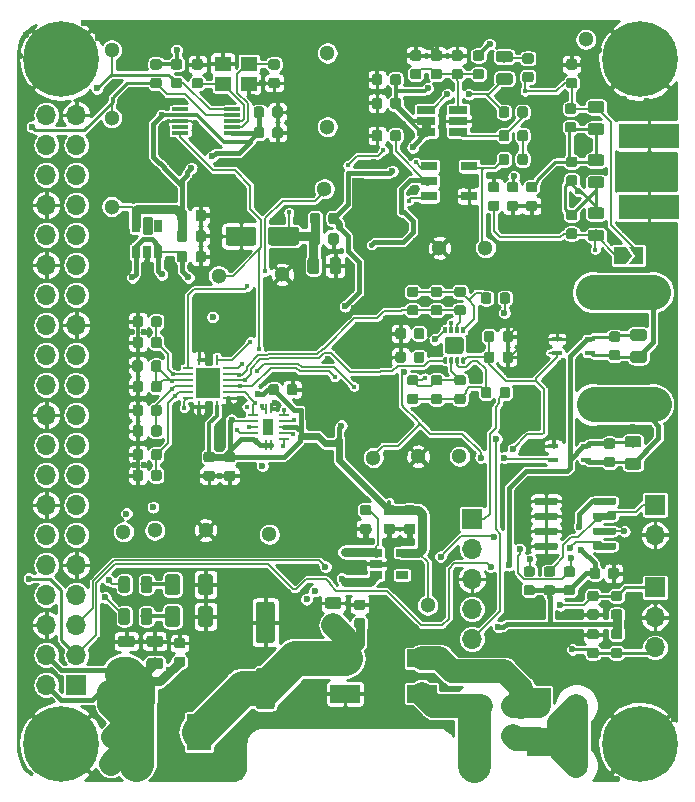
<source format=gtl>
G04 #@! TF.GenerationSoftware,KiCad,Pcbnew,(5.1.4)-1*
G04 #@! TF.CreationDate,2020-03-14T18:34:21+01:00*
G04 #@! TF.ProjectId,rf-receiver,72662d72-6563-4656-9976-65722e6b6963,Rev 2*
G04 #@! TF.SameCoordinates,Original*
G04 #@! TF.FileFunction,Copper,L1,Top*
G04 #@! TF.FilePolarity,Positive*
%FSLAX46Y46*%
G04 Gerber Fmt 4.6, Leading zero omitted, Abs format (unit mm)*
G04 Created by KiCad (PCBNEW (5.1.4)-1) date 2020-03-14 18:34:21*
%MOMM*%
%LPD*%
G04 APERTURE LIST*
%ADD10C,0.100000*%
%ADD11C,0.975000*%
%ADD12C,0.300000*%
%ADD13C,1.300000*%
%ADD14C,0.875000*%
%ADD15R,0.850000X0.280000*%
%ADD16R,0.280000X0.850000*%
%ADD17R,2.050000X2.550000*%
%ADD18R,0.900000X0.240000*%
%ADD19R,0.240000X0.900000*%
%ADD20R,0.900000X1.400000*%
%ADD21R,2.000000X1.400000*%
%ADD22C,6.400000*%
%ADD23R,5.080000X2.000000*%
%ADD24C,2.000000*%
%ADD25R,1.000000X1.000000*%
%ADD26C,0.600000*%
%ADD27O,1.700000X1.700000*%
%ADD28R,1.700000X1.700000*%
%ADD29C,1.250000*%
%ADD30R,2.000000X3.100000*%
%ADD31R,0.900000X0.400000*%
%ADD32C,1.600000*%
%ADD33R,2.500000X1.500000*%
%ADD34R,2.130000X1.000000*%
%ADD35R,3.800000X1.000000*%
%ADD36R,1.000000X1.650000*%
%ADD37R,1.000000X3.800000*%
%ADD38R,1.000000X3.550000*%
%ADD39R,3.550000X1.000000*%
%ADD40C,0.350000*%
%ADD41C,1.400000*%
%ADD42R,1.400000X1.200000*%
%ADD43R,0.650000X1.060000*%
%ADD44R,1.450000X0.300000*%
%ADD45R,1.060000X0.650000*%
%ADD46R,1.560000X0.650000*%
%ADD47R,1.400000X0.760000*%
%ADD48C,0.450000*%
%ADD49C,0.200000*%
%ADD50C,0.800000*%
%ADD51C,0.400000*%
%ADD52C,0.350000*%
%ADD53C,0.250000*%
%ADD54C,2.000000*%
%ADD55C,3.000000*%
%ADD56C,0.600000*%
%ADD57C,0.150000*%
%ADD58C,2.800000*%
%ADD59C,0.254000*%
G04 APERTURE END LIST*
D10*
G36*
X124730142Y-64826174D02*
G01*
X124753803Y-64829684D01*
X124777007Y-64835496D01*
X124799529Y-64843554D01*
X124821153Y-64853782D01*
X124841670Y-64866079D01*
X124860883Y-64880329D01*
X124878607Y-64896393D01*
X124894671Y-64914117D01*
X124908921Y-64933330D01*
X124921218Y-64953847D01*
X124931446Y-64975471D01*
X124939504Y-64997993D01*
X124945316Y-65021197D01*
X124948826Y-65044858D01*
X124950000Y-65068750D01*
X124950000Y-65556250D01*
X124948826Y-65580142D01*
X124945316Y-65603803D01*
X124939504Y-65627007D01*
X124931446Y-65649529D01*
X124921218Y-65671153D01*
X124908921Y-65691670D01*
X124894671Y-65710883D01*
X124878607Y-65728607D01*
X124860883Y-65744671D01*
X124841670Y-65758921D01*
X124821153Y-65771218D01*
X124799529Y-65781446D01*
X124777007Y-65789504D01*
X124753803Y-65795316D01*
X124730142Y-65798826D01*
X124706250Y-65800000D01*
X123793750Y-65800000D01*
X123769858Y-65798826D01*
X123746197Y-65795316D01*
X123722993Y-65789504D01*
X123700471Y-65781446D01*
X123678847Y-65771218D01*
X123658330Y-65758921D01*
X123639117Y-65744671D01*
X123621393Y-65728607D01*
X123605329Y-65710883D01*
X123591079Y-65691670D01*
X123578782Y-65671153D01*
X123568554Y-65649529D01*
X123560496Y-65627007D01*
X123554684Y-65603803D01*
X123551174Y-65580142D01*
X123550000Y-65556250D01*
X123550000Y-65068750D01*
X123551174Y-65044858D01*
X123554684Y-65021197D01*
X123560496Y-64997993D01*
X123568554Y-64975471D01*
X123578782Y-64953847D01*
X123591079Y-64933330D01*
X123605329Y-64914117D01*
X123621393Y-64896393D01*
X123639117Y-64880329D01*
X123658330Y-64866079D01*
X123678847Y-64853782D01*
X123700471Y-64843554D01*
X123722993Y-64835496D01*
X123746197Y-64829684D01*
X123769858Y-64826174D01*
X123793750Y-64825000D01*
X124706250Y-64825000D01*
X124730142Y-64826174D01*
X124730142Y-64826174D01*
G37*
D11*
X124250000Y-65312500D03*
D10*
G36*
X124730142Y-66701174D02*
G01*
X124753803Y-66704684D01*
X124777007Y-66710496D01*
X124799529Y-66718554D01*
X124821153Y-66728782D01*
X124841670Y-66741079D01*
X124860883Y-66755329D01*
X124878607Y-66771393D01*
X124894671Y-66789117D01*
X124908921Y-66808330D01*
X124921218Y-66828847D01*
X124931446Y-66850471D01*
X124939504Y-66872993D01*
X124945316Y-66896197D01*
X124948826Y-66919858D01*
X124950000Y-66943750D01*
X124950000Y-67431250D01*
X124948826Y-67455142D01*
X124945316Y-67478803D01*
X124939504Y-67502007D01*
X124931446Y-67524529D01*
X124921218Y-67546153D01*
X124908921Y-67566670D01*
X124894671Y-67585883D01*
X124878607Y-67603607D01*
X124860883Y-67619671D01*
X124841670Y-67633921D01*
X124821153Y-67646218D01*
X124799529Y-67656446D01*
X124777007Y-67664504D01*
X124753803Y-67670316D01*
X124730142Y-67673826D01*
X124706250Y-67675000D01*
X123793750Y-67675000D01*
X123769858Y-67673826D01*
X123746197Y-67670316D01*
X123722993Y-67664504D01*
X123700471Y-67656446D01*
X123678847Y-67646218D01*
X123658330Y-67633921D01*
X123639117Y-67619671D01*
X123621393Y-67603607D01*
X123605329Y-67585883D01*
X123591079Y-67566670D01*
X123578782Y-67546153D01*
X123568554Y-67524529D01*
X123560496Y-67502007D01*
X123554684Y-67478803D01*
X123551174Y-67455142D01*
X123550000Y-67431250D01*
X123550000Y-66943750D01*
X123551174Y-66919858D01*
X123554684Y-66896197D01*
X123560496Y-66872993D01*
X123568554Y-66850471D01*
X123578782Y-66828847D01*
X123591079Y-66808330D01*
X123605329Y-66789117D01*
X123621393Y-66771393D01*
X123639117Y-66755329D01*
X123658330Y-66741079D01*
X123678847Y-66728782D01*
X123700471Y-66718554D01*
X123722993Y-66710496D01*
X123746197Y-66704684D01*
X123769858Y-66701174D01*
X123793750Y-66700000D01*
X124706250Y-66700000D01*
X124730142Y-66701174D01*
X124730142Y-66701174D01*
G37*
D11*
X124250000Y-67187500D03*
D12*
X126275000Y-77900000D03*
D10*
G36*
X127275000Y-77900000D02*
G01*
X126775000Y-78650000D01*
X125775000Y-78650000D01*
X125775000Y-77150000D01*
X126775000Y-77150000D01*
X127275000Y-77900000D01*
X127275000Y-77900000D01*
G37*
D12*
X127725000Y-77900000D03*
D10*
G36*
X128225000Y-78650000D02*
G01*
X127075000Y-78650000D01*
X127575000Y-77900000D01*
X127075000Y-77150000D01*
X128225000Y-77150000D01*
X128225000Y-78650000D01*
X128225000Y-78650000D01*
G37*
D13*
X123400000Y-59600000D03*
X109200000Y-94900000D03*
X97700000Y-79500000D03*
X92300000Y-79600000D03*
X83250000Y-73750000D03*
X83250000Y-66250000D03*
X83250000Y-60500000D03*
X110000000Y-107500000D03*
X105400000Y-95000000D03*
X112700000Y-94900000D03*
X91200000Y-101150000D03*
X86900000Y-101150000D03*
X101500000Y-60750000D03*
X101250000Y-72250000D03*
X96600000Y-101500000D03*
X114900000Y-77250000D03*
X111000000Y-77250000D03*
X101500000Y-67000000D03*
X84250000Y-101300000D03*
D10*
G36*
X89277691Y-111851053D02*
G01*
X89298926Y-111854203D01*
X89319750Y-111859419D01*
X89339962Y-111866651D01*
X89359368Y-111875830D01*
X89377781Y-111886866D01*
X89395024Y-111899654D01*
X89410930Y-111914070D01*
X89425346Y-111929976D01*
X89438134Y-111947219D01*
X89449170Y-111965632D01*
X89458349Y-111985038D01*
X89465581Y-112005250D01*
X89470797Y-112026074D01*
X89473947Y-112047309D01*
X89475000Y-112068750D01*
X89475000Y-112506250D01*
X89473947Y-112527691D01*
X89470797Y-112548926D01*
X89465581Y-112569750D01*
X89458349Y-112589962D01*
X89449170Y-112609368D01*
X89438134Y-112627781D01*
X89425346Y-112645024D01*
X89410930Y-112660930D01*
X89395024Y-112675346D01*
X89377781Y-112688134D01*
X89359368Y-112699170D01*
X89339962Y-112708349D01*
X89319750Y-112715581D01*
X89298926Y-112720797D01*
X89277691Y-112723947D01*
X89256250Y-112725000D01*
X88743750Y-112725000D01*
X88722309Y-112723947D01*
X88701074Y-112720797D01*
X88680250Y-112715581D01*
X88660038Y-112708349D01*
X88640632Y-112699170D01*
X88622219Y-112688134D01*
X88604976Y-112675346D01*
X88589070Y-112660930D01*
X88574654Y-112645024D01*
X88561866Y-112627781D01*
X88550830Y-112609368D01*
X88541651Y-112589962D01*
X88534419Y-112569750D01*
X88529203Y-112548926D01*
X88526053Y-112527691D01*
X88525000Y-112506250D01*
X88525000Y-112068750D01*
X88526053Y-112047309D01*
X88529203Y-112026074D01*
X88534419Y-112005250D01*
X88541651Y-111985038D01*
X88550830Y-111965632D01*
X88561866Y-111947219D01*
X88574654Y-111929976D01*
X88589070Y-111914070D01*
X88604976Y-111899654D01*
X88622219Y-111886866D01*
X88640632Y-111875830D01*
X88660038Y-111866651D01*
X88680250Y-111859419D01*
X88701074Y-111854203D01*
X88722309Y-111851053D01*
X88743750Y-111850000D01*
X89256250Y-111850000D01*
X89277691Y-111851053D01*
X89277691Y-111851053D01*
G37*
D14*
X89000000Y-112287500D03*
D10*
G36*
X89277691Y-110276053D02*
G01*
X89298926Y-110279203D01*
X89319750Y-110284419D01*
X89339962Y-110291651D01*
X89359368Y-110300830D01*
X89377781Y-110311866D01*
X89395024Y-110324654D01*
X89410930Y-110339070D01*
X89425346Y-110354976D01*
X89438134Y-110372219D01*
X89449170Y-110390632D01*
X89458349Y-110410038D01*
X89465581Y-110430250D01*
X89470797Y-110451074D01*
X89473947Y-110472309D01*
X89475000Y-110493750D01*
X89475000Y-110931250D01*
X89473947Y-110952691D01*
X89470797Y-110973926D01*
X89465581Y-110994750D01*
X89458349Y-111014962D01*
X89449170Y-111034368D01*
X89438134Y-111052781D01*
X89425346Y-111070024D01*
X89410930Y-111085930D01*
X89395024Y-111100346D01*
X89377781Y-111113134D01*
X89359368Y-111124170D01*
X89339962Y-111133349D01*
X89319750Y-111140581D01*
X89298926Y-111145797D01*
X89277691Y-111148947D01*
X89256250Y-111150000D01*
X88743750Y-111150000D01*
X88722309Y-111148947D01*
X88701074Y-111145797D01*
X88680250Y-111140581D01*
X88660038Y-111133349D01*
X88640632Y-111124170D01*
X88622219Y-111113134D01*
X88604976Y-111100346D01*
X88589070Y-111085930D01*
X88574654Y-111070024D01*
X88561866Y-111052781D01*
X88550830Y-111034368D01*
X88541651Y-111014962D01*
X88534419Y-110994750D01*
X88529203Y-110973926D01*
X88526053Y-110952691D01*
X88525000Y-110931250D01*
X88525000Y-110493750D01*
X88526053Y-110472309D01*
X88529203Y-110451074D01*
X88534419Y-110430250D01*
X88541651Y-110410038D01*
X88550830Y-110390632D01*
X88561866Y-110372219D01*
X88574654Y-110354976D01*
X88589070Y-110339070D01*
X88604976Y-110324654D01*
X88622219Y-110311866D01*
X88640632Y-110300830D01*
X88660038Y-110291651D01*
X88680250Y-110284419D01*
X88701074Y-110279203D01*
X88722309Y-110276053D01*
X88743750Y-110275000D01*
X89256250Y-110275000D01*
X89277691Y-110276053D01*
X89277691Y-110276053D01*
G37*
D14*
X89000000Y-110712500D03*
D10*
G36*
X87380142Y-110076174D02*
G01*
X87403803Y-110079684D01*
X87427007Y-110085496D01*
X87449529Y-110093554D01*
X87471153Y-110103782D01*
X87491670Y-110116079D01*
X87510883Y-110130329D01*
X87528607Y-110146393D01*
X87544671Y-110164117D01*
X87558921Y-110183330D01*
X87571218Y-110203847D01*
X87581446Y-110225471D01*
X87589504Y-110247993D01*
X87595316Y-110271197D01*
X87598826Y-110294858D01*
X87600000Y-110318750D01*
X87600000Y-110806250D01*
X87598826Y-110830142D01*
X87595316Y-110853803D01*
X87589504Y-110877007D01*
X87581446Y-110899529D01*
X87571218Y-110921153D01*
X87558921Y-110941670D01*
X87544671Y-110960883D01*
X87528607Y-110978607D01*
X87510883Y-110994671D01*
X87491670Y-111008921D01*
X87471153Y-111021218D01*
X87449529Y-111031446D01*
X87427007Y-111039504D01*
X87403803Y-111045316D01*
X87380142Y-111048826D01*
X87356250Y-111050000D01*
X86443750Y-111050000D01*
X86419858Y-111048826D01*
X86396197Y-111045316D01*
X86372993Y-111039504D01*
X86350471Y-111031446D01*
X86328847Y-111021218D01*
X86308330Y-111008921D01*
X86289117Y-110994671D01*
X86271393Y-110978607D01*
X86255329Y-110960883D01*
X86241079Y-110941670D01*
X86228782Y-110921153D01*
X86218554Y-110899529D01*
X86210496Y-110877007D01*
X86204684Y-110853803D01*
X86201174Y-110830142D01*
X86200000Y-110806250D01*
X86200000Y-110318750D01*
X86201174Y-110294858D01*
X86204684Y-110271197D01*
X86210496Y-110247993D01*
X86218554Y-110225471D01*
X86228782Y-110203847D01*
X86241079Y-110183330D01*
X86255329Y-110164117D01*
X86271393Y-110146393D01*
X86289117Y-110130329D01*
X86308330Y-110116079D01*
X86328847Y-110103782D01*
X86350471Y-110093554D01*
X86372993Y-110085496D01*
X86396197Y-110079684D01*
X86419858Y-110076174D01*
X86443750Y-110075000D01*
X87356250Y-110075000D01*
X87380142Y-110076174D01*
X87380142Y-110076174D01*
G37*
D11*
X86900000Y-110562500D03*
D10*
G36*
X87380142Y-111951174D02*
G01*
X87403803Y-111954684D01*
X87427007Y-111960496D01*
X87449529Y-111968554D01*
X87471153Y-111978782D01*
X87491670Y-111991079D01*
X87510883Y-112005329D01*
X87528607Y-112021393D01*
X87544671Y-112039117D01*
X87558921Y-112058330D01*
X87571218Y-112078847D01*
X87581446Y-112100471D01*
X87589504Y-112122993D01*
X87595316Y-112146197D01*
X87598826Y-112169858D01*
X87600000Y-112193750D01*
X87600000Y-112681250D01*
X87598826Y-112705142D01*
X87595316Y-112728803D01*
X87589504Y-112752007D01*
X87581446Y-112774529D01*
X87571218Y-112796153D01*
X87558921Y-112816670D01*
X87544671Y-112835883D01*
X87528607Y-112853607D01*
X87510883Y-112869671D01*
X87491670Y-112883921D01*
X87471153Y-112896218D01*
X87449529Y-112906446D01*
X87427007Y-112914504D01*
X87403803Y-112920316D01*
X87380142Y-112923826D01*
X87356250Y-112925000D01*
X86443750Y-112925000D01*
X86419858Y-112923826D01*
X86396197Y-112920316D01*
X86372993Y-112914504D01*
X86350471Y-112906446D01*
X86328847Y-112896218D01*
X86308330Y-112883921D01*
X86289117Y-112869671D01*
X86271393Y-112853607D01*
X86255329Y-112835883D01*
X86241079Y-112816670D01*
X86228782Y-112796153D01*
X86218554Y-112774529D01*
X86210496Y-112752007D01*
X86204684Y-112728803D01*
X86201174Y-112705142D01*
X86200000Y-112681250D01*
X86200000Y-112193750D01*
X86201174Y-112169858D01*
X86204684Y-112146197D01*
X86210496Y-112122993D01*
X86218554Y-112100471D01*
X86228782Y-112078847D01*
X86241079Y-112058330D01*
X86255329Y-112039117D01*
X86271393Y-112021393D01*
X86289117Y-112005329D01*
X86308330Y-111991079D01*
X86328847Y-111978782D01*
X86350471Y-111968554D01*
X86372993Y-111960496D01*
X86396197Y-111954684D01*
X86419858Y-111951174D01*
X86443750Y-111950000D01*
X87356250Y-111950000D01*
X87380142Y-111951174D01*
X87380142Y-111951174D01*
G37*
D11*
X86900000Y-112437500D03*
D15*
X93125000Y-89950000D03*
X93125000Y-89450000D03*
X93125000Y-88950000D03*
X93125000Y-88450000D03*
X93125000Y-87950000D03*
X89675000Y-87450000D03*
X89675000Y-87950000D03*
X89675000Y-88450000D03*
X89675000Y-88950000D03*
X89675000Y-89450000D03*
X93125000Y-87450000D03*
X89675000Y-89950000D03*
D16*
X90650000Y-86725000D03*
X92150000Y-86725000D03*
D17*
X91400000Y-88700000D03*
D16*
X92150000Y-90675000D03*
X90650000Y-90675000D03*
D18*
X95230000Y-91910000D03*
X95230000Y-92410000D03*
X95230000Y-92910000D03*
X95230000Y-91410000D03*
X97830000Y-92910000D03*
D19*
X96730000Y-90850000D03*
X96330000Y-90860000D03*
D18*
X95230000Y-93410000D03*
D20*
X96530000Y-92410000D03*
D19*
X96730000Y-93960000D03*
D18*
X97830000Y-91910000D03*
X97830000Y-92410000D03*
D19*
X96330000Y-93960000D03*
D18*
X97830000Y-91410000D03*
X97830000Y-93410000D03*
D10*
G36*
X124730142Y-69326174D02*
G01*
X124753803Y-69329684D01*
X124777007Y-69335496D01*
X124799529Y-69343554D01*
X124821153Y-69353782D01*
X124841670Y-69366079D01*
X124860883Y-69380329D01*
X124878607Y-69396393D01*
X124894671Y-69414117D01*
X124908921Y-69433330D01*
X124921218Y-69453847D01*
X124931446Y-69475471D01*
X124939504Y-69497993D01*
X124945316Y-69521197D01*
X124948826Y-69544858D01*
X124950000Y-69568750D01*
X124950000Y-70056250D01*
X124948826Y-70080142D01*
X124945316Y-70103803D01*
X124939504Y-70127007D01*
X124931446Y-70149529D01*
X124921218Y-70171153D01*
X124908921Y-70191670D01*
X124894671Y-70210883D01*
X124878607Y-70228607D01*
X124860883Y-70244671D01*
X124841670Y-70258921D01*
X124821153Y-70271218D01*
X124799529Y-70281446D01*
X124777007Y-70289504D01*
X124753803Y-70295316D01*
X124730142Y-70298826D01*
X124706250Y-70300000D01*
X123793750Y-70300000D01*
X123769858Y-70298826D01*
X123746197Y-70295316D01*
X123722993Y-70289504D01*
X123700471Y-70281446D01*
X123678847Y-70271218D01*
X123658330Y-70258921D01*
X123639117Y-70244671D01*
X123621393Y-70228607D01*
X123605329Y-70210883D01*
X123591079Y-70191670D01*
X123578782Y-70171153D01*
X123568554Y-70149529D01*
X123560496Y-70127007D01*
X123554684Y-70103803D01*
X123551174Y-70080142D01*
X123550000Y-70056250D01*
X123550000Y-69568750D01*
X123551174Y-69544858D01*
X123554684Y-69521197D01*
X123560496Y-69497993D01*
X123568554Y-69475471D01*
X123578782Y-69453847D01*
X123591079Y-69433330D01*
X123605329Y-69414117D01*
X123621393Y-69396393D01*
X123639117Y-69380329D01*
X123658330Y-69366079D01*
X123678847Y-69353782D01*
X123700471Y-69343554D01*
X123722993Y-69335496D01*
X123746197Y-69329684D01*
X123769858Y-69326174D01*
X123793750Y-69325000D01*
X124706250Y-69325000D01*
X124730142Y-69326174D01*
X124730142Y-69326174D01*
G37*
D11*
X124250000Y-69812500D03*
D10*
G36*
X124730142Y-71201174D02*
G01*
X124753803Y-71204684D01*
X124777007Y-71210496D01*
X124799529Y-71218554D01*
X124821153Y-71228782D01*
X124841670Y-71241079D01*
X124860883Y-71255329D01*
X124878607Y-71271393D01*
X124894671Y-71289117D01*
X124908921Y-71308330D01*
X124921218Y-71328847D01*
X124931446Y-71350471D01*
X124939504Y-71372993D01*
X124945316Y-71396197D01*
X124948826Y-71419858D01*
X124950000Y-71443750D01*
X124950000Y-71931250D01*
X124948826Y-71955142D01*
X124945316Y-71978803D01*
X124939504Y-72002007D01*
X124931446Y-72024529D01*
X124921218Y-72046153D01*
X124908921Y-72066670D01*
X124894671Y-72085883D01*
X124878607Y-72103607D01*
X124860883Y-72119671D01*
X124841670Y-72133921D01*
X124821153Y-72146218D01*
X124799529Y-72156446D01*
X124777007Y-72164504D01*
X124753803Y-72170316D01*
X124730142Y-72173826D01*
X124706250Y-72175000D01*
X123793750Y-72175000D01*
X123769858Y-72173826D01*
X123746197Y-72170316D01*
X123722993Y-72164504D01*
X123700471Y-72156446D01*
X123678847Y-72146218D01*
X123658330Y-72133921D01*
X123639117Y-72119671D01*
X123621393Y-72103607D01*
X123605329Y-72085883D01*
X123591079Y-72066670D01*
X123578782Y-72046153D01*
X123568554Y-72024529D01*
X123560496Y-72002007D01*
X123554684Y-71978803D01*
X123551174Y-71955142D01*
X123550000Y-71931250D01*
X123550000Y-71443750D01*
X123551174Y-71419858D01*
X123554684Y-71396197D01*
X123560496Y-71372993D01*
X123568554Y-71350471D01*
X123578782Y-71328847D01*
X123591079Y-71308330D01*
X123605329Y-71289117D01*
X123621393Y-71271393D01*
X123639117Y-71255329D01*
X123658330Y-71241079D01*
X123678847Y-71228782D01*
X123700471Y-71218554D01*
X123722993Y-71210496D01*
X123746197Y-71204684D01*
X123769858Y-71201174D01*
X123793750Y-71200000D01*
X124706250Y-71200000D01*
X124730142Y-71201174D01*
X124730142Y-71201174D01*
G37*
D11*
X124250000Y-71687500D03*
D10*
G36*
X124730142Y-73826174D02*
G01*
X124753803Y-73829684D01*
X124777007Y-73835496D01*
X124799529Y-73843554D01*
X124821153Y-73853782D01*
X124841670Y-73866079D01*
X124860883Y-73880329D01*
X124878607Y-73896393D01*
X124894671Y-73914117D01*
X124908921Y-73933330D01*
X124921218Y-73953847D01*
X124931446Y-73975471D01*
X124939504Y-73997993D01*
X124945316Y-74021197D01*
X124948826Y-74044858D01*
X124950000Y-74068750D01*
X124950000Y-74556250D01*
X124948826Y-74580142D01*
X124945316Y-74603803D01*
X124939504Y-74627007D01*
X124931446Y-74649529D01*
X124921218Y-74671153D01*
X124908921Y-74691670D01*
X124894671Y-74710883D01*
X124878607Y-74728607D01*
X124860883Y-74744671D01*
X124841670Y-74758921D01*
X124821153Y-74771218D01*
X124799529Y-74781446D01*
X124777007Y-74789504D01*
X124753803Y-74795316D01*
X124730142Y-74798826D01*
X124706250Y-74800000D01*
X123793750Y-74800000D01*
X123769858Y-74798826D01*
X123746197Y-74795316D01*
X123722993Y-74789504D01*
X123700471Y-74781446D01*
X123678847Y-74771218D01*
X123658330Y-74758921D01*
X123639117Y-74744671D01*
X123621393Y-74728607D01*
X123605329Y-74710883D01*
X123591079Y-74691670D01*
X123578782Y-74671153D01*
X123568554Y-74649529D01*
X123560496Y-74627007D01*
X123554684Y-74603803D01*
X123551174Y-74580142D01*
X123550000Y-74556250D01*
X123550000Y-74068750D01*
X123551174Y-74044858D01*
X123554684Y-74021197D01*
X123560496Y-73997993D01*
X123568554Y-73975471D01*
X123578782Y-73953847D01*
X123591079Y-73933330D01*
X123605329Y-73914117D01*
X123621393Y-73896393D01*
X123639117Y-73880329D01*
X123658330Y-73866079D01*
X123678847Y-73853782D01*
X123700471Y-73843554D01*
X123722993Y-73835496D01*
X123746197Y-73829684D01*
X123769858Y-73826174D01*
X123793750Y-73825000D01*
X124706250Y-73825000D01*
X124730142Y-73826174D01*
X124730142Y-73826174D01*
G37*
D11*
X124250000Y-74312500D03*
D10*
G36*
X124730142Y-75701174D02*
G01*
X124753803Y-75704684D01*
X124777007Y-75710496D01*
X124799529Y-75718554D01*
X124821153Y-75728782D01*
X124841670Y-75741079D01*
X124860883Y-75755329D01*
X124878607Y-75771393D01*
X124894671Y-75789117D01*
X124908921Y-75808330D01*
X124921218Y-75828847D01*
X124931446Y-75850471D01*
X124939504Y-75872993D01*
X124945316Y-75896197D01*
X124948826Y-75919858D01*
X124950000Y-75943750D01*
X124950000Y-76431250D01*
X124948826Y-76455142D01*
X124945316Y-76478803D01*
X124939504Y-76502007D01*
X124931446Y-76524529D01*
X124921218Y-76546153D01*
X124908921Y-76566670D01*
X124894671Y-76585883D01*
X124878607Y-76603607D01*
X124860883Y-76619671D01*
X124841670Y-76633921D01*
X124821153Y-76646218D01*
X124799529Y-76656446D01*
X124777007Y-76664504D01*
X124753803Y-76670316D01*
X124730142Y-76673826D01*
X124706250Y-76675000D01*
X123793750Y-76675000D01*
X123769858Y-76673826D01*
X123746197Y-76670316D01*
X123722993Y-76664504D01*
X123700471Y-76656446D01*
X123678847Y-76646218D01*
X123658330Y-76633921D01*
X123639117Y-76619671D01*
X123621393Y-76603607D01*
X123605329Y-76585883D01*
X123591079Y-76566670D01*
X123578782Y-76546153D01*
X123568554Y-76524529D01*
X123560496Y-76502007D01*
X123554684Y-76478803D01*
X123551174Y-76455142D01*
X123550000Y-76431250D01*
X123550000Y-75943750D01*
X123551174Y-75919858D01*
X123554684Y-75896197D01*
X123560496Y-75872993D01*
X123568554Y-75850471D01*
X123578782Y-75828847D01*
X123591079Y-75808330D01*
X123605329Y-75789117D01*
X123621393Y-75771393D01*
X123639117Y-75755329D01*
X123658330Y-75741079D01*
X123678847Y-75728782D01*
X123700471Y-75718554D01*
X123722993Y-75710496D01*
X123746197Y-75704684D01*
X123769858Y-75701174D01*
X123793750Y-75700000D01*
X124706250Y-75700000D01*
X124730142Y-75701174D01*
X124730142Y-75701174D01*
G37*
D11*
X124250000Y-76187500D03*
D10*
G36*
X122477691Y-61276053D02*
G01*
X122498926Y-61279203D01*
X122519750Y-61284419D01*
X122539962Y-61291651D01*
X122559368Y-61300830D01*
X122577781Y-61311866D01*
X122595024Y-61324654D01*
X122610930Y-61339070D01*
X122625346Y-61354976D01*
X122638134Y-61372219D01*
X122649170Y-61390632D01*
X122658349Y-61410038D01*
X122665581Y-61430250D01*
X122670797Y-61451074D01*
X122673947Y-61472309D01*
X122675000Y-61493750D01*
X122675000Y-61931250D01*
X122673947Y-61952691D01*
X122670797Y-61973926D01*
X122665581Y-61994750D01*
X122658349Y-62014962D01*
X122649170Y-62034368D01*
X122638134Y-62052781D01*
X122625346Y-62070024D01*
X122610930Y-62085930D01*
X122595024Y-62100346D01*
X122577781Y-62113134D01*
X122559368Y-62124170D01*
X122539962Y-62133349D01*
X122519750Y-62140581D01*
X122498926Y-62145797D01*
X122477691Y-62148947D01*
X122456250Y-62150000D01*
X121943750Y-62150000D01*
X121922309Y-62148947D01*
X121901074Y-62145797D01*
X121880250Y-62140581D01*
X121860038Y-62133349D01*
X121840632Y-62124170D01*
X121822219Y-62113134D01*
X121804976Y-62100346D01*
X121789070Y-62085930D01*
X121774654Y-62070024D01*
X121761866Y-62052781D01*
X121750830Y-62034368D01*
X121741651Y-62014962D01*
X121734419Y-61994750D01*
X121729203Y-61973926D01*
X121726053Y-61952691D01*
X121725000Y-61931250D01*
X121725000Y-61493750D01*
X121726053Y-61472309D01*
X121729203Y-61451074D01*
X121734419Y-61430250D01*
X121741651Y-61410038D01*
X121750830Y-61390632D01*
X121761866Y-61372219D01*
X121774654Y-61354976D01*
X121789070Y-61339070D01*
X121804976Y-61324654D01*
X121822219Y-61311866D01*
X121840632Y-61300830D01*
X121860038Y-61291651D01*
X121880250Y-61284419D01*
X121901074Y-61279203D01*
X121922309Y-61276053D01*
X121943750Y-61275000D01*
X122456250Y-61275000D01*
X122477691Y-61276053D01*
X122477691Y-61276053D01*
G37*
D14*
X122200000Y-61712500D03*
D10*
G36*
X122477691Y-62851053D02*
G01*
X122498926Y-62854203D01*
X122519750Y-62859419D01*
X122539962Y-62866651D01*
X122559368Y-62875830D01*
X122577781Y-62886866D01*
X122595024Y-62899654D01*
X122610930Y-62914070D01*
X122625346Y-62929976D01*
X122638134Y-62947219D01*
X122649170Y-62965632D01*
X122658349Y-62985038D01*
X122665581Y-63005250D01*
X122670797Y-63026074D01*
X122673947Y-63047309D01*
X122675000Y-63068750D01*
X122675000Y-63506250D01*
X122673947Y-63527691D01*
X122670797Y-63548926D01*
X122665581Y-63569750D01*
X122658349Y-63589962D01*
X122649170Y-63609368D01*
X122638134Y-63627781D01*
X122625346Y-63645024D01*
X122610930Y-63660930D01*
X122595024Y-63675346D01*
X122577781Y-63688134D01*
X122559368Y-63699170D01*
X122539962Y-63708349D01*
X122519750Y-63715581D01*
X122498926Y-63720797D01*
X122477691Y-63723947D01*
X122456250Y-63725000D01*
X121943750Y-63725000D01*
X121922309Y-63723947D01*
X121901074Y-63720797D01*
X121880250Y-63715581D01*
X121860038Y-63708349D01*
X121840632Y-63699170D01*
X121822219Y-63688134D01*
X121804976Y-63675346D01*
X121789070Y-63660930D01*
X121774654Y-63645024D01*
X121761866Y-63627781D01*
X121750830Y-63609368D01*
X121741651Y-63589962D01*
X121734419Y-63569750D01*
X121729203Y-63548926D01*
X121726053Y-63527691D01*
X121725000Y-63506250D01*
X121725000Y-63068750D01*
X121726053Y-63047309D01*
X121729203Y-63026074D01*
X121734419Y-63005250D01*
X121741651Y-62985038D01*
X121750830Y-62965632D01*
X121761866Y-62947219D01*
X121774654Y-62929976D01*
X121789070Y-62914070D01*
X121804976Y-62899654D01*
X121822219Y-62886866D01*
X121840632Y-62875830D01*
X121860038Y-62866651D01*
X121880250Y-62859419D01*
X121901074Y-62854203D01*
X121922309Y-62851053D01*
X121943750Y-62850000D01*
X122456250Y-62850000D01*
X122477691Y-62851053D01*
X122477691Y-62851053D01*
G37*
D14*
X122200000Y-63287500D03*
D10*
G36*
X122377691Y-66601053D02*
G01*
X122398926Y-66604203D01*
X122419750Y-66609419D01*
X122439962Y-66616651D01*
X122459368Y-66625830D01*
X122477781Y-66636866D01*
X122495024Y-66649654D01*
X122510930Y-66664070D01*
X122525346Y-66679976D01*
X122538134Y-66697219D01*
X122549170Y-66715632D01*
X122558349Y-66735038D01*
X122565581Y-66755250D01*
X122570797Y-66776074D01*
X122573947Y-66797309D01*
X122575000Y-66818750D01*
X122575000Y-67256250D01*
X122573947Y-67277691D01*
X122570797Y-67298926D01*
X122565581Y-67319750D01*
X122558349Y-67339962D01*
X122549170Y-67359368D01*
X122538134Y-67377781D01*
X122525346Y-67395024D01*
X122510930Y-67410930D01*
X122495024Y-67425346D01*
X122477781Y-67438134D01*
X122459368Y-67449170D01*
X122439962Y-67458349D01*
X122419750Y-67465581D01*
X122398926Y-67470797D01*
X122377691Y-67473947D01*
X122356250Y-67475000D01*
X121843750Y-67475000D01*
X121822309Y-67473947D01*
X121801074Y-67470797D01*
X121780250Y-67465581D01*
X121760038Y-67458349D01*
X121740632Y-67449170D01*
X121722219Y-67438134D01*
X121704976Y-67425346D01*
X121689070Y-67410930D01*
X121674654Y-67395024D01*
X121661866Y-67377781D01*
X121650830Y-67359368D01*
X121641651Y-67339962D01*
X121634419Y-67319750D01*
X121629203Y-67298926D01*
X121626053Y-67277691D01*
X121625000Y-67256250D01*
X121625000Y-66818750D01*
X121626053Y-66797309D01*
X121629203Y-66776074D01*
X121634419Y-66755250D01*
X121641651Y-66735038D01*
X121650830Y-66715632D01*
X121661866Y-66697219D01*
X121674654Y-66679976D01*
X121689070Y-66664070D01*
X121704976Y-66649654D01*
X121722219Y-66636866D01*
X121740632Y-66625830D01*
X121760038Y-66616651D01*
X121780250Y-66609419D01*
X121801074Y-66604203D01*
X121822309Y-66601053D01*
X121843750Y-66600000D01*
X122356250Y-66600000D01*
X122377691Y-66601053D01*
X122377691Y-66601053D01*
G37*
D14*
X122100000Y-67037500D03*
D10*
G36*
X122377691Y-65026053D02*
G01*
X122398926Y-65029203D01*
X122419750Y-65034419D01*
X122439962Y-65041651D01*
X122459368Y-65050830D01*
X122477781Y-65061866D01*
X122495024Y-65074654D01*
X122510930Y-65089070D01*
X122525346Y-65104976D01*
X122538134Y-65122219D01*
X122549170Y-65140632D01*
X122558349Y-65160038D01*
X122565581Y-65180250D01*
X122570797Y-65201074D01*
X122573947Y-65222309D01*
X122575000Y-65243750D01*
X122575000Y-65681250D01*
X122573947Y-65702691D01*
X122570797Y-65723926D01*
X122565581Y-65744750D01*
X122558349Y-65764962D01*
X122549170Y-65784368D01*
X122538134Y-65802781D01*
X122525346Y-65820024D01*
X122510930Y-65835930D01*
X122495024Y-65850346D01*
X122477781Y-65863134D01*
X122459368Y-65874170D01*
X122439962Y-65883349D01*
X122419750Y-65890581D01*
X122398926Y-65895797D01*
X122377691Y-65898947D01*
X122356250Y-65900000D01*
X121843750Y-65900000D01*
X121822309Y-65898947D01*
X121801074Y-65895797D01*
X121780250Y-65890581D01*
X121760038Y-65883349D01*
X121740632Y-65874170D01*
X121722219Y-65863134D01*
X121704976Y-65850346D01*
X121689070Y-65835930D01*
X121674654Y-65820024D01*
X121661866Y-65802781D01*
X121650830Y-65784368D01*
X121641651Y-65764962D01*
X121634419Y-65744750D01*
X121629203Y-65723926D01*
X121626053Y-65702691D01*
X121625000Y-65681250D01*
X121625000Y-65243750D01*
X121626053Y-65222309D01*
X121629203Y-65201074D01*
X121634419Y-65180250D01*
X121641651Y-65160038D01*
X121650830Y-65140632D01*
X121661866Y-65122219D01*
X121674654Y-65104976D01*
X121689070Y-65089070D01*
X121704976Y-65074654D01*
X121722219Y-65061866D01*
X121740632Y-65050830D01*
X121760038Y-65041651D01*
X121780250Y-65034419D01*
X121801074Y-65029203D01*
X121822309Y-65026053D01*
X121843750Y-65025000D01*
X122356250Y-65025000D01*
X122377691Y-65026053D01*
X122377691Y-65026053D01*
G37*
D14*
X122100000Y-65462500D03*
D10*
G36*
X119077691Y-73251053D02*
G01*
X119098926Y-73254203D01*
X119119750Y-73259419D01*
X119139962Y-73266651D01*
X119159368Y-73275830D01*
X119177781Y-73286866D01*
X119195024Y-73299654D01*
X119210930Y-73314070D01*
X119225346Y-73329976D01*
X119238134Y-73347219D01*
X119249170Y-73365632D01*
X119258349Y-73385038D01*
X119265581Y-73405250D01*
X119270797Y-73426074D01*
X119273947Y-73447309D01*
X119275000Y-73468750D01*
X119275000Y-73906250D01*
X119273947Y-73927691D01*
X119270797Y-73948926D01*
X119265581Y-73969750D01*
X119258349Y-73989962D01*
X119249170Y-74009368D01*
X119238134Y-74027781D01*
X119225346Y-74045024D01*
X119210930Y-74060930D01*
X119195024Y-74075346D01*
X119177781Y-74088134D01*
X119159368Y-74099170D01*
X119139962Y-74108349D01*
X119119750Y-74115581D01*
X119098926Y-74120797D01*
X119077691Y-74123947D01*
X119056250Y-74125000D01*
X118543750Y-74125000D01*
X118522309Y-74123947D01*
X118501074Y-74120797D01*
X118480250Y-74115581D01*
X118460038Y-74108349D01*
X118440632Y-74099170D01*
X118422219Y-74088134D01*
X118404976Y-74075346D01*
X118389070Y-74060930D01*
X118374654Y-74045024D01*
X118361866Y-74027781D01*
X118350830Y-74009368D01*
X118341651Y-73989962D01*
X118334419Y-73969750D01*
X118329203Y-73948926D01*
X118326053Y-73927691D01*
X118325000Y-73906250D01*
X118325000Y-73468750D01*
X118326053Y-73447309D01*
X118329203Y-73426074D01*
X118334419Y-73405250D01*
X118341651Y-73385038D01*
X118350830Y-73365632D01*
X118361866Y-73347219D01*
X118374654Y-73329976D01*
X118389070Y-73314070D01*
X118404976Y-73299654D01*
X118422219Y-73286866D01*
X118440632Y-73275830D01*
X118460038Y-73266651D01*
X118480250Y-73259419D01*
X118501074Y-73254203D01*
X118522309Y-73251053D01*
X118543750Y-73250000D01*
X119056250Y-73250000D01*
X119077691Y-73251053D01*
X119077691Y-73251053D01*
G37*
D14*
X118800000Y-73687500D03*
D10*
G36*
X119077691Y-71676053D02*
G01*
X119098926Y-71679203D01*
X119119750Y-71684419D01*
X119139962Y-71691651D01*
X119159368Y-71700830D01*
X119177781Y-71711866D01*
X119195024Y-71724654D01*
X119210930Y-71739070D01*
X119225346Y-71754976D01*
X119238134Y-71772219D01*
X119249170Y-71790632D01*
X119258349Y-71810038D01*
X119265581Y-71830250D01*
X119270797Y-71851074D01*
X119273947Y-71872309D01*
X119275000Y-71893750D01*
X119275000Y-72331250D01*
X119273947Y-72352691D01*
X119270797Y-72373926D01*
X119265581Y-72394750D01*
X119258349Y-72414962D01*
X119249170Y-72434368D01*
X119238134Y-72452781D01*
X119225346Y-72470024D01*
X119210930Y-72485930D01*
X119195024Y-72500346D01*
X119177781Y-72513134D01*
X119159368Y-72524170D01*
X119139962Y-72533349D01*
X119119750Y-72540581D01*
X119098926Y-72545797D01*
X119077691Y-72548947D01*
X119056250Y-72550000D01*
X118543750Y-72550000D01*
X118522309Y-72548947D01*
X118501074Y-72545797D01*
X118480250Y-72540581D01*
X118460038Y-72533349D01*
X118440632Y-72524170D01*
X118422219Y-72513134D01*
X118404976Y-72500346D01*
X118389070Y-72485930D01*
X118374654Y-72470024D01*
X118361866Y-72452781D01*
X118350830Y-72434368D01*
X118341651Y-72414962D01*
X118334419Y-72394750D01*
X118329203Y-72373926D01*
X118326053Y-72352691D01*
X118325000Y-72331250D01*
X118325000Y-71893750D01*
X118326053Y-71872309D01*
X118329203Y-71851074D01*
X118334419Y-71830250D01*
X118341651Y-71810038D01*
X118350830Y-71790632D01*
X118361866Y-71772219D01*
X118374654Y-71754976D01*
X118389070Y-71739070D01*
X118404976Y-71724654D01*
X118422219Y-71711866D01*
X118440632Y-71700830D01*
X118460038Y-71691651D01*
X118480250Y-71684419D01*
X118501074Y-71679203D01*
X118522309Y-71676053D01*
X118543750Y-71675000D01*
X119056250Y-71675000D01*
X119077691Y-71676053D01*
X119077691Y-71676053D01*
G37*
D14*
X118800000Y-72112500D03*
D10*
G36*
X122477691Y-71101053D02*
G01*
X122498926Y-71104203D01*
X122519750Y-71109419D01*
X122539962Y-71116651D01*
X122559368Y-71125830D01*
X122577781Y-71136866D01*
X122595024Y-71149654D01*
X122610930Y-71164070D01*
X122625346Y-71179976D01*
X122638134Y-71197219D01*
X122649170Y-71215632D01*
X122658349Y-71235038D01*
X122665581Y-71255250D01*
X122670797Y-71276074D01*
X122673947Y-71297309D01*
X122675000Y-71318750D01*
X122675000Y-71756250D01*
X122673947Y-71777691D01*
X122670797Y-71798926D01*
X122665581Y-71819750D01*
X122658349Y-71839962D01*
X122649170Y-71859368D01*
X122638134Y-71877781D01*
X122625346Y-71895024D01*
X122610930Y-71910930D01*
X122595024Y-71925346D01*
X122577781Y-71938134D01*
X122559368Y-71949170D01*
X122539962Y-71958349D01*
X122519750Y-71965581D01*
X122498926Y-71970797D01*
X122477691Y-71973947D01*
X122456250Y-71975000D01*
X121943750Y-71975000D01*
X121922309Y-71973947D01*
X121901074Y-71970797D01*
X121880250Y-71965581D01*
X121860038Y-71958349D01*
X121840632Y-71949170D01*
X121822219Y-71938134D01*
X121804976Y-71925346D01*
X121789070Y-71910930D01*
X121774654Y-71895024D01*
X121761866Y-71877781D01*
X121750830Y-71859368D01*
X121741651Y-71839962D01*
X121734419Y-71819750D01*
X121729203Y-71798926D01*
X121726053Y-71777691D01*
X121725000Y-71756250D01*
X121725000Y-71318750D01*
X121726053Y-71297309D01*
X121729203Y-71276074D01*
X121734419Y-71255250D01*
X121741651Y-71235038D01*
X121750830Y-71215632D01*
X121761866Y-71197219D01*
X121774654Y-71179976D01*
X121789070Y-71164070D01*
X121804976Y-71149654D01*
X121822219Y-71136866D01*
X121840632Y-71125830D01*
X121860038Y-71116651D01*
X121880250Y-71109419D01*
X121901074Y-71104203D01*
X121922309Y-71101053D01*
X121943750Y-71100000D01*
X122456250Y-71100000D01*
X122477691Y-71101053D01*
X122477691Y-71101053D01*
G37*
D14*
X122200000Y-71537500D03*
D10*
G36*
X122477691Y-69526053D02*
G01*
X122498926Y-69529203D01*
X122519750Y-69534419D01*
X122539962Y-69541651D01*
X122559368Y-69550830D01*
X122577781Y-69561866D01*
X122595024Y-69574654D01*
X122610930Y-69589070D01*
X122625346Y-69604976D01*
X122638134Y-69622219D01*
X122649170Y-69640632D01*
X122658349Y-69660038D01*
X122665581Y-69680250D01*
X122670797Y-69701074D01*
X122673947Y-69722309D01*
X122675000Y-69743750D01*
X122675000Y-70181250D01*
X122673947Y-70202691D01*
X122670797Y-70223926D01*
X122665581Y-70244750D01*
X122658349Y-70264962D01*
X122649170Y-70284368D01*
X122638134Y-70302781D01*
X122625346Y-70320024D01*
X122610930Y-70335930D01*
X122595024Y-70350346D01*
X122577781Y-70363134D01*
X122559368Y-70374170D01*
X122539962Y-70383349D01*
X122519750Y-70390581D01*
X122498926Y-70395797D01*
X122477691Y-70398947D01*
X122456250Y-70400000D01*
X121943750Y-70400000D01*
X121922309Y-70398947D01*
X121901074Y-70395797D01*
X121880250Y-70390581D01*
X121860038Y-70383349D01*
X121840632Y-70374170D01*
X121822219Y-70363134D01*
X121804976Y-70350346D01*
X121789070Y-70335930D01*
X121774654Y-70320024D01*
X121761866Y-70302781D01*
X121750830Y-70284368D01*
X121741651Y-70264962D01*
X121734419Y-70244750D01*
X121729203Y-70223926D01*
X121726053Y-70202691D01*
X121725000Y-70181250D01*
X121725000Y-69743750D01*
X121726053Y-69722309D01*
X121729203Y-69701074D01*
X121734419Y-69680250D01*
X121741651Y-69660038D01*
X121750830Y-69640632D01*
X121761866Y-69622219D01*
X121774654Y-69604976D01*
X121789070Y-69589070D01*
X121804976Y-69574654D01*
X121822219Y-69561866D01*
X121840632Y-69550830D01*
X121860038Y-69541651D01*
X121880250Y-69534419D01*
X121901074Y-69529203D01*
X121922309Y-69526053D01*
X121943750Y-69525000D01*
X122456250Y-69525000D01*
X122477691Y-69526053D01*
X122477691Y-69526053D01*
G37*
D14*
X122200000Y-69962500D03*
D10*
G36*
X117477691Y-73251053D02*
G01*
X117498926Y-73254203D01*
X117519750Y-73259419D01*
X117539962Y-73266651D01*
X117559368Y-73275830D01*
X117577781Y-73286866D01*
X117595024Y-73299654D01*
X117610930Y-73314070D01*
X117625346Y-73329976D01*
X117638134Y-73347219D01*
X117649170Y-73365632D01*
X117658349Y-73385038D01*
X117665581Y-73405250D01*
X117670797Y-73426074D01*
X117673947Y-73447309D01*
X117675000Y-73468750D01*
X117675000Y-73906250D01*
X117673947Y-73927691D01*
X117670797Y-73948926D01*
X117665581Y-73969750D01*
X117658349Y-73989962D01*
X117649170Y-74009368D01*
X117638134Y-74027781D01*
X117625346Y-74045024D01*
X117610930Y-74060930D01*
X117595024Y-74075346D01*
X117577781Y-74088134D01*
X117559368Y-74099170D01*
X117539962Y-74108349D01*
X117519750Y-74115581D01*
X117498926Y-74120797D01*
X117477691Y-74123947D01*
X117456250Y-74125000D01*
X116943750Y-74125000D01*
X116922309Y-74123947D01*
X116901074Y-74120797D01*
X116880250Y-74115581D01*
X116860038Y-74108349D01*
X116840632Y-74099170D01*
X116822219Y-74088134D01*
X116804976Y-74075346D01*
X116789070Y-74060930D01*
X116774654Y-74045024D01*
X116761866Y-74027781D01*
X116750830Y-74009368D01*
X116741651Y-73989962D01*
X116734419Y-73969750D01*
X116729203Y-73948926D01*
X116726053Y-73927691D01*
X116725000Y-73906250D01*
X116725000Y-73468750D01*
X116726053Y-73447309D01*
X116729203Y-73426074D01*
X116734419Y-73405250D01*
X116741651Y-73385038D01*
X116750830Y-73365632D01*
X116761866Y-73347219D01*
X116774654Y-73329976D01*
X116789070Y-73314070D01*
X116804976Y-73299654D01*
X116822219Y-73286866D01*
X116840632Y-73275830D01*
X116860038Y-73266651D01*
X116880250Y-73259419D01*
X116901074Y-73254203D01*
X116922309Y-73251053D01*
X116943750Y-73250000D01*
X117456250Y-73250000D01*
X117477691Y-73251053D01*
X117477691Y-73251053D01*
G37*
D14*
X117200000Y-73687500D03*
D10*
G36*
X117477691Y-71676053D02*
G01*
X117498926Y-71679203D01*
X117519750Y-71684419D01*
X117539962Y-71691651D01*
X117559368Y-71700830D01*
X117577781Y-71711866D01*
X117595024Y-71724654D01*
X117610930Y-71739070D01*
X117625346Y-71754976D01*
X117638134Y-71772219D01*
X117649170Y-71790632D01*
X117658349Y-71810038D01*
X117665581Y-71830250D01*
X117670797Y-71851074D01*
X117673947Y-71872309D01*
X117675000Y-71893750D01*
X117675000Y-72331250D01*
X117673947Y-72352691D01*
X117670797Y-72373926D01*
X117665581Y-72394750D01*
X117658349Y-72414962D01*
X117649170Y-72434368D01*
X117638134Y-72452781D01*
X117625346Y-72470024D01*
X117610930Y-72485930D01*
X117595024Y-72500346D01*
X117577781Y-72513134D01*
X117559368Y-72524170D01*
X117539962Y-72533349D01*
X117519750Y-72540581D01*
X117498926Y-72545797D01*
X117477691Y-72548947D01*
X117456250Y-72550000D01*
X116943750Y-72550000D01*
X116922309Y-72548947D01*
X116901074Y-72545797D01*
X116880250Y-72540581D01*
X116860038Y-72533349D01*
X116840632Y-72524170D01*
X116822219Y-72513134D01*
X116804976Y-72500346D01*
X116789070Y-72485930D01*
X116774654Y-72470024D01*
X116761866Y-72452781D01*
X116750830Y-72434368D01*
X116741651Y-72414962D01*
X116734419Y-72394750D01*
X116729203Y-72373926D01*
X116726053Y-72352691D01*
X116725000Y-72331250D01*
X116725000Y-71893750D01*
X116726053Y-71872309D01*
X116729203Y-71851074D01*
X116734419Y-71830250D01*
X116741651Y-71810038D01*
X116750830Y-71790632D01*
X116761866Y-71772219D01*
X116774654Y-71754976D01*
X116789070Y-71739070D01*
X116804976Y-71724654D01*
X116822219Y-71711866D01*
X116840632Y-71700830D01*
X116860038Y-71691651D01*
X116880250Y-71684419D01*
X116901074Y-71679203D01*
X116922309Y-71676053D01*
X116943750Y-71675000D01*
X117456250Y-71675000D01*
X117477691Y-71676053D01*
X117477691Y-71676053D01*
G37*
D14*
X117200000Y-72112500D03*
D10*
G36*
X122477691Y-75601053D02*
G01*
X122498926Y-75604203D01*
X122519750Y-75609419D01*
X122539962Y-75616651D01*
X122559368Y-75625830D01*
X122577781Y-75636866D01*
X122595024Y-75649654D01*
X122610930Y-75664070D01*
X122625346Y-75679976D01*
X122638134Y-75697219D01*
X122649170Y-75715632D01*
X122658349Y-75735038D01*
X122665581Y-75755250D01*
X122670797Y-75776074D01*
X122673947Y-75797309D01*
X122675000Y-75818750D01*
X122675000Y-76256250D01*
X122673947Y-76277691D01*
X122670797Y-76298926D01*
X122665581Y-76319750D01*
X122658349Y-76339962D01*
X122649170Y-76359368D01*
X122638134Y-76377781D01*
X122625346Y-76395024D01*
X122610930Y-76410930D01*
X122595024Y-76425346D01*
X122577781Y-76438134D01*
X122559368Y-76449170D01*
X122539962Y-76458349D01*
X122519750Y-76465581D01*
X122498926Y-76470797D01*
X122477691Y-76473947D01*
X122456250Y-76475000D01*
X121943750Y-76475000D01*
X121922309Y-76473947D01*
X121901074Y-76470797D01*
X121880250Y-76465581D01*
X121860038Y-76458349D01*
X121840632Y-76449170D01*
X121822219Y-76438134D01*
X121804976Y-76425346D01*
X121789070Y-76410930D01*
X121774654Y-76395024D01*
X121761866Y-76377781D01*
X121750830Y-76359368D01*
X121741651Y-76339962D01*
X121734419Y-76319750D01*
X121729203Y-76298926D01*
X121726053Y-76277691D01*
X121725000Y-76256250D01*
X121725000Y-75818750D01*
X121726053Y-75797309D01*
X121729203Y-75776074D01*
X121734419Y-75755250D01*
X121741651Y-75735038D01*
X121750830Y-75715632D01*
X121761866Y-75697219D01*
X121774654Y-75679976D01*
X121789070Y-75664070D01*
X121804976Y-75649654D01*
X121822219Y-75636866D01*
X121840632Y-75625830D01*
X121860038Y-75616651D01*
X121880250Y-75609419D01*
X121901074Y-75604203D01*
X121922309Y-75601053D01*
X121943750Y-75600000D01*
X122456250Y-75600000D01*
X122477691Y-75601053D01*
X122477691Y-75601053D01*
G37*
D14*
X122200000Y-76037500D03*
D10*
G36*
X122477691Y-74026053D02*
G01*
X122498926Y-74029203D01*
X122519750Y-74034419D01*
X122539962Y-74041651D01*
X122559368Y-74050830D01*
X122577781Y-74061866D01*
X122595024Y-74074654D01*
X122610930Y-74089070D01*
X122625346Y-74104976D01*
X122638134Y-74122219D01*
X122649170Y-74140632D01*
X122658349Y-74160038D01*
X122665581Y-74180250D01*
X122670797Y-74201074D01*
X122673947Y-74222309D01*
X122675000Y-74243750D01*
X122675000Y-74681250D01*
X122673947Y-74702691D01*
X122670797Y-74723926D01*
X122665581Y-74744750D01*
X122658349Y-74764962D01*
X122649170Y-74784368D01*
X122638134Y-74802781D01*
X122625346Y-74820024D01*
X122610930Y-74835930D01*
X122595024Y-74850346D01*
X122577781Y-74863134D01*
X122559368Y-74874170D01*
X122539962Y-74883349D01*
X122519750Y-74890581D01*
X122498926Y-74895797D01*
X122477691Y-74898947D01*
X122456250Y-74900000D01*
X121943750Y-74900000D01*
X121922309Y-74898947D01*
X121901074Y-74895797D01*
X121880250Y-74890581D01*
X121860038Y-74883349D01*
X121840632Y-74874170D01*
X121822219Y-74863134D01*
X121804976Y-74850346D01*
X121789070Y-74835930D01*
X121774654Y-74820024D01*
X121761866Y-74802781D01*
X121750830Y-74784368D01*
X121741651Y-74764962D01*
X121734419Y-74744750D01*
X121729203Y-74723926D01*
X121726053Y-74702691D01*
X121725000Y-74681250D01*
X121725000Y-74243750D01*
X121726053Y-74222309D01*
X121729203Y-74201074D01*
X121734419Y-74180250D01*
X121741651Y-74160038D01*
X121750830Y-74140632D01*
X121761866Y-74122219D01*
X121774654Y-74104976D01*
X121789070Y-74089070D01*
X121804976Y-74074654D01*
X121822219Y-74061866D01*
X121840632Y-74050830D01*
X121860038Y-74041651D01*
X121880250Y-74034419D01*
X121901074Y-74029203D01*
X121922309Y-74026053D01*
X121943750Y-74025000D01*
X122456250Y-74025000D01*
X122477691Y-74026053D01*
X122477691Y-74026053D01*
G37*
D14*
X122200000Y-74462500D03*
D10*
G36*
X115877691Y-71676053D02*
G01*
X115898926Y-71679203D01*
X115919750Y-71684419D01*
X115939962Y-71691651D01*
X115959368Y-71700830D01*
X115977781Y-71711866D01*
X115995024Y-71724654D01*
X116010930Y-71739070D01*
X116025346Y-71754976D01*
X116038134Y-71772219D01*
X116049170Y-71790632D01*
X116058349Y-71810038D01*
X116065581Y-71830250D01*
X116070797Y-71851074D01*
X116073947Y-71872309D01*
X116075000Y-71893750D01*
X116075000Y-72331250D01*
X116073947Y-72352691D01*
X116070797Y-72373926D01*
X116065581Y-72394750D01*
X116058349Y-72414962D01*
X116049170Y-72434368D01*
X116038134Y-72452781D01*
X116025346Y-72470024D01*
X116010930Y-72485930D01*
X115995024Y-72500346D01*
X115977781Y-72513134D01*
X115959368Y-72524170D01*
X115939962Y-72533349D01*
X115919750Y-72540581D01*
X115898926Y-72545797D01*
X115877691Y-72548947D01*
X115856250Y-72550000D01*
X115343750Y-72550000D01*
X115322309Y-72548947D01*
X115301074Y-72545797D01*
X115280250Y-72540581D01*
X115260038Y-72533349D01*
X115240632Y-72524170D01*
X115222219Y-72513134D01*
X115204976Y-72500346D01*
X115189070Y-72485930D01*
X115174654Y-72470024D01*
X115161866Y-72452781D01*
X115150830Y-72434368D01*
X115141651Y-72414962D01*
X115134419Y-72394750D01*
X115129203Y-72373926D01*
X115126053Y-72352691D01*
X115125000Y-72331250D01*
X115125000Y-71893750D01*
X115126053Y-71872309D01*
X115129203Y-71851074D01*
X115134419Y-71830250D01*
X115141651Y-71810038D01*
X115150830Y-71790632D01*
X115161866Y-71772219D01*
X115174654Y-71754976D01*
X115189070Y-71739070D01*
X115204976Y-71724654D01*
X115222219Y-71711866D01*
X115240632Y-71700830D01*
X115260038Y-71691651D01*
X115280250Y-71684419D01*
X115301074Y-71679203D01*
X115322309Y-71676053D01*
X115343750Y-71675000D01*
X115856250Y-71675000D01*
X115877691Y-71676053D01*
X115877691Y-71676053D01*
G37*
D14*
X115600000Y-72112500D03*
D10*
G36*
X115877691Y-73251053D02*
G01*
X115898926Y-73254203D01*
X115919750Y-73259419D01*
X115939962Y-73266651D01*
X115959368Y-73275830D01*
X115977781Y-73286866D01*
X115995024Y-73299654D01*
X116010930Y-73314070D01*
X116025346Y-73329976D01*
X116038134Y-73347219D01*
X116049170Y-73365632D01*
X116058349Y-73385038D01*
X116065581Y-73405250D01*
X116070797Y-73426074D01*
X116073947Y-73447309D01*
X116075000Y-73468750D01*
X116075000Y-73906250D01*
X116073947Y-73927691D01*
X116070797Y-73948926D01*
X116065581Y-73969750D01*
X116058349Y-73989962D01*
X116049170Y-74009368D01*
X116038134Y-74027781D01*
X116025346Y-74045024D01*
X116010930Y-74060930D01*
X115995024Y-74075346D01*
X115977781Y-74088134D01*
X115959368Y-74099170D01*
X115939962Y-74108349D01*
X115919750Y-74115581D01*
X115898926Y-74120797D01*
X115877691Y-74123947D01*
X115856250Y-74125000D01*
X115343750Y-74125000D01*
X115322309Y-74123947D01*
X115301074Y-74120797D01*
X115280250Y-74115581D01*
X115260038Y-74108349D01*
X115240632Y-74099170D01*
X115222219Y-74088134D01*
X115204976Y-74075346D01*
X115189070Y-74060930D01*
X115174654Y-74045024D01*
X115161866Y-74027781D01*
X115150830Y-74009368D01*
X115141651Y-73989962D01*
X115134419Y-73969750D01*
X115129203Y-73948926D01*
X115126053Y-73927691D01*
X115125000Y-73906250D01*
X115125000Y-73468750D01*
X115126053Y-73447309D01*
X115129203Y-73426074D01*
X115134419Y-73405250D01*
X115141651Y-73385038D01*
X115150830Y-73365632D01*
X115161866Y-73347219D01*
X115174654Y-73329976D01*
X115189070Y-73314070D01*
X115204976Y-73299654D01*
X115222219Y-73286866D01*
X115240632Y-73275830D01*
X115260038Y-73266651D01*
X115280250Y-73259419D01*
X115301074Y-73254203D01*
X115322309Y-73251053D01*
X115343750Y-73250000D01*
X115856250Y-73250000D01*
X115877691Y-73251053D01*
X115877691Y-73251053D01*
G37*
D14*
X115600000Y-73687500D03*
D21*
X119400000Y-119600000D03*
X119400000Y-115200000D03*
D22*
X79000000Y-119250000D03*
X128000000Y-119250000D03*
X128000000Y-61250000D03*
X79000000Y-61250000D03*
D23*
X128750000Y-67750000D03*
X128750000Y-73750000D03*
D24*
X122600000Y-121080000D03*
X122600000Y-116000000D03*
X129080000Y-90500000D03*
X124000000Y-90500000D03*
X129080000Y-81000000D03*
X124000000Y-81000000D03*
X113900000Y-121080000D03*
X113900000Y-116000000D03*
D10*
G36*
X116777691Y-89026053D02*
G01*
X116798926Y-89029203D01*
X116819750Y-89034419D01*
X116839962Y-89041651D01*
X116859368Y-89050830D01*
X116877781Y-89061866D01*
X116895024Y-89074654D01*
X116910930Y-89089070D01*
X116925346Y-89104976D01*
X116938134Y-89122219D01*
X116949170Y-89140632D01*
X116958349Y-89160038D01*
X116965581Y-89180250D01*
X116970797Y-89201074D01*
X116973947Y-89222309D01*
X116975000Y-89243750D01*
X116975000Y-89756250D01*
X116973947Y-89777691D01*
X116970797Y-89798926D01*
X116965581Y-89819750D01*
X116958349Y-89839962D01*
X116949170Y-89859368D01*
X116938134Y-89877781D01*
X116925346Y-89895024D01*
X116910930Y-89910930D01*
X116895024Y-89925346D01*
X116877781Y-89938134D01*
X116859368Y-89949170D01*
X116839962Y-89958349D01*
X116819750Y-89965581D01*
X116798926Y-89970797D01*
X116777691Y-89973947D01*
X116756250Y-89975000D01*
X116318750Y-89975000D01*
X116297309Y-89973947D01*
X116276074Y-89970797D01*
X116255250Y-89965581D01*
X116235038Y-89958349D01*
X116215632Y-89949170D01*
X116197219Y-89938134D01*
X116179976Y-89925346D01*
X116164070Y-89910930D01*
X116149654Y-89895024D01*
X116136866Y-89877781D01*
X116125830Y-89859368D01*
X116116651Y-89839962D01*
X116109419Y-89819750D01*
X116104203Y-89798926D01*
X116101053Y-89777691D01*
X116100000Y-89756250D01*
X116100000Y-89243750D01*
X116101053Y-89222309D01*
X116104203Y-89201074D01*
X116109419Y-89180250D01*
X116116651Y-89160038D01*
X116125830Y-89140632D01*
X116136866Y-89122219D01*
X116149654Y-89104976D01*
X116164070Y-89089070D01*
X116179976Y-89074654D01*
X116197219Y-89061866D01*
X116215632Y-89050830D01*
X116235038Y-89041651D01*
X116255250Y-89034419D01*
X116276074Y-89029203D01*
X116297309Y-89026053D01*
X116318750Y-89025000D01*
X116756250Y-89025000D01*
X116777691Y-89026053D01*
X116777691Y-89026053D01*
G37*
D14*
X116537500Y-89500000D03*
D10*
G36*
X115202691Y-89026053D02*
G01*
X115223926Y-89029203D01*
X115244750Y-89034419D01*
X115264962Y-89041651D01*
X115284368Y-89050830D01*
X115302781Y-89061866D01*
X115320024Y-89074654D01*
X115335930Y-89089070D01*
X115350346Y-89104976D01*
X115363134Y-89122219D01*
X115374170Y-89140632D01*
X115383349Y-89160038D01*
X115390581Y-89180250D01*
X115395797Y-89201074D01*
X115398947Y-89222309D01*
X115400000Y-89243750D01*
X115400000Y-89756250D01*
X115398947Y-89777691D01*
X115395797Y-89798926D01*
X115390581Y-89819750D01*
X115383349Y-89839962D01*
X115374170Y-89859368D01*
X115363134Y-89877781D01*
X115350346Y-89895024D01*
X115335930Y-89910930D01*
X115320024Y-89925346D01*
X115302781Y-89938134D01*
X115284368Y-89949170D01*
X115264962Y-89958349D01*
X115244750Y-89965581D01*
X115223926Y-89970797D01*
X115202691Y-89973947D01*
X115181250Y-89975000D01*
X114743750Y-89975000D01*
X114722309Y-89973947D01*
X114701074Y-89970797D01*
X114680250Y-89965581D01*
X114660038Y-89958349D01*
X114640632Y-89949170D01*
X114622219Y-89938134D01*
X114604976Y-89925346D01*
X114589070Y-89910930D01*
X114574654Y-89895024D01*
X114561866Y-89877781D01*
X114550830Y-89859368D01*
X114541651Y-89839962D01*
X114534419Y-89819750D01*
X114529203Y-89798926D01*
X114526053Y-89777691D01*
X114525000Y-89756250D01*
X114525000Y-89243750D01*
X114526053Y-89222309D01*
X114529203Y-89201074D01*
X114534419Y-89180250D01*
X114541651Y-89160038D01*
X114550830Y-89140632D01*
X114561866Y-89122219D01*
X114574654Y-89104976D01*
X114589070Y-89089070D01*
X114604976Y-89074654D01*
X114622219Y-89061866D01*
X114640632Y-89050830D01*
X114660038Y-89041651D01*
X114680250Y-89034419D01*
X114701074Y-89029203D01*
X114722309Y-89026053D01*
X114743750Y-89025000D01*
X115181250Y-89025000D01*
X115202691Y-89026053D01*
X115202691Y-89026053D01*
G37*
D14*
X114962500Y-89500000D03*
D25*
X117000000Y-118550000D03*
X117000000Y-116050000D03*
D10*
G36*
X125814703Y-98395722D02*
G01*
X125829264Y-98397882D01*
X125843543Y-98401459D01*
X125857403Y-98406418D01*
X125870710Y-98412712D01*
X125883336Y-98420280D01*
X125895159Y-98429048D01*
X125906066Y-98438934D01*
X125915952Y-98449841D01*
X125924720Y-98461664D01*
X125932288Y-98474290D01*
X125938582Y-98487597D01*
X125943541Y-98501457D01*
X125947118Y-98515736D01*
X125949278Y-98530297D01*
X125950000Y-98545000D01*
X125950000Y-98845000D01*
X125949278Y-98859703D01*
X125947118Y-98874264D01*
X125943541Y-98888543D01*
X125938582Y-98902403D01*
X125932288Y-98915710D01*
X125924720Y-98928336D01*
X125915952Y-98940159D01*
X125906066Y-98951066D01*
X125895159Y-98960952D01*
X125883336Y-98969720D01*
X125870710Y-98977288D01*
X125857403Y-98983582D01*
X125843543Y-98988541D01*
X125829264Y-98992118D01*
X125814703Y-98994278D01*
X125800000Y-98995000D01*
X124150000Y-98995000D01*
X124135297Y-98994278D01*
X124120736Y-98992118D01*
X124106457Y-98988541D01*
X124092597Y-98983582D01*
X124079290Y-98977288D01*
X124066664Y-98969720D01*
X124054841Y-98960952D01*
X124043934Y-98951066D01*
X124034048Y-98940159D01*
X124025280Y-98928336D01*
X124017712Y-98915710D01*
X124011418Y-98902403D01*
X124006459Y-98888543D01*
X124002882Y-98874264D01*
X124000722Y-98859703D01*
X124000000Y-98845000D01*
X124000000Y-98545000D01*
X124000722Y-98530297D01*
X124002882Y-98515736D01*
X124006459Y-98501457D01*
X124011418Y-98487597D01*
X124017712Y-98474290D01*
X124025280Y-98461664D01*
X124034048Y-98449841D01*
X124043934Y-98438934D01*
X124054841Y-98429048D01*
X124066664Y-98420280D01*
X124079290Y-98412712D01*
X124092597Y-98406418D01*
X124106457Y-98401459D01*
X124120736Y-98397882D01*
X124135297Y-98395722D01*
X124150000Y-98395000D01*
X125800000Y-98395000D01*
X125814703Y-98395722D01*
X125814703Y-98395722D01*
G37*
D26*
X124975000Y-98695000D03*
D10*
G36*
X125814703Y-99665722D02*
G01*
X125829264Y-99667882D01*
X125843543Y-99671459D01*
X125857403Y-99676418D01*
X125870710Y-99682712D01*
X125883336Y-99690280D01*
X125895159Y-99699048D01*
X125906066Y-99708934D01*
X125915952Y-99719841D01*
X125924720Y-99731664D01*
X125932288Y-99744290D01*
X125938582Y-99757597D01*
X125943541Y-99771457D01*
X125947118Y-99785736D01*
X125949278Y-99800297D01*
X125950000Y-99815000D01*
X125950000Y-100115000D01*
X125949278Y-100129703D01*
X125947118Y-100144264D01*
X125943541Y-100158543D01*
X125938582Y-100172403D01*
X125932288Y-100185710D01*
X125924720Y-100198336D01*
X125915952Y-100210159D01*
X125906066Y-100221066D01*
X125895159Y-100230952D01*
X125883336Y-100239720D01*
X125870710Y-100247288D01*
X125857403Y-100253582D01*
X125843543Y-100258541D01*
X125829264Y-100262118D01*
X125814703Y-100264278D01*
X125800000Y-100265000D01*
X124150000Y-100265000D01*
X124135297Y-100264278D01*
X124120736Y-100262118D01*
X124106457Y-100258541D01*
X124092597Y-100253582D01*
X124079290Y-100247288D01*
X124066664Y-100239720D01*
X124054841Y-100230952D01*
X124043934Y-100221066D01*
X124034048Y-100210159D01*
X124025280Y-100198336D01*
X124017712Y-100185710D01*
X124011418Y-100172403D01*
X124006459Y-100158543D01*
X124002882Y-100144264D01*
X124000722Y-100129703D01*
X124000000Y-100115000D01*
X124000000Y-99815000D01*
X124000722Y-99800297D01*
X124002882Y-99785736D01*
X124006459Y-99771457D01*
X124011418Y-99757597D01*
X124017712Y-99744290D01*
X124025280Y-99731664D01*
X124034048Y-99719841D01*
X124043934Y-99708934D01*
X124054841Y-99699048D01*
X124066664Y-99690280D01*
X124079290Y-99682712D01*
X124092597Y-99676418D01*
X124106457Y-99671459D01*
X124120736Y-99667882D01*
X124135297Y-99665722D01*
X124150000Y-99665000D01*
X125800000Y-99665000D01*
X125814703Y-99665722D01*
X125814703Y-99665722D01*
G37*
D26*
X124975000Y-99965000D03*
D10*
G36*
X125814703Y-100935722D02*
G01*
X125829264Y-100937882D01*
X125843543Y-100941459D01*
X125857403Y-100946418D01*
X125870710Y-100952712D01*
X125883336Y-100960280D01*
X125895159Y-100969048D01*
X125906066Y-100978934D01*
X125915952Y-100989841D01*
X125924720Y-101001664D01*
X125932288Y-101014290D01*
X125938582Y-101027597D01*
X125943541Y-101041457D01*
X125947118Y-101055736D01*
X125949278Y-101070297D01*
X125950000Y-101085000D01*
X125950000Y-101385000D01*
X125949278Y-101399703D01*
X125947118Y-101414264D01*
X125943541Y-101428543D01*
X125938582Y-101442403D01*
X125932288Y-101455710D01*
X125924720Y-101468336D01*
X125915952Y-101480159D01*
X125906066Y-101491066D01*
X125895159Y-101500952D01*
X125883336Y-101509720D01*
X125870710Y-101517288D01*
X125857403Y-101523582D01*
X125843543Y-101528541D01*
X125829264Y-101532118D01*
X125814703Y-101534278D01*
X125800000Y-101535000D01*
X124150000Y-101535000D01*
X124135297Y-101534278D01*
X124120736Y-101532118D01*
X124106457Y-101528541D01*
X124092597Y-101523582D01*
X124079290Y-101517288D01*
X124066664Y-101509720D01*
X124054841Y-101500952D01*
X124043934Y-101491066D01*
X124034048Y-101480159D01*
X124025280Y-101468336D01*
X124017712Y-101455710D01*
X124011418Y-101442403D01*
X124006459Y-101428543D01*
X124002882Y-101414264D01*
X124000722Y-101399703D01*
X124000000Y-101385000D01*
X124000000Y-101085000D01*
X124000722Y-101070297D01*
X124002882Y-101055736D01*
X124006459Y-101041457D01*
X124011418Y-101027597D01*
X124017712Y-101014290D01*
X124025280Y-101001664D01*
X124034048Y-100989841D01*
X124043934Y-100978934D01*
X124054841Y-100969048D01*
X124066664Y-100960280D01*
X124079290Y-100952712D01*
X124092597Y-100946418D01*
X124106457Y-100941459D01*
X124120736Y-100937882D01*
X124135297Y-100935722D01*
X124150000Y-100935000D01*
X125800000Y-100935000D01*
X125814703Y-100935722D01*
X125814703Y-100935722D01*
G37*
D26*
X124975000Y-101235000D03*
D10*
G36*
X125814703Y-102205722D02*
G01*
X125829264Y-102207882D01*
X125843543Y-102211459D01*
X125857403Y-102216418D01*
X125870710Y-102222712D01*
X125883336Y-102230280D01*
X125895159Y-102239048D01*
X125906066Y-102248934D01*
X125915952Y-102259841D01*
X125924720Y-102271664D01*
X125932288Y-102284290D01*
X125938582Y-102297597D01*
X125943541Y-102311457D01*
X125947118Y-102325736D01*
X125949278Y-102340297D01*
X125950000Y-102355000D01*
X125950000Y-102655000D01*
X125949278Y-102669703D01*
X125947118Y-102684264D01*
X125943541Y-102698543D01*
X125938582Y-102712403D01*
X125932288Y-102725710D01*
X125924720Y-102738336D01*
X125915952Y-102750159D01*
X125906066Y-102761066D01*
X125895159Y-102770952D01*
X125883336Y-102779720D01*
X125870710Y-102787288D01*
X125857403Y-102793582D01*
X125843543Y-102798541D01*
X125829264Y-102802118D01*
X125814703Y-102804278D01*
X125800000Y-102805000D01*
X124150000Y-102805000D01*
X124135297Y-102804278D01*
X124120736Y-102802118D01*
X124106457Y-102798541D01*
X124092597Y-102793582D01*
X124079290Y-102787288D01*
X124066664Y-102779720D01*
X124054841Y-102770952D01*
X124043934Y-102761066D01*
X124034048Y-102750159D01*
X124025280Y-102738336D01*
X124017712Y-102725710D01*
X124011418Y-102712403D01*
X124006459Y-102698543D01*
X124002882Y-102684264D01*
X124000722Y-102669703D01*
X124000000Y-102655000D01*
X124000000Y-102355000D01*
X124000722Y-102340297D01*
X124002882Y-102325736D01*
X124006459Y-102311457D01*
X124011418Y-102297597D01*
X124017712Y-102284290D01*
X124025280Y-102271664D01*
X124034048Y-102259841D01*
X124043934Y-102248934D01*
X124054841Y-102239048D01*
X124066664Y-102230280D01*
X124079290Y-102222712D01*
X124092597Y-102216418D01*
X124106457Y-102211459D01*
X124120736Y-102207882D01*
X124135297Y-102205722D01*
X124150000Y-102205000D01*
X125800000Y-102205000D01*
X125814703Y-102205722D01*
X125814703Y-102205722D01*
G37*
D26*
X124975000Y-102505000D03*
D10*
G36*
X120864703Y-102205722D02*
G01*
X120879264Y-102207882D01*
X120893543Y-102211459D01*
X120907403Y-102216418D01*
X120920710Y-102222712D01*
X120933336Y-102230280D01*
X120945159Y-102239048D01*
X120956066Y-102248934D01*
X120965952Y-102259841D01*
X120974720Y-102271664D01*
X120982288Y-102284290D01*
X120988582Y-102297597D01*
X120993541Y-102311457D01*
X120997118Y-102325736D01*
X120999278Y-102340297D01*
X121000000Y-102355000D01*
X121000000Y-102655000D01*
X120999278Y-102669703D01*
X120997118Y-102684264D01*
X120993541Y-102698543D01*
X120988582Y-102712403D01*
X120982288Y-102725710D01*
X120974720Y-102738336D01*
X120965952Y-102750159D01*
X120956066Y-102761066D01*
X120945159Y-102770952D01*
X120933336Y-102779720D01*
X120920710Y-102787288D01*
X120907403Y-102793582D01*
X120893543Y-102798541D01*
X120879264Y-102802118D01*
X120864703Y-102804278D01*
X120850000Y-102805000D01*
X119200000Y-102805000D01*
X119185297Y-102804278D01*
X119170736Y-102802118D01*
X119156457Y-102798541D01*
X119142597Y-102793582D01*
X119129290Y-102787288D01*
X119116664Y-102779720D01*
X119104841Y-102770952D01*
X119093934Y-102761066D01*
X119084048Y-102750159D01*
X119075280Y-102738336D01*
X119067712Y-102725710D01*
X119061418Y-102712403D01*
X119056459Y-102698543D01*
X119052882Y-102684264D01*
X119050722Y-102669703D01*
X119050000Y-102655000D01*
X119050000Y-102355000D01*
X119050722Y-102340297D01*
X119052882Y-102325736D01*
X119056459Y-102311457D01*
X119061418Y-102297597D01*
X119067712Y-102284290D01*
X119075280Y-102271664D01*
X119084048Y-102259841D01*
X119093934Y-102248934D01*
X119104841Y-102239048D01*
X119116664Y-102230280D01*
X119129290Y-102222712D01*
X119142597Y-102216418D01*
X119156457Y-102211459D01*
X119170736Y-102207882D01*
X119185297Y-102205722D01*
X119200000Y-102205000D01*
X120850000Y-102205000D01*
X120864703Y-102205722D01*
X120864703Y-102205722D01*
G37*
D26*
X120025000Y-102505000D03*
D10*
G36*
X120864703Y-100935722D02*
G01*
X120879264Y-100937882D01*
X120893543Y-100941459D01*
X120907403Y-100946418D01*
X120920710Y-100952712D01*
X120933336Y-100960280D01*
X120945159Y-100969048D01*
X120956066Y-100978934D01*
X120965952Y-100989841D01*
X120974720Y-101001664D01*
X120982288Y-101014290D01*
X120988582Y-101027597D01*
X120993541Y-101041457D01*
X120997118Y-101055736D01*
X120999278Y-101070297D01*
X121000000Y-101085000D01*
X121000000Y-101385000D01*
X120999278Y-101399703D01*
X120997118Y-101414264D01*
X120993541Y-101428543D01*
X120988582Y-101442403D01*
X120982288Y-101455710D01*
X120974720Y-101468336D01*
X120965952Y-101480159D01*
X120956066Y-101491066D01*
X120945159Y-101500952D01*
X120933336Y-101509720D01*
X120920710Y-101517288D01*
X120907403Y-101523582D01*
X120893543Y-101528541D01*
X120879264Y-101532118D01*
X120864703Y-101534278D01*
X120850000Y-101535000D01*
X119200000Y-101535000D01*
X119185297Y-101534278D01*
X119170736Y-101532118D01*
X119156457Y-101528541D01*
X119142597Y-101523582D01*
X119129290Y-101517288D01*
X119116664Y-101509720D01*
X119104841Y-101500952D01*
X119093934Y-101491066D01*
X119084048Y-101480159D01*
X119075280Y-101468336D01*
X119067712Y-101455710D01*
X119061418Y-101442403D01*
X119056459Y-101428543D01*
X119052882Y-101414264D01*
X119050722Y-101399703D01*
X119050000Y-101385000D01*
X119050000Y-101085000D01*
X119050722Y-101070297D01*
X119052882Y-101055736D01*
X119056459Y-101041457D01*
X119061418Y-101027597D01*
X119067712Y-101014290D01*
X119075280Y-101001664D01*
X119084048Y-100989841D01*
X119093934Y-100978934D01*
X119104841Y-100969048D01*
X119116664Y-100960280D01*
X119129290Y-100952712D01*
X119142597Y-100946418D01*
X119156457Y-100941459D01*
X119170736Y-100937882D01*
X119185297Y-100935722D01*
X119200000Y-100935000D01*
X120850000Y-100935000D01*
X120864703Y-100935722D01*
X120864703Y-100935722D01*
G37*
D26*
X120025000Y-101235000D03*
D10*
G36*
X120864703Y-99665722D02*
G01*
X120879264Y-99667882D01*
X120893543Y-99671459D01*
X120907403Y-99676418D01*
X120920710Y-99682712D01*
X120933336Y-99690280D01*
X120945159Y-99699048D01*
X120956066Y-99708934D01*
X120965952Y-99719841D01*
X120974720Y-99731664D01*
X120982288Y-99744290D01*
X120988582Y-99757597D01*
X120993541Y-99771457D01*
X120997118Y-99785736D01*
X120999278Y-99800297D01*
X121000000Y-99815000D01*
X121000000Y-100115000D01*
X120999278Y-100129703D01*
X120997118Y-100144264D01*
X120993541Y-100158543D01*
X120988582Y-100172403D01*
X120982288Y-100185710D01*
X120974720Y-100198336D01*
X120965952Y-100210159D01*
X120956066Y-100221066D01*
X120945159Y-100230952D01*
X120933336Y-100239720D01*
X120920710Y-100247288D01*
X120907403Y-100253582D01*
X120893543Y-100258541D01*
X120879264Y-100262118D01*
X120864703Y-100264278D01*
X120850000Y-100265000D01*
X119200000Y-100265000D01*
X119185297Y-100264278D01*
X119170736Y-100262118D01*
X119156457Y-100258541D01*
X119142597Y-100253582D01*
X119129290Y-100247288D01*
X119116664Y-100239720D01*
X119104841Y-100230952D01*
X119093934Y-100221066D01*
X119084048Y-100210159D01*
X119075280Y-100198336D01*
X119067712Y-100185710D01*
X119061418Y-100172403D01*
X119056459Y-100158543D01*
X119052882Y-100144264D01*
X119050722Y-100129703D01*
X119050000Y-100115000D01*
X119050000Y-99815000D01*
X119050722Y-99800297D01*
X119052882Y-99785736D01*
X119056459Y-99771457D01*
X119061418Y-99757597D01*
X119067712Y-99744290D01*
X119075280Y-99731664D01*
X119084048Y-99719841D01*
X119093934Y-99708934D01*
X119104841Y-99699048D01*
X119116664Y-99690280D01*
X119129290Y-99682712D01*
X119142597Y-99676418D01*
X119156457Y-99671459D01*
X119170736Y-99667882D01*
X119185297Y-99665722D01*
X119200000Y-99665000D01*
X120850000Y-99665000D01*
X120864703Y-99665722D01*
X120864703Y-99665722D01*
G37*
D26*
X120025000Y-99965000D03*
D10*
G36*
X120864703Y-98395722D02*
G01*
X120879264Y-98397882D01*
X120893543Y-98401459D01*
X120907403Y-98406418D01*
X120920710Y-98412712D01*
X120933336Y-98420280D01*
X120945159Y-98429048D01*
X120956066Y-98438934D01*
X120965952Y-98449841D01*
X120974720Y-98461664D01*
X120982288Y-98474290D01*
X120988582Y-98487597D01*
X120993541Y-98501457D01*
X120997118Y-98515736D01*
X120999278Y-98530297D01*
X121000000Y-98545000D01*
X121000000Y-98845000D01*
X120999278Y-98859703D01*
X120997118Y-98874264D01*
X120993541Y-98888543D01*
X120988582Y-98902403D01*
X120982288Y-98915710D01*
X120974720Y-98928336D01*
X120965952Y-98940159D01*
X120956066Y-98951066D01*
X120945159Y-98960952D01*
X120933336Y-98969720D01*
X120920710Y-98977288D01*
X120907403Y-98983582D01*
X120893543Y-98988541D01*
X120879264Y-98992118D01*
X120864703Y-98994278D01*
X120850000Y-98995000D01*
X119200000Y-98995000D01*
X119185297Y-98994278D01*
X119170736Y-98992118D01*
X119156457Y-98988541D01*
X119142597Y-98983582D01*
X119129290Y-98977288D01*
X119116664Y-98969720D01*
X119104841Y-98960952D01*
X119093934Y-98951066D01*
X119084048Y-98940159D01*
X119075280Y-98928336D01*
X119067712Y-98915710D01*
X119061418Y-98902403D01*
X119056459Y-98888543D01*
X119052882Y-98874264D01*
X119050722Y-98859703D01*
X119050000Y-98845000D01*
X119050000Y-98545000D01*
X119050722Y-98530297D01*
X119052882Y-98515736D01*
X119056459Y-98501457D01*
X119061418Y-98487597D01*
X119067712Y-98474290D01*
X119075280Y-98461664D01*
X119084048Y-98449841D01*
X119093934Y-98438934D01*
X119104841Y-98429048D01*
X119116664Y-98420280D01*
X119129290Y-98412712D01*
X119142597Y-98406418D01*
X119156457Y-98401459D01*
X119170736Y-98397882D01*
X119185297Y-98395722D01*
X119200000Y-98395000D01*
X120850000Y-98395000D01*
X120864703Y-98395722D01*
X120864703Y-98395722D01*
G37*
D26*
X120025000Y-98695000D03*
D10*
G36*
X86455142Y-107751174D02*
G01*
X86478803Y-107754684D01*
X86502007Y-107760496D01*
X86524529Y-107768554D01*
X86546153Y-107778782D01*
X86566670Y-107791079D01*
X86585883Y-107805329D01*
X86603607Y-107821393D01*
X86619671Y-107839117D01*
X86633921Y-107858330D01*
X86646218Y-107878847D01*
X86656446Y-107900471D01*
X86664504Y-107922993D01*
X86670316Y-107946197D01*
X86673826Y-107969858D01*
X86675000Y-107993750D01*
X86675000Y-108906250D01*
X86673826Y-108930142D01*
X86670316Y-108953803D01*
X86664504Y-108977007D01*
X86656446Y-108999529D01*
X86646218Y-109021153D01*
X86633921Y-109041670D01*
X86619671Y-109060883D01*
X86603607Y-109078607D01*
X86585883Y-109094671D01*
X86566670Y-109108921D01*
X86546153Y-109121218D01*
X86524529Y-109131446D01*
X86502007Y-109139504D01*
X86478803Y-109145316D01*
X86455142Y-109148826D01*
X86431250Y-109150000D01*
X85943750Y-109150000D01*
X85919858Y-109148826D01*
X85896197Y-109145316D01*
X85872993Y-109139504D01*
X85850471Y-109131446D01*
X85828847Y-109121218D01*
X85808330Y-109108921D01*
X85789117Y-109094671D01*
X85771393Y-109078607D01*
X85755329Y-109060883D01*
X85741079Y-109041670D01*
X85728782Y-109021153D01*
X85718554Y-108999529D01*
X85710496Y-108977007D01*
X85704684Y-108953803D01*
X85701174Y-108930142D01*
X85700000Y-108906250D01*
X85700000Y-107993750D01*
X85701174Y-107969858D01*
X85704684Y-107946197D01*
X85710496Y-107922993D01*
X85718554Y-107900471D01*
X85728782Y-107878847D01*
X85741079Y-107858330D01*
X85755329Y-107839117D01*
X85771393Y-107821393D01*
X85789117Y-107805329D01*
X85808330Y-107791079D01*
X85828847Y-107778782D01*
X85850471Y-107768554D01*
X85872993Y-107760496D01*
X85896197Y-107754684D01*
X85919858Y-107751174D01*
X85943750Y-107750000D01*
X86431250Y-107750000D01*
X86455142Y-107751174D01*
X86455142Y-107751174D01*
G37*
D11*
X86187500Y-108450000D03*
D10*
G36*
X84580142Y-107751174D02*
G01*
X84603803Y-107754684D01*
X84627007Y-107760496D01*
X84649529Y-107768554D01*
X84671153Y-107778782D01*
X84691670Y-107791079D01*
X84710883Y-107805329D01*
X84728607Y-107821393D01*
X84744671Y-107839117D01*
X84758921Y-107858330D01*
X84771218Y-107878847D01*
X84781446Y-107900471D01*
X84789504Y-107922993D01*
X84795316Y-107946197D01*
X84798826Y-107969858D01*
X84800000Y-107993750D01*
X84800000Y-108906250D01*
X84798826Y-108930142D01*
X84795316Y-108953803D01*
X84789504Y-108977007D01*
X84781446Y-108999529D01*
X84771218Y-109021153D01*
X84758921Y-109041670D01*
X84744671Y-109060883D01*
X84728607Y-109078607D01*
X84710883Y-109094671D01*
X84691670Y-109108921D01*
X84671153Y-109121218D01*
X84649529Y-109131446D01*
X84627007Y-109139504D01*
X84603803Y-109145316D01*
X84580142Y-109148826D01*
X84556250Y-109150000D01*
X84068750Y-109150000D01*
X84044858Y-109148826D01*
X84021197Y-109145316D01*
X83997993Y-109139504D01*
X83975471Y-109131446D01*
X83953847Y-109121218D01*
X83933330Y-109108921D01*
X83914117Y-109094671D01*
X83896393Y-109078607D01*
X83880329Y-109060883D01*
X83866079Y-109041670D01*
X83853782Y-109021153D01*
X83843554Y-108999529D01*
X83835496Y-108977007D01*
X83829684Y-108953803D01*
X83826174Y-108930142D01*
X83825000Y-108906250D01*
X83825000Y-107993750D01*
X83826174Y-107969858D01*
X83829684Y-107946197D01*
X83835496Y-107922993D01*
X83843554Y-107900471D01*
X83853782Y-107878847D01*
X83866079Y-107858330D01*
X83880329Y-107839117D01*
X83896393Y-107821393D01*
X83914117Y-107805329D01*
X83933330Y-107791079D01*
X83953847Y-107778782D01*
X83975471Y-107768554D01*
X83997993Y-107760496D01*
X84021197Y-107754684D01*
X84044858Y-107751174D01*
X84068750Y-107750000D01*
X84556250Y-107750000D01*
X84580142Y-107751174D01*
X84580142Y-107751174D01*
G37*
D11*
X84312500Y-108450000D03*
D10*
G36*
X118877691Y-104226053D02*
G01*
X118898926Y-104229203D01*
X118919750Y-104234419D01*
X118939962Y-104241651D01*
X118959368Y-104250830D01*
X118977781Y-104261866D01*
X118995024Y-104274654D01*
X119010930Y-104289070D01*
X119025346Y-104304976D01*
X119038134Y-104322219D01*
X119049170Y-104340632D01*
X119058349Y-104360038D01*
X119065581Y-104380250D01*
X119070797Y-104401074D01*
X119073947Y-104422309D01*
X119075000Y-104443750D01*
X119075000Y-104881250D01*
X119073947Y-104902691D01*
X119070797Y-104923926D01*
X119065581Y-104944750D01*
X119058349Y-104964962D01*
X119049170Y-104984368D01*
X119038134Y-105002781D01*
X119025346Y-105020024D01*
X119010930Y-105035930D01*
X118995024Y-105050346D01*
X118977781Y-105063134D01*
X118959368Y-105074170D01*
X118939962Y-105083349D01*
X118919750Y-105090581D01*
X118898926Y-105095797D01*
X118877691Y-105098947D01*
X118856250Y-105100000D01*
X118343750Y-105100000D01*
X118322309Y-105098947D01*
X118301074Y-105095797D01*
X118280250Y-105090581D01*
X118260038Y-105083349D01*
X118240632Y-105074170D01*
X118222219Y-105063134D01*
X118204976Y-105050346D01*
X118189070Y-105035930D01*
X118174654Y-105020024D01*
X118161866Y-105002781D01*
X118150830Y-104984368D01*
X118141651Y-104964962D01*
X118134419Y-104944750D01*
X118129203Y-104923926D01*
X118126053Y-104902691D01*
X118125000Y-104881250D01*
X118125000Y-104443750D01*
X118126053Y-104422309D01*
X118129203Y-104401074D01*
X118134419Y-104380250D01*
X118141651Y-104360038D01*
X118150830Y-104340632D01*
X118161866Y-104322219D01*
X118174654Y-104304976D01*
X118189070Y-104289070D01*
X118204976Y-104274654D01*
X118222219Y-104261866D01*
X118240632Y-104250830D01*
X118260038Y-104241651D01*
X118280250Y-104234419D01*
X118301074Y-104229203D01*
X118322309Y-104226053D01*
X118343750Y-104225000D01*
X118856250Y-104225000D01*
X118877691Y-104226053D01*
X118877691Y-104226053D01*
G37*
D14*
X118600000Y-104662500D03*
D10*
G36*
X118877691Y-105801053D02*
G01*
X118898926Y-105804203D01*
X118919750Y-105809419D01*
X118939962Y-105816651D01*
X118959368Y-105825830D01*
X118977781Y-105836866D01*
X118995024Y-105849654D01*
X119010930Y-105864070D01*
X119025346Y-105879976D01*
X119038134Y-105897219D01*
X119049170Y-105915632D01*
X119058349Y-105935038D01*
X119065581Y-105955250D01*
X119070797Y-105976074D01*
X119073947Y-105997309D01*
X119075000Y-106018750D01*
X119075000Y-106456250D01*
X119073947Y-106477691D01*
X119070797Y-106498926D01*
X119065581Y-106519750D01*
X119058349Y-106539962D01*
X119049170Y-106559368D01*
X119038134Y-106577781D01*
X119025346Y-106595024D01*
X119010930Y-106610930D01*
X118995024Y-106625346D01*
X118977781Y-106638134D01*
X118959368Y-106649170D01*
X118939962Y-106658349D01*
X118919750Y-106665581D01*
X118898926Y-106670797D01*
X118877691Y-106673947D01*
X118856250Y-106675000D01*
X118343750Y-106675000D01*
X118322309Y-106673947D01*
X118301074Y-106670797D01*
X118280250Y-106665581D01*
X118260038Y-106658349D01*
X118240632Y-106649170D01*
X118222219Y-106638134D01*
X118204976Y-106625346D01*
X118189070Y-106610930D01*
X118174654Y-106595024D01*
X118161866Y-106577781D01*
X118150830Y-106559368D01*
X118141651Y-106539962D01*
X118134419Y-106519750D01*
X118129203Y-106498926D01*
X118126053Y-106477691D01*
X118125000Y-106456250D01*
X118125000Y-106018750D01*
X118126053Y-105997309D01*
X118129203Y-105976074D01*
X118134419Y-105955250D01*
X118141651Y-105935038D01*
X118150830Y-105915632D01*
X118161866Y-105897219D01*
X118174654Y-105879976D01*
X118189070Y-105864070D01*
X118204976Y-105849654D01*
X118222219Y-105836866D01*
X118240632Y-105825830D01*
X118260038Y-105816651D01*
X118280250Y-105809419D01*
X118301074Y-105804203D01*
X118322309Y-105801053D01*
X118343750Y-105800000D01*
X118856250Y-105800000D01*
X118877691Y-105801053D01*
X118877691Y-105801053D01*
G37*
D14*
X118600000Y-106237500D03*
D10*
G36*
X122277691Y-104226053D02*
G01*
X122298926Y-104229203D01*
X122319750Y-104234419D01*
X122339962Y-104241651D01*
X122359368Y-104250830D01*
X122377781Y-104261866D01*
X122395024Y-104274654D01*
X122410930Y-104289070D01*
X122425346Y-104304976D01*
X122438134Y-104322219D01*
X122449170Y-104340632D01*
X122458349Y-104360038D01*
X122465581Y-104380250D01*
X122470797Y-104401074D01*
X122473947Y-104422309D01*
X122475000Y-104443750D01*
X122475000Y-104881250D01*
X122473947Y-104902691D01*
X122470797Y-104923926D01*
X122465581Y-104944750D01*
X122458349Y-104964962D01*
X122449170Y-104984368D01*
X122438134Y-105002781D01*
X122425346Y-105020024D01*
X122410930Y-105035930D01*
X122395024Y-105050346D01*
X122377781Y-105063134D01*
X122359368Y-105074170D01*
X122339962Y-105083349D01*
X122319750Y-105090581D01*
X122298926Y-105095797D01*
X122277691Y-105098947D01*
X122256250Y-105100000D01*
X121743750Y-105100000D01*
X121722309Y-105098947D01*
X121701074Y-105095797D01*
X121680250Y-105090581D01*
X121660038Y-105083349D01*
X121640632Y-105074170D01*
X121622219Y-105063134D01*
X121604976Y-105050346D01*
X121589070Y-105035930D01*
X121574654Y-105020024D01*
X121561866Y-105002781D01*
X121550830Y-104984368D01*
X121541651Y-104964962D01*
X121534419Y-104944750D01*
X121529203Y-104923926D01*
X121526053Y-104902691D01*
X121525000Y-104881250D01*
X121525000Y-104443750D01*
X121526053Y-104422309D01*
X121529203Y-104401074D01*
X121534419Y-104380250D01*
X121541651Y-104360038D01*
X121550830Y-104340632D01*
X121561866Y-104322219D01*
X121574654Y-104304976D01*
X121589070Y-104289070D01*
X121604976Y-104274654D01*
X121622219Y-104261866D01*
X121640632Y-104250830D01*
X121660038Y-104241651D01*
X121680250Y-104234419D01*
X121701074Y-104229203D01*
X121722309Y-104226053D01*
X121743750Y-104225000D01*
X122256250Y-104225000D01*
X122277691Y-104226053D01*
X122277691Y-104226053D01*
G37*
D14*
X122000000Y-104662500D03*
D10*
G36*
X122277691Y-105801053D02*
G01*
X122298926Y-105804203D01*
X122319750Y-105809419D01*
X122339962Y-105816651D01*
X122359368Y-105825830D01*
X122377781Y-105836866D01*
X122395024Y-105849654D01*
X122410930Y-105864070D01*
X122425346Y-105879976D01*
X122438134Y-105897219D01*
X122449170Y-105915632D01*
X122458349Y-105935038D01*
X122465581Y-105955250D01*
X122470797Y-105976074D01*
X122473947Y-105997309D01*
X122475000Y-106018750D01*
X122475000Y-106456250D01*
X122473947Y-106477691D01*
X122470797Y-106498926D01*
X122465581Y-106519750D01*
X122458349Y-106539962D01*
X122449170Y-106559368D01*
X122438134Y-106577781D01*
X122425346Y-106595024D01*
X122410930Y-106610930D01*
X122395024Y-106625346D01*
X122377781Y-106638134D01*
X122359368Y-106649170D01*
X122339962Y-106658349D01*
X122319750Y-106665581D01*
X122298926Y-106670797D01*
X122277691Y-106673947D01*
X122256250Y-106675000D01*
X121743750Y-106675000D01*
X121722309Y-106673947D01*
X121701074Y-106670797D01*
X121680250Y-106665581D01*
X121660038Y-106658349D01*
X121640632Y-106649170D01*
X121622219Y-106638134D01*
X121604976Y-106625346D01*
X121589070Y-106610930D01*
X121574654Y-106595024D01*
X121561866Y-106577781D01*
X121550830Y-106559368D01*
X121541651Y-106539962D01*
X121534419Y-106519750D01*
X121529203Y-106498926D01*
X121526053Y-106477691D01*
X121525000Y-106456250D01*
X121525000Y-106018750D01*
X121526053Y-105997309D01*
X121529203Y-105976074D01*
X121534419Y-105955250D01*
X121541651Y-105935038D01*
X121550830Y-105915632D01*
X121561866Y-105897219D01*
X121574654Y-105879976D01*
X121589070Y-105864070D01*
X121604976Y-105849654D01*
X121622219Y-105836866D01*
X121640632Y-105825830D01*
X121660038Y-105816651D01*
X121680250Y-105809419D01*
X121701074Y-105804203D01*
X121722309Y-105801053D01*
X121743750Y-105800000D01*
X122256250Y-105800000D01*
X122277691Y-105801053D01*
X122277691Y-105801053D01*
G37*
D14*
X122000000Y-106237500D03*
D10*
G36*
X120577691Y-104226053D02*
G01*
X120598926Y-104229203D01*
X120619750Y-104234419D01*
X120639962Y-104241651D01*
X120659368Y-104250830D01*
X120677781Y-104261866D01*
X120695024Y-104274654D01*
X120710930Y-104289070D01*
X120725346Y-104304976D01*
X120738134Y-104322219D01*
X120749170Y-104340632D01*
X120758349Y-104360038D01*
X120765581Y-104380250D01*
X120770797Y-104401074D01*
X120773947Y-104422309D01*
X120775000Y-104443750D01*
X120775000Y-104881250D01*
X120773947Y-104902691D01*
X120770797Y-104923926D01*
X120765581Y-104944750D01*
X120758349Y-104964962D01*
X120749170Y-104984368D01*
X120738134Y-105002781D01*
X120725346Y-105020024D01*
X120710930Y-105035930D01*
X120695024Y-105050346D01*
X120677781Y-105063134D01*
X120659368Y-105074170D01*
X120639962Y-105083349D01*
X120619750Y-105090581D01*
X120598926Y-105095797D01*
X120577691Y-105098947D01*
X120556250Y-105100000D01*
X120043750Y-105100000D01*
X120022309Y-105098947D01*
X120001074Y-105095797D01*
X119980250Y-105090581D01*
X119960038Y-105083349D01*
X119940632Y-105074170D01*
X119922219Y-105063134D01*
X119904976Y-105050346D01*
X119889070Y-105035930D01*
X119874654Y-105020024D01*
X119861866Y-105002781D01*
X119850830Y-104984368D01*
X119841651Y-104964962D01*
X119834419Y-104944750D01*
X119829203Y-104923926D01*
X119826053Y-104902691D01*
X119825000Y-104881250D01*
X119825000Y-104443750D01*
X119826053Y-104422309D01*
X119829203Y-104401074D01*
X119834419Y-104380250D01*
X119841651Y-104360038D01*
X119850830Y-104340632D01*
X119861866Y-104322219D01*
X119874654Y-104304976D01*
X119889070Y-104289070D01*
X119904976Y-104274654D01*
X119922219Y-104261866D01*
X119940632Y-104250830D01*
X119960038Y-104241651D01*
X119980250Y-104234419D01*
X120001074Y-104229203D01*
X120022309Y-104226053D01*
X120043750Y-104225000D01*
X120556250Y-104225000D01*
X120577691Y-104226053D01*
X120577691Y-104226053D01*
G37*
D14*
X120300000Y-104662500D03*
D10*
G36*
X120577691Y-105801053D02*
G01*
X120598926Y-105804203D01*
X120619750Y-105809419D01*
X120639962Y-105816651D01*
X120659368Y-105825830D01*
X120677781Y-105836866D01*
X120695024Y-105849654D01*
X120710930Y-105864070D01*
X120725346Y-105879976D01*
X120738134Y-105897219D01*
X120749170Y-105915632D01*
X120758349Y-105935038D01*
X120765581Y-105955250D01*
X120770797Y-105976074D01*
X120773947Y-105997309D01*
X120775000Y-106018750D01*
X120775000Y-106456250D01*
X120773947Y-106477691D01*
X120770797Y-106498926D01*
X120765581Y-106519750D01*
X120758349Y-106539962D01*
X120749170Y-106559368D01*
X120738134Y-106577781D01*
X120725346Y-106595024D01*
X120710930Y-106610930D01*
X120695024Y-106625346D01*
X120677781Y-106638134D01*
X120659368Y-106649170D01*
X120639962Y-106658349D01*
X120619750Y-106665581D01*
X120598926Y-106670797D01*
X120577691Y-106673947D01*
X120556250Y-106675000D01*
X120043750Y-106675000D01*
X120022309Y-106673947D01*
X120001074Y-106670797D01*
X119980250Y-106665581D01*
X119960038Y-106658349D01*
X119940632Y-106649170D01*
X119922219Y-106638134D01*
X119904976Y-106625346D01*
X119889070Y-106610930D01*
X119874654Y-106595024D01*
X119861866Y-106577781D01*
X119850830Y-106559368D01*
X119841651Y-106539962D01*
X119834419Y-106519750D01*
X119829203Y-106498926D01*
X119826053Y-106477691D01*
X119825000Y-106456250D01*
X119825000Y-106018750D01*
X119826053Y-105997309D01*
X119829203Y-105976074D01*
X119834419Y-105955250D01*
X119841651Y-105935038D01*
X119850830Y-105915632D01*
X119861866Y-105897219D01*
X119874654Y-105879976D01*
X119889070Y-105864070D01*
X119904976Y-105849654D01*
X119922219Y-105836866D01*
X119940632Y-105825830D01*
X119960038Y-105816651D01*
X119980250Y-105809419D01*
X120001074Y-105804203D01*
X120022309Y-105801053D01*
X120043750Y-105800000D01*
X120556250Y-105800000D01*
X120577691Y-105801053D01*
X120577691Y-105801053D01*
G37*
D14*
X120300000Y-106237500D03*
D10*
G36*
X86455142Y-105051174D02*
G01*
X86478803Y-105054684D01*
X86502007Y-105060496D01*
X86524529Y-105068554D01*
X86546153Y-105078782D01*
X86566670Y-105091079D01*
X86585883Y-105105329D01*
X86603607Y-105121393D01*
X86619671Y-105139117D01*
X86633921Y-105158330D01*
X86646218Y-105178847D01*
X86656446Y-105200471D01*
X86664504Y-105222993D01*
X86670316Y-105246197D01*
X86673826Y-105269858D01*
X86675000Y-105293750D01*
X86675000Y-106206250D01*
X86673826Y-106230142D01*
X86670316Y-106253803D01*
X86664504Y-106277007D01*
X86656446Y-106299529D01*
X86646218Y-106321153D01*
X86633921Y-106341670D01*
X86619671Y-106360883D01*
X86603607Y-106378607D01*
X86585883Y-106394671D01*
X86566670Y-106408921D01*
X86546153Y-106421218D01*
X86524529Y-106431446D01*
X86502007Y-106439504D01*
X86478803Y-106445316D01*
X86455142Y-106448826D01*
X86431250Y-106450000D01*
X85943750Y-106450000D01*
X85919858Y-106448826D01*
X85896197Y-106445316D01*
X85872993Y-106439504D01*
X85850471Y-106431446D01*
X85828847Y-106421218D01*
X85808330Y-106408921D01*
X85789117Y-106394671D01*
X85771393Y-106378607D01*
X85755329Y-106360883D01*
X85741079Y-106341670D01*
X85728782Y-106321153D01*
X85718554Y-106299529D01*
X85710496Y-106277007D01*
X85704684Y-106253803D01*
X85701174Y-106230142D01*
X85700000Y-106206250D01*
X85700000Y-105293750D01*
X85701174Y-105269858D01*
X85704684Y-105246197D01*
X85710496Y-105222993D01*
X85718554Y-105200471D01*
X85728782Y-105178847D01*
X85741079Y-105158330D01*
X85755329Y-105139117D01*
X85771393Y-105121393D01*
X85789117Y-105105329D01*
X85808330Y-105091079D01*
X85828847Y-105078782D01*
X85850471Y-105068554D01*
X85872993Y-105060496D01*
X85896197Y-105054684D01*
X85919858Y-105051174D01*
X85943750Y-105050000D01*
X86431250Y-105050000D01*
X86455142Y-105051174D01*
X86455142Y-105051174D01*
G37*
D11*
X86187500Y-105750000D03*
D10*
G36*
X84580142Y-105051174D02*
G01*
X84603803Y-105054684D01*
X84627007Y-105060496D01*
X84649529Y-105068554D01*
X84671153Y-105078782D01*
X84691670Y-105091079D01*
X84710883Y-105105329D01*
X84728607Y-105121393D01*
X84744671Y-105139117D01*
X84758921Y-105158330D01*
X84771218Y-105178847D01*
X84781446Y-105200471D01*
X84789504Y-105222993D01*
X84795316Y-105246197D01*
X84798826Y-105269858D01*
X84800000Y-105293750D01*
X84800000Y-106206250D01*
X84798826Y-106230142D01*
X84795316Y-106253803D01*
X84789504Y-106277007D01*
X84781446Y-106299529D01*
X84771218Y-106321153D01*
X84758921Y-106341670D01*
X84744671Y-106360883D01*
X84728607Y-106378607D01*
X84710883Y-106394671D01*
X84691670Y-106408921D01*
X84671153Y-106421218D01*
X84649529Y-106431446D01*
X84627007Y-106439504D01*
X84603803Y-106445316D01*
X84580142Y-106448826D01*
X84556250Y-106450000D01*
X84068750Y-106450000D01*
X84044858Y-106448826D01*
X84021197Y-106445316D01*
X83997993Y-106439504D01*
X83975471Y-106431446D01*
X83953847Y-106421218D01*
X83933330Y-106408921D01*
X83914117Y-106394671D01*
X83896393Y-106378607D01*
X83880329Y-106360883D01*
X83866079Y-106341670D01*
X83853782Y-106321153D01*
X83843554Y-106299529D01*
X83835496Y-106277007D01*
X83829684Y-106253803D01*
X83826174Y-106230142D01*
X83825000Y-106206250D01*
X83825000Y-105293750D01*
X83826174Y-105269858D01*
X83829684Y-105246197D01*
X83835496Y-105222993D01*
X83843554Y-105200471D01*
X83853782Y-105178847D01*
X83866079Y-105158330D01*
X83880329Y-105139117D01*
X83896393Y-105121393D01*
X83914117Y-105105329D01*
X83933330Y-105091079D01*
X83953847Y-105078782D01*
X83975471Y-105068554D01*
X83997993Y-105060496D01*
X84021197Y-105054684D01*
X84044858Y-105051174D01*
X84068750Y-105050000D01*
X84556250Y-105050000D01*
X84580142Y-105051174D01*
X84580142Y-105051174D01*
G37*
D11*
X84312500Y-105750000D03*
D27*
X129250000Y-101540000D03*
D28*
X129250000Y-99000000D03*
D10*
G36*
X88799504Y-107576204D02*
G01*
X88823773Y-107579804D01*
X88847571Y-107585765D01*
X88870671Y-107594030D01*
X88892849Y-107604520D01*
X88913893Y-107617133D01*
X88933598Y-107631747D01*
X88951777Y-107648223D01*
X88968253Y-107666402D01*
X88982867Y-107686107D01*
X88995480Y-107707151D01*
X89005970Y-107729329D01*
X89014235Y-107752429D01*
X89020196Y-107776227D01*
X89023796Y-107800496D01*
X89025000Y-107825000D01*
X89025000Y-109075000D01*
X89023796Y-109099504D01*
X89020196Y-109123773D01*
X89014235Y-109147571D01*
X89005970Y-109170671D01*
X88995480Y-109192849D01*
X88982867Y-109213893D01*
X88968253Y-109233598D01*
X88951777Y-109251777D01*
X88933598Y-109268253D01*
X88913893Y-109282867D01*
X88892849Y-109295480D01*
X88870671Y-109305970D01*
X88847571Y-109314235D01*
X88823773Y-109320196D01*
X88799504Y-109323796D01*
X88775000Y-109325000D01*
X88025000Y-109325000D01*
X88000496Y-109323796D01*
X87976227Y-109320196D01*
X87952429Y-109314235D01*
X87929329Y-109305970D01*
X87907151Y-109295480D01*
X87886107Y-109282867D01*
X87866402Y-109268253D01*
X87848223Y-109251777D01*
X87831747Y-109233598D01*
X87817133Y-109213893D01*
X87804520Y-109192849D01*
X87794030Y-109170671D01*
X87785765Y-109147571D01*
X87779804Y-109123773D01*
X87776204Y-109099504D01*
X87775000Y-109075000D01*
X87775000Y-107825000D01*
X87776204Y-107800496D01*
X87779804Y-107776227D01*
X87785765Y-107752429D01*
X87794030Y-107729329D01*
X87804520Y-107707151D01*
X87817133Y-107686107D01*
X87831747Y-107666402D01*
X87848223Y-107648223D01*
X87866402Y-107631747D01*
X87886107Y-107617133D01*
X87907151Y-107604520D01*
X87929329Y-107594030D01*
X87952429Y-107585765D01*
X87976227Y-107579804D01*
X88000496Y-107576204D01*
X88025000Y-107575000D01*
X88775000Y-107575000D01*
X88799504Y-107576204D01*
X88799504Y-107576204D01*
G37*
D29*
X88400000Y-108450000D03*
D10*
G36*
X91599504Y-107576204D02*
G01*
X91623773Y-107579804D01*
X91647571Y-107585765D01*
X91670671Y-107594030D01*
X91692849Y-107604520D01*
X91713893Y-107617133D01*
X91733598Y-107631747D01*
X91751777Y-107648223D01*
X91768253Y-107666402D01*
X91782867Y-107686107D01*
X91795480Y-107707151D01*
X91805970Y-107729329D01*
X91814235Y-107752429D01*
X91820196Y-107776227D01*
X91823796Y-107800496D01*
X91825000Y-107825000D01*
X91825000Y-109075000D01*
X91823796Y-109099504D01*
X91820196Y-109123773D01*
X91814235Y-109147571D01*
X91805970Y-109170671D01*
X91795480Y-109192849D01*
X91782867Y-109213893D01*
X91768253Y-109233598D01*
X91751777Y-109251777D01*
X91733598Y-109268253D01*
X91713893Y-109282867D01*
X91692849Y-109295480D01*
X91670671Y-109305970D01*
X91647571Y-109314235D01*
X91623773Y-109320196D01*
X91599504Y-109323796D01*
X91575000Y-109325000D01*
X90825000Y-109325000D01*
X90800496Y-109323796D01*
X90776227Y-109320196D01*
X90752429Y-109314235D01*
X90729329Y-109305970D01*
X90707151Y-109295480D01*
X90686107Y-109282867D01*
X90666402Y-109268253D01*
X90648223Y-109251777D01*
X90631747Y-109233598D01*
X90617133Y-109213893D01*
X90604520Y-109192849D01*
X90594030Y-109170671D01*
X90585765Y-109147571D01*
X90579804Y-109123773D01*
X90576204Y-109099504D01*
X90575000Y-109075000D01*
X90575000Y-107825000D01*
X90576204Y-107800496D01*
X90579804Y-107776227D01*
X90585765Y-107752429D01*
X90594030Y-107729329D01*
X90604520Y-107707151D01*
X90617133Y-107686107D01*
X90631747Y-107666402D01*
X90648223Y-107648223D01*
X90666402Y-107631747D01*
X90686107Y-107617133D01*
X90707151Y-107604520D01*
X90729329Y-107594030D01*
X90752429Y-107585765D01*
X90776227Y-107579804D01*
X90800496Y-107576204D01*
X90825000Y-107575000D01*
X91575000Y-107575000D01*
X91599504Y-107576204D01*
X91599504Y-107576204D01*
G37*
D29*
X91200000Y-108450000D03*
D10*
G36*
X88799504Y-104876204D02*
G01*
X88823773Y-104879804D01*
X88847571Y-104885765D01*
X88870671Y-104894030D01*
X88892849Y-104904520D01*
X88913893Y-104917133D01*
X88933598Y-104931747D01*
X88951777Y-104948223D01*
X88968253Y-104966402D01*
X88982867Y-104986107D01*
X88995480Y-105007151D01*
X89005970Y-105029329D01*
X89014235Y-105052429D01*
X89020196Y-105076227D01*
X89023796Y-105100496D01*
X89025000Y-105125000D01*
X89025000Y-106375000D01*
X89023796Y-106399504D01*
X89020196Y-106423773D01*
X89014235Y-106447571D01*
X89005970Y-106470671D01*
X88995480Y-106492849D01*
X88982867Y-106513893D01*
X88968253Y-106533598D01*
X88951777Y-106551777D01*
X88933598Y-106568253D01*
X88913893Y-106582867D01*
X88892849Y-106595480D01*
X88870671Y-106605970D01*
X88847571Y-106614235D01*
X88823773Y-106620196D01*
X88799504Y-106623796D01*
X88775000Y-106625000D01*
X88025000Y-106625000D01*
X88000496Y-106623796D01*
X87976227Y-106620196D01*
X87952429Y-106614235D01*
X87929329Y-106605970D01*
X87907151Y-106595480D01*
X87886107Y-106582867D01*
X87866402Y-106568253D01*
X87848223Y-106551777D01*
X87831747Y-106533598D01*
X87817133Y-106513893D01*
X87804520Y-106492849D01*
X87794030Y-106470671D01*
X87785765Y-106447571D01*
X87779804Y-106423773D01*
X87776204Y-106399504D01*
X87775000Y-106375000D01*
X87775000Y-105125000D01*
X87776204Y-105100496D01*
X87779804Y-105076227D01*
X87785765Y-105052429D01*
X87794030Y-105029329D01*
X87804520Y-105007151D01*
X87817133Y-104986107D01*
X87831747Y-104966402D01*
X87848223Y-104948223D01*
X87866402Y-104931747D01*
X87886107Y-104917133D01*
X87907151Y-104904520D01*
X87929329Y-104894030D01*
X87952429Y-104885765D01*
X87976227Y-104879804D01*
X88000496Y-104876204D01*
X88025000Y-104875000D01*
X88775000Y-104875000D01*
X88799504Y-104876204D01*
X88799504Y-104876204D01*
G37*
D29*
X88400000Y-105750000D03*
D10*
G36*
X91599504Y-104876204D02*
G01*
X91623773Y-104879804D01*
X91647571Y-104885765D01*
X91670671Y-104894030D01*
X91692849Y-104904520D01*
X91713893Y-104917133D01*
X91733598Y-104931747D01*
X91751777Y-104948223D01*
X91768253Y-104966402D01*
X91782867Y-104986107D01*
X91795480Y-105007151D01*
X91805970Y-105029329D01*
X91814235Y-105052429D01*
X91820196Y-105076227D01*
X91823796Y-105100496D01*
X91825000Y-105125000D01*
X91825000Y-106375000D01*
X91823796Y-106399504D01*
X91820196Y-106423773D01*
X91814235Y-106447571D01*
X91805970Y-106470671D01*
X91795480Y-106492849D01*
X91782867Y-106513893D01*
X91768253Y-106533598D01*
X91751777Y-106551777D01*
X91733598Y-106568253D01*
X91713893Y-106582867D01*
X91692849Y-106595480D01*
X91670671Y-106605970D01*
X91647571Y-106614235D01*
X91623773Y-106620196D01*
X91599504Y-106623796D01*
X91575000Y-106625000D01*
X90825000Y-106625000D01*
X90800496Y-106623796D01*
X90776227Y-106620196D01*
X90752429Y-106614235D01*
X90729329Y-106605970D01*
X90707151Y-106595480D01*
X90686107Y-106582867D01*
X90666402Y-106568253D01*
X90648223Y-106551777D01*
X90631747Y-106533598D01*
X90617133Y-106513893D01*
X90604520Y-106492849D01*
X90594030Y-106470671D01*
X90585765Y-106447571D01*
X90579804Y-106423773D01*
X90576204Y-106399504D01*
X90575000Y-106375000D01*
X90575000Y-105125000D01*
X90576204Y-105100496D01*
X90579804Y-105076227D01*
X90585765Y-105052429D01*
X90594030Y-105029329D01*
X90604520Y-105007151D01*
X90617133Y-104986107D01*
X90631747Y-104966402D01*
X90648223Y-104948223D01*
X90666402Y-104931747D01*
X90686107Y-104917133D01*
X90707151Y-104904520D01*
X90729329Y-104894030D01*
X90752429Y-104885765D01*
X90776227Y-104879804D01*
X90800496Y-104876204D01*
X90825000Y-104875000D01*
X91575000Y-104875000D01*
X91599504Y-104876204D01*
X91599504Y-104876204D01*
G37*
D29*
X91200000Y-105750000D03*
D10*
G36*
X124402691Y-104326053D02*
G01*
X124423926Y-104329203D01*
X124444750Y-104334419D01*
X124464962Y-104341651D01*
X124484368Y-104350830D01*
X124502781Y-104361866D01*
X124520024Y-104374654D01*
X124535930Y-104389070D01*
X124550346Y-104404976D01*
X124563134Y-104422219D01*
X124574170Y-104440632D01*
X124583349Y-104460038D01*
X124590581Y-104480250D01*
X124595797Y-104501074D01*
X124598947Y-104522309D01*
X124600000Y-104543750D01*
X124600000Y-105056250D01*
X124598947Y-105077691D01*
X124595797Y-105098926D01*
X124590581Y-105119750D01*
X124583349Y-105139962D01*
X124574170Y-105159368D01*
X124563134Y-105177781D01*
X124550346Y-105195024D01*
X124535930Y-105210930D01*
X124520024Y-105225346D01*
X124502781Y-105238134D01*
X124484368Y-105249170D01*
X124464962Y-105258349D01*
X124444750Y-105265581D01*
X124423926Y-105270797D01*
X124402691Y-105273947D01*
X124381250Y-105275000D01*
X123943750Y-105275000D01*
X123922309Y-105273947D01*
X123901074Y-105270797D01*
X123880250Y-105265581D01*
X123860038Y-105258349D01*
X123840632Y-105249170D01*
X123822219Y-105238134D01*
X123804976Y-105225346D01*
X123789070Y-105210930D01*
X123774654Y-105195024D01*
X123761866Y-105177781D01*
X123750830Y-105159368D01*
X123741651Y-105139962D01*
X123734419Y-105119750D01*
X123729203Y-105098926D01*
X123726053Y-105077691D01*
X123725000Y-105056250D01*
X123725000Y-104543750D01*
X123726053Y-104522309D01*
X123729203Y-104501074D01*
X123734419Y-104480250D01*
X123741651Y-104460038D01*
X123750830Y-104440632D01*
X123761866Y-104422219D01*
X123774654Y-104404976D01*
X123789070Y-104389070D01*
X123804976Y-104374654D01*
X123822219Y-104361866D01*
X123840632Y-104350830D01*
X123860038Y-104341651D01*
X123880250Y-104334419D01*
X123901074Y-104329203D01*
X123922309Y-104326053D01*
X123943750Y-104325000D01*
X124381250Y-104325000D01*
X124402691Y-104326053D01*
X124402691Y-104326053D01*
G37*
D14*
X124162500Y-104800000D03*
D10*
G36*
X125977691Y-104326053D02*
G01*
X125998926Y-104329203D01*
X126019750Y-104334419D01*
X126039962Y-104341651D01*
X126059368Y-104350830D01*
X126077781Y-104361866D01*
X126095024Y-104374654D01*
X126110930Y-104389070D01*
X126125346Y-104404976D01*
X126138134Y-104422219D01*
X126149170Y-104440632D01*
X126158349Y-104460038D01*
X126165581Y-104480250D01*
X126170797Y-104501074D01*
X126173947Y-104522309D01*
X126175000Y-104543750D01*
X126175000Y-105056250D01*
X126173947Y-105077691D01*
X126170797Y-105098926D01*
X126165581Y-105119750D01*
X126158349Y-105139962D01*
X126149170Y-105159368D01*
X126138134Y-105177781D01*
X126125346Y-105195024D01*
X126110930Y-105210930D01*
X126095024Y-105225346D01*
X126077781Y-105238134D01*
X126059368Y-105249170D01*
X126039962Y-105258349D01*
X126019750Y-105265581D01*
X125998926Y-105270797D01*
X125977691Y-105273947D01*
X125956250Y-105275000D01*
X125518750Y-105275000D01*
X125497309Y-105273947D01*
X125476074Y-105270797D01*
X125455250Y-105265581D01*
X125435038Y-105258349D01*
X125415632Y-105249170D01*
X125397219Y-105238134D01*
X125379976Y-105225346D01*
X125364070Y-105210930D01*
X125349654Y-105195024D01*
X125336866Y-105177781D01*
X125325830Y-105159368D01*
X125316651Y-105139962D01*
X125309419Y-105119750D01*
X125304203Y-105098926D01*
X125301053Y-105077691D01*
X125300000Y-105056250D01*
X125300000Y-104543750D01*
X125301053Y-104522309D01*
X125304203Y-104501074D01*
X125309419Y-104480250D01*
X125316651Y-104460038D01*
X125325830Y-104440632D01*
X125336866Y-104422219D01*
X125349654Y-104404976D01*
X125364070Y-104389070D01*
X125379976Y-104374654D01*
X125397219Y-104361866D01*
X125415632Y-104350830D01*
X125435038Y-104341651D01*
X125455250Y-104334419D01*
X125476074Y-104329203D01*
X125497309Y-104326053D01*
X125518750Y-104325000D01*
X125956250Y-104325000D01*
X125977691Y-104326053D01*
X125977691Y-104326053D01*
G37*
D14*
X125737500Y-104800000D03*
D30*
X85350000Y-118250000D03*
X90650000Y-118250000D03*
D10*
G36*
X84980142Y-110076174D02*
G01*
X85003803Y-110079684D01*
X85027007Y-110085496D01*
X85049529Y-110093554D01*
X85071153Y-110103782D01*
X85091670Y-110116079D01*
X85110883Y-110130329D01*
X85128607Y-110146393D01*
X85144671Y-110164117D01*
X85158921Y-110183330D01*
X85171218Y-110203847D01*
X85181446Y-110225471D01*
X85189504Y-110247993D01*
X85195316Y-110271197D01*
X85198826Y-110294858D01*
X85200000Y-110318750D01*
X85200000Y-110806250D01*
X85198826Y-110830142D01*
X85195316Y-110853803D01*
X85189504Y-110877007D01*
X85181446Y-110899529D01*
X85171218Y-110921153D01*
X85158921Y-110941670D01*
X85144671Y-110960883D01*
X85128607Y-110978607D01*
X85110883Y-110994671D01*
X85091670Y-111008921D01*
X85071153Y-111021218D01*
X85049529Y-111031446D01*
X85027007Y-111039504D01*
X85003803Y-111045316D01*
X84980142Y-111048826D01*
X84956250Y-111050000D01*
X84043750Y-111050000D01*
X84019858Y-111048826D01*
X83996197Y-111045316D01*
X83972993Y-111039504D01*
X83950471Y-111031446D01*
X83928847Y-111021218D01*
X83908330Y-111008921D01*
X83889117Y-110994671D01*
X83871393Y-110978607D01*
X83855329Y-110960883D01*
X83841079Y-110941670D01*
X83828782Y-110921153D01*
X83818554Y-110899529D01*
X83810496Y-110877007D01*
X83804684Y-110853803D01*
X83801174Y-110830142D01*
X83800000Y-110806250D01*
X83800000Y-110318750D01*
X83801174Y-110294858D01*
X83804684Y-110271197D01*
X83810496Y-110247993D01*
X83818554Y-110225471D01*
X83828782Y-110203847D01*
X83841079Y-110183330D01*
X83855329Y-110164117D01*
X83871393Y-110146393D01*
X83889117Y-110130329D01*
X83908330Y-110116079D01*
X83928847Y-110103782D01*
X83950471Y-110093554D01*
X83972993Y-110085496D01*
X83996197Y-110079684D01*
X84019858Y-110076174D01*
X84043750Y-110075000D01*
X84956250Y-110075000D01*
X84980142Y-110076174D01*
X84980142Y-110076174D01*
G37*
D11*
X84500000Y-110562500D03*
D10*
G36*
X84980142Y-111951174D02*
G01*
X85003803Y-111954684D01*
X85027007Y-111960496D01*
X85049529Y-111968554D01*
X85071153Y-111978782D01*
X85091670Y-111991079D01*
X85110883Y-112005329D01*
X85128607Y-112021393D01*
X85144671Y-112039117D01*
X85158921Y-112058330D01*
X85171218Y-112078847D01*
X85181446Y-112100471D01*
X85189504Y-112122993D01*
X85195316Y-112146197D01*
X85198826Y-112169858D01*
X85200000Y-112193750D01*
X85200000Y-112681250D01*
X85198826Y-112705142D01*
X85195316Y-112728803D01*
X85189504Y-112752007D01*
X85181446Y-112774529D01*
X85171218Y-112796153D01*
X85158921Y-112816670D01*
X85144671Y-112835883D01*
X85128607Y-112853607D01*
X85110883Y-112869671D01*
X85091670Y-112883921D01*
X85071153Y-112896218D01*
X85049529Y-112906446D01*
X85027007Y-112914504D01*
X85003803Y-112920316D01*
X84980142Y-112923826D01*
X84956250Y-112925000D01*
X84043750Y-112925000D01*
X84019858Y-112923826D01*
X83996197Y-112920316D01*
X83972993Y-112914504D01*
X83950471Y-112906446D01*
X83928847Y-112896218D01*
X83908330Y-112883921D01*
X83889117Y-112869671D01*
X83871393Y-112853607D01*
X83855329Y-112835883D01*
X83841079Y-112816670D01*
X83828782Y-112796153D01*
X83818554Y-112774529D01*
X83810496Y-112752007D01*
X83804684Y-112728803D01*
X83801174Y-112705142D01*
X83800000Y-112681250D01*
X83800000Y-112193750D01*
X83801174Y-112169858D01*
X83804684Y-112146197D01*
X83810496Y-112122993D01*
X83818554Y-112100471D01*
X83828782Y-112078847D01*
X83841079Y-112058330D01*
X83855329Y-112039117D01*
X83871393Y-112021393D01*
X83889117Y-112005329D01*
X83908330Y-111991079D01*
X83928847Y-111978782D01*
X83950471Y-111968554D01*
X83972993Y-111960496D01*
X83996197Y-111954684D01*
X84019858Y-111951174D01*
X84043750Y-111950000D01*
X84956250Y-111950000D01*
X84980142Y-111951174D01*
X84980142Y-111951174D01*
G37*
D11*
X84500000Y-112437500D03*
D31*
X120650000Y-94025000D03*
X120650000Y-95175000D03*
X123450000Y-94025000D03*
X123450000Y-95175000D03*
X120950000Y-84975000D03*
X120950000Y-86125000D03*
X123750000Y-84975000D03*
X123750000Y-86125000D03*
D10*
G36*
X102455142Y-78051174D02*
G01*
X102478803Y-78054684D01*
X102502007Y-78060496D01*
X102524529Y-78068554D01*
X102546153Y-78078782D01*
X102566670Y-78091079D01*
X102585883Y-78105329D01*
X102603607Y-78121393D01*
X102619671Y-78139117D01*
X102633921Y-78158330D01*
X102646218Y-78178847D01*
X102656446Y-78200471D01*
X102664504Y-78222993D01*
X102670316Y-78246197D01*
X102673826Y-78269858D01*
X102675000Y-78293750D01*
X102675000Y-79206250D01*
X102673826Y-79230142D01*
X102670316Y-79253803D01*
X102664504Y-79277007D01*
X102656446Y-79299529D01*
X102646218Y-79321153D01*
X102633921Y-79341670D01*
X102619671Y-79360883D01*
X102603607Y-79378607D01*
X102585883Y-79394671D01*
X102566670Y-79408921D01*
X102546153Y-79421218D01*
X102524529Y-79431446D01*
X102502007Y-79439504D01*
X102478803Y-79445316D01*
X102455142Y-79448826D01*
X102431250Y-79450000D01*
X101943750Y-79450000D01*
X101919858Y-79448826D01*
X101896197Y-79445316D01*
X101872993Y-79439504D01*
X101850471Y-79431446D01*
X101828847Y-79421218D01*
X101808330Y-79408921D01*
X101789117Y-79394671D01*
X101771393Y-79378607D01*
X101755329Y-79360883D01*
X101741079Y-79341670D01*
X101728782Y-79321153D01*
X101718554Y-79299529D01*
X101710496Y-79277007D01*
X101704684Y-79253803D01*
X101701174Y-79230142D01*
X101700000Y-79206250D01*
X101700000Y-78293750D01*
X101701174Y-78269858D01*
X101704684Y-78246197D01*
X101710496Y-78222993D01*
X101718554Y-78200471D01*
X101728782Y-78178847D01*
X101741079Y-78158330D01*
X101755329Y-78139117D01*
X101771393Y-78121393D01*
X101789117Y-78105329D01*
X101808330Y-78091079D01*
X101828847Y-78078782D01*
X101850471Y-78068554D01*
X101872993Y-78060496D01*
X101896197Y-78054684D01*
X101919858Y-78051174D01*
X101943750Y-78050000D01*
X102431250Y-78050000D01*
X102455142Y-78051174D01*
X102455142Y-78051174D01*
G37*
D11*
X102187500Y-78750000D03*
D10*
G36*
X100580142Y-78051174D02*
G01*
X100603803Y-78054684D01*
X100627007Y-78060496D01*
X100649529Y-78068554D01*
X100671153Y-78078782D01*
X100691670Y-78091079D01*
X100710883Y-78105329D01*
X100728607Y-78121393D01*
X100744671Y-78139117D01*
X100758921Y-78158330D01*
X100771218Y-78178847D01*
X100781446Y-78200471D01*
X100789504Y-78222993D01*
X100795316Y-78246197D01*
X100798826Y-78269858D01*
X100800000Y-78293750D01*
X100800000Y-79206250D01*
X100798826Y-79230142D01*
X100795316Y-79253803D01*
X100789504Y-79277007D01*
X100781446Y-79299529D01*
X100771218Y-79321153D01*
X100758921Y-79341670D01*
X100744671Y-79360883D01*
X100728607Y-79378607D01*
X100710883Y-79394671D01*
X100691670Y-79408921D01*
X100671153Y-79421218D01*
X100649529Y-79431446D01*
X100627007Y-79439504D01*
X100603803Y-79445316D01*
X100580142Y-79448826D01*
X100556250Y-79450000D01*
X100068750Y-79450000D01*
X100044858Y-79448826D01*
X100021197Y-79445316D01*
X99997993Y-79439504D01*
X99975471Y-79431446D01*
X99953847Y-79421218D01*
X99933330Y-79408921D01*
X99914117Y-79394671D01*
X99896393Y-79378607D01*
X99880329Y-79360883D01*
X99866079Y-79341670D01*
X99853782Y-79321153D01*
X99843554Y-79299529D01*
X99835496Y-79277007D01*
X99829684Y-79253803D01*
X99826174Y-79230142D01*
X99825000Y-79206250D01*
X99825000Y-78293750D01*
X99826174Y-78269858D01*
X99829684Y-78246197D01*
X99835496Y-78222993D01*
X99843554Y-78200471D01*
X99853782Y-78178847D01*
X99866079Y-78158330D01*
X99880329Y-78139117D01*
X99896393Y-78121393D01*
X99914117Y-78105329D01*
X99933330Y-78091079D01*
X99953847Y-78078782D01*
X99975471Y-78068554D01*
X99997993Y-78060496D01*
X100021197Y-78054684D01*
X100044858Y-78051174D01*
X100068750Y-78050000D01*
X100556250Y-78050000D01*
X100580142Y-78051174D01*
X100580142Y-78051174D01*
G37*
D11*
X100312500Y-78750000D03*
D10*
G36*
X104527691Y-107026053D02*
G01*
X104548926Y-107029203D01*
X104569750Y-107034419D01*
X104589962Y-107041651D01*
X104609368Y-107050830D01*
X104627781Y-107061866D01*
X104645024Y-107074654D01*
X104660930Y-107089070D01*
X104675346Y-107104976D01*
X104688134Y-107122219D01*
X104699170Y-107140632D01*
X104708349Y-107160038D01*
X104715581Y-107180250D01*
X104720797Y-107201074D01*
X104723947Y-107222309D01*
X104725000Y-107243750D01*
X104725000Y-107681250D01*
X104723947Y-107702691D01*
X104720797Y-107723926D01*
X104715581Y-107744750D01*
X104708349Y-107764962D01*
X104699170Y-107784368D01*
X104688134Y-107802781D01*
X104675346Y-107820024D01*
X104660930Y-107835930D01*
X104645024Y-107850346D01*
X104627781Y-107863134D01*
X104609368Y-107874170D01*
X104589962Y-107883349D01*
X104569750Y-107890581D01*
X104548926Y-107895797D01*
X104527691Y-107898947D01*
X104506250Y-107900000D01*
X103993750Y-107900000D01*
X103972309Y-107898947D01*
X103951074Y-107895797D01*
X103930250Y-107890581D01*
X103910038Y-107883349D01*
X103890632Y-107874170D01*
X103872219Y-107863134D01*
X103854976Y-107850346D01*
X103839070Y-107835930D01*
X103824654Y-107820024D01*
X103811866Y-107802781D01*
X103800830Y-107784368D01*
X103791651Y-107764962D01*
X103784419Y-107744750D01*
X103779203Y-107723926D01*
X103776053Y-107702691D01*
X103775000Y-107681250D01*
X103775000Y-107243750D01*
X103776053Y-107222309D01*
X103779203Y-107201074D01*
X103784419Y-107180250D01*
X103791651Y-107160038D01*
X103800830Y-107140632D01*
X103811866Y-107122219D01*
X103824654Y-107104976D01*
X103839070Y-107089070D01*
X103854976Y-107074654D01*
X103872219Y-107061866D01*
X103890632Y-107050830D01*
X103910038Y-107041651D01*
X103930250Y-107034419D01*
X103951074Y-107029203D01*
X103972309Y-107026053D01*
X103993750Y-107025000D01*
X104506250Y-107025000D01*
X104527691Y-107026053D01*
X104527691Y-107026053D01*
G37*
D14*
X104250000Y-107462500D03*
D10*
G36*
X104527691Y-108601053D02*
G01*
X104548926Y-108604203D01*
X104569750Y-108609419D01*
X104589962Y-108616651D01*
X104609368Y-108625830D01*
X104627781Y-108636866D01*
X104645024Y-108649654D01*
X104660930Y-108664070D01*
X104675346Y-108679976D01*
X104688134Y-108697219D01*
X104699170Y-108715632D01*
X104708349Y-108735038D01*
X104715581Y-108755250D01*
X104720797Y-108776074D01*
X104723947Y-108797309D01*
X104725000Y-108818750D01*
X104725000Y-109256250D01*
X104723947Y-109277691D01*
X104720797Y-109298926D01*
X104715581Y-109319750D01*
X104708349Y-109339962D01*
X104699170Y-109359368D01*
X104688134Y-109377781D01*
X104675346Y-109395024D01*
X104660930Y-109410930D01*
X104645024Y-109425346D01*
X104627781Y-109438134D01*
X104609368Y-109449170D01*
X104589962Y-109458349D01*
X104569750Y-109465581D01*
X104548926Y-109470797D01*
X104527691Y-109473947D01*
X104506250Y-109475000D01*
X103993750Y-109475000D01*
X103972309Y-109473947D01*
X103951074Y-109470797D01*
X103930250Y-109465581D01*
X103910038Y-109458349D01*
X103890632Y-109449170D01*
X103872219Y-109438134D01*
X103854976Y-109425346D01*
X103839070Y-109410930D01*
X103824654Y-109395024D01*
X103811866Y-109377781D01*
X103800830Y-109359368D01*
X103791651Y-109339962D01*
X103784419Y-109319750D01*
X103779203Y-109298926D01*
X103776053Y-109277691D01*
X103775000Y-109256250D01*
X103775000Y-108818750D01*
X103776053Y-108797309D01*
X103779203Y-108776074D01*
X103784419Y-108755250D01*
X103791651Y-108735038D01*
X103800830Y-108715632D01*
X103811866Y-108697219D01*
X103824654Y-108679976D01*
X103839070Y-108664070D01*
X103854976Y-108649654D01*
X103872219Y-108636866D01*
X103890632Y-108625830D01*
X103910038Y-108616651D01*
X103930250Y-108609419D01*
X103951074Y-108604203D01*
X103972309Y-108601053D01*
X103993750Y-108600000D01*
X104506250Y-108600000D01*
X104527691Y-108601053D01*
X104527691Y-108601053D01*
G37*
D14*
X104250000Y-109037500D03*
D10*
G36*
X125677691Y-93376053D02*
G01*
X125698926Y-93379203D01*
X125719750Y-93384419D01*
X125739962Y-93391651D01*
X125759368Y-93400830D01*
X125777781Y-93411866D01*
X125795024Y-93424654D01*
X125810930Y-93439070D01*
X125825346Y-93454976D01*
X125838134Y-93472219D01*
X125849170Y-93490632D01*
X125858349Y-93510038D01*
X125865581Y-93530250D01*
X125870797Y-93551074D01*
X125873947Y-93572309D01*
X125875000Y-93593750D01*
X125875000Y-94031250D01*
X125873947Y-94052691D01*
X125870797Y-94073926D01*
X125865581Y-94094750D01*
X125858349Y-94114962D01*
X125849170Y-94134368D01*
X125838134Y-94152781D01*
X125825346Y-94170024D01*
X125810930Y-94185930D01*
X125795024Y-94200346D01*
X125777781Y-94213134D01*
X125759368Y-94224170D01*
X125739962Y-94233349D01*
X125719750Y-94240581D01*
X125698926Y-94245797D01*
X125677691Y-94248947D01*
X125656250Y-94250000D01*
X125143750Y-94250000D01*
X125122309Y-94248947D01*
X125101074Y-94245797D01*
X125080250Y-94240581D01*
X125060038Y-94233349D01*
X125040632Y-94224170D01*
X125022219Y-94213134D01*
X125004976Y-94200346D01*
X124989070Y-94185930D01*
X124974654Y-94170024D01*
X124961866Y-94152781D01*
X124950830Y-94134368D01*
X124941651Y-94114962D01*
X124934419Y-94094750D01*
X124929203Y-94073926D01*
X124926053Y-94052691D01*
X124925000Y-94031250D01*
X124925000Y-93593750D01*
X124926053Y-93572309D01*
X124929203Y-93551074D01*
X124934419Y-93530250D01*
X124941651Y-93510038D01*
X124950830Y-93490632D01*
X124961866Y-93472219D01*
X124974654Y-93454976D01*
X124989070Y-93439070D01*
X125004976Y-93424654D01*
X125022219Y-93411866D01*
X125040632Y-93400830D01*
X125060038Y-93391651D01*
X125080250Y-93384419D01*
X125101074Y-93379203D01*
X125122309Y-93376053D01*
X125143750Y-93375000D01*
X125656250Y-93375000D01*
X125677691Y-93376053D01*
X125677691Y-93376053D01*
G37*
D14*
X125400000Y-93812500D03*
D10*
G36*
X125677691Y-94951053D02*
G01*
X125698926Y-94954203D01*
X125719750Y-94959419D01*
X125739962Y-94966651D01*
X125759368Y-94975830D01*
X125777781Y-94986866D01*
X125795024Y-94999654D01*
X125810930Y-95014070D01*
X125825346Y-95029976D01*
X125838134Y-95047219D01*
X125849170Y-95065632D01*
X125858349Y-95085038D01*
X125865581Y-95105250D01*
X125870797Y-95126074D01*
X125873947Y-95147309D01*
X125875000Y-95168750D01*
X125875000Y-95606250D01*
X125873947Y-95627691D01*
X125870797Y-95648926D01*
X125865581Y-95669750D01*
X125858349Y-95689962D01*
X125849170Y-95709368D01*
X125838134Y-95727781D01*
X125825346Y-95745024D01*
X125810930Y-95760930D01*
X125795024Y-95775346D01*
X125777781Y-95788134D01*
X125759368Y-95799170D01*
X125739962Y-95808349D01*
X125719750Y-95815581D01*
X125698926Y-95820797D01*
X125677691Y-95823947D01*
X125656250Y-95825000D01*
X125143750Y-95825000D01*
X125122309Y-95823947D01*
X125101074Y-95820797D01*
X125080250Y-95815581D01*
X125060038Y-95808349D01*
X125040632Y-95799170D01*
X125022219Y-95788134D01*
X125004976Y-95775346D01*
X124989070Y-95760930D01*
X124974654Y-95745024D01*
X124961866Y-95727781D01*
X124950830Y-95709368D01*
X124941651Y-95689962D01*
X124934419Y-95669750D01*
X124929203Y-95648926D01*
X124926053Y-95627691D01*
X124925000Y-95606250D01*
X124925000Y-95168750D01*
X124926053Y-95147309D01*
X124929203Y-95126074D01*
X124934419Y-95105250D01*
X124941651Y-95085038D01*
X124950830Y-95065632D01*
X124961866Y-95047219D01*
X124974654Y-95029976D01*
X124989070Y-95014070D01*
X125004976Y-94999654D01*
X125022219Y-94986866D01*
X125040632Y-94975830D01*
X125060038Y-94966651D01*
X125080250Y-94959419D01*
X125101074Y-94954203D01*
X125122309Y-94951053D01*
X125143750Y-94950000D01*
X125656250Y-94950000D01*
X125677691Y-94951053D01*
X125677691Y-94951053D01*
G37*
D14*
X125400000Y-95387500D03*
D10*
G36*
X126127691Y-84326053D02*
G01*
X126148926Y-84329203D01*
X126169750Y-84334419D01*
X126189962Y-84341651D01*
X126209368Y-84350830D01*
X126227781Y-84361866D01*
X126245024Y-84374654D01*
X126260930Y-84389070D01*
X126275346Y-84404976D01*
X126288134Y-84422219D01*
X126299170Y-84440632D01*
X126308349Y-84460038D01*
X126315581Y-84480250D01*
X126320797Y-84501074D01*
X126323947Y-84522309D01*
X126325000Y-84543750D01*
X126325000Y-84981250D01*
X126323947Y-85002691D01*
X126320797Y-85023926D01*
X126315581Y-85044750D01*
X126308349Y-85064962D01*
X126299170Y-85084368D01*
X126288134Y-85102781D01*
X126275346Y-85120024D01*
X126260930Y-85135930D01*
X126245024Y-85150346D01*
X126227781Y-85163134D01*
X126209368Y-85174170D01*
X126189962Y-85183349D01*
X126169750Y-85190581D01*
X126148926Y-85195797D01*
X126127691Y-85198947D01*
X126106250Y-85200000D01*
X125593750Y-85200000D01*
X125572309Y-85198947D01*
X125551074Y-85195797D01*
X125530250Y-85190581D01*
X125510038Y-85183349D01*
X125490632Y-85174170D01*
X125472219Y-85163134D01*
X125454976Y-85150346D01*
X125439070Y-85135930D01*
X125424654Y-85120024D01*
X125411866Y-85102781D01*
X125400830Y-85084368D01*
X125391651Y-85064962D01*
X125384419Y-85044750D01*
X125379203Y-85023926D01*
X125376053Y-85002691D01*
X125375000Y-84981250D01*
X125375000Y-84543750D01*
X125376053Y-84522309D01*
X125379203Y-84501074D01*
X125384419Y-84480250D01*
X125391651Y-84460038D01*
X125400830Y-84440632D01*
X125411866Y-84422219D01*
X125424654Y-84404976D01*
X125439070Y-84389070D01*
X125454976Y-84374654D01*
X125472219Y-84361866D01*
X125490632Y-84350830D01*
X125510038Y-84341651D01*
X125530250Y-84334419D01*
X125551074Y-84329203D01*
X125572309Y-84326053D01*
X125593750Y-84325000D01*
X126106250Y-84325000D01*
X126127691Y-84326053D01*
X126127691Y-84326053D01*
G37*
D14*
X125850000Y-84762500D03*
D10*
G36*
X126127691Y-85901053D02*
G01*
X126148926Y-85904203D01*
X126169750Y-85909419D01*
X126189962Y-85916651D01*
X126209368Y-85925830D01*
X126227781Y-85936866D01*
X126245024Y-85949654D01*
X126260930Y-85964070D01*
X126275346Y-85979976D01*
X126288134Y-85997219D01*
X126299170Y-86015632D01*
X126308349Y-86035038D01*
X126315581Y-86055250D01*
X126320797Y-86076074D01*
X126323947Y-86097309D01*
X126325000Y-86118750D01*
X126325000Y-86556250D01*
X126323947Y-86577691D01*
X126320797Y-86598926D01*
X126315581Y-86619750D01*
X126308349Y-86639962D01*
X126299170Y-86659368D01*
X126288134Y-86677781D01*
X126275346Y-86695024D01*
X126260930Y-86710930D01*
X126245024Y-86725346D01*
X126227781Y-86738134D01*
X126209368Y-86749170D01*
X126189962Y-86758349D01*
X126169750Y-86765581D01*
X126148926Y-86770797D01*
X126127691Y-86773947D01*
X126106250Y-86775000D01*
X125593750Y-86775000D01*
X125572309Y-86773947D01*
X125551074Y-86770797D01*
X125530250Y-86765581D01*
X125510038Y-86758349D01*
X125490632Y-86749170D01*
X125472219Y-86738134D01*
X125454976Y-86725346D01*
X125439070Y-86710930D01*
X125424654Y-86695024D01*
X125411866Y-86677781D01*
X125400830Y-86659368D01*
X125391651Y-86639962D01*
X125384419Y-86619750D01*
X125379203Y-86598926D01*
X125376053Y-86577691D01*
X125375000Y-86556250D01*
X125375000Y-86118750D01*
X125376053Y-86097309D01*
X125379203Y-86076074D01*
X125384419Y-86055250D01*
X125391651Y-86035038D01*
X125400830Y-86015632D01*
X125411866Y-85997219D01*
X125424654Y-85979976D01*
X125439070Y-85964070D01*
X125454976Y-85949654D01*
X125472219Y-85936866D01*
X125490632Y-85925830D01*
X125510038Y-85916651D01*
X125530250Y-85909419D01*
X125551074Y-85904203D01*
X125572309Y-85901053D01*
X125593750Y-85900000D01*
X126106250Y-85900000D01*
X126127691Y-85901053D01*
X126127691Y-85901053D01*
G37*
D14*
X125850000Y-86337500D03*
D10*
G36*
X102480142Y-106826174D02*
G01*
X102503803Y-106829684D01*
X102527007Y-106835496D01*
X102549529Y-106843554D01*
X102571153Y-106853782D01*
X102591670Y-106866079D01*
X102610883Y-106880329D01*
X102628607Y-106896393D01*
X102644671Y-106914117D01*
X102658921Y-106933330D01*
X102671218Y-106953847D01*
X102681446Y-106975471D01*
X102689504Y-106997993D01*
X102695316Y-107021197D01*
X102698826Y-107044858D01*
X102700000Y-107068750D01*
X102700000Y-107556250D01*
X102698826Y-107580142D01*
X102695316Y-107603803D01*
X102689504Y-107627007D01*
X102681446Y-107649529D01*
X102671218Y-107671153D01*
X102658921Y-107691670D01*
X102644671Y-107710883D01*
X102628607Y-107728607D01*
X102610883Y-107744671D01*
X102591670Y-107758921D01*
X102571153Y-107771218D01*
X102549529Y-107781446D01*
X102527007Y-107789504D01*
X102503803Y-107795316D01*
X102480142Y-107798826D01*
X102456250Y-107800000D01*
X101543750Y-107800000D01*
X101519858Y-107798826D01*
X101496197Y-107795316D01*
X101472993Y-107789504D01*
X101450471Y-107781446D01*
X101428847Y-107771218D01*
X101408330Y-107758921D01*
X101389117Y-107744671D01*
X101371393Y-107728607D01*
X101355329Y-107710883D01*
X101341079Y-107691670D01*
X101328782Y-107671153D01*
X101318554Y-107649529D01*
X101310496Y-107627007D01*
X101304684Y-107603803D01*
X101301174Y-107580142D01*
X101300000Y-107556250D01*
X101300000Y-107068750D01*
X101301174Y-107044858D01*
X101304684Y-107021197D01*
X101310496Y-106997993D01*
X101318554Y-106975471D01*
X101328782Y-106953847D01*
X101341079Y-106933330D01*
X101355329Y-106914117D01*
X101371393Y-106896393D01*
X101389117Y-106880329D01*
X101408330Y-106866079D01*
X101428847Y-106853782D01*
X101450471Y-106843554D01*
X101472993Y-106835496D01*
X101496197Y-106829684D01*
X101519858Y-106826174D01*
X101543750Y-106825000D01*
X102456250Y-106825000D01*
X102480142Y-106826174D01*
X102480142Y-106826174D01*
G37*
D11*
X102000000Y-107312500D03*
D10*
G36*
X102480142Y-108701174D02*
G01*
X102503803Y-108704684D01*
X102527007Y-108710496D01*
X102549529Y-108718554D01*
X102571153Y-108728782D01*
X102591670Y-108741079D01*
X102610883Y-108755329D01*
X102628607Y-108771393D01*
X102644671Y-108789117D01*
X102658921Y-108808330D01*
X102671218Y-108828847D01*
X102681446Y-108850471D01*
X102689504Y-108872993D01*
X102695316Y-108896197D01*
X102698826Y-108919858D01*
X102700000Y-108943750D01*
X102700000Y-109431250D01*
X102698826Y-109455142D01*
X102695316Y-109478803D01*
X102689504Y-109502007D01*
X102681446Y-109524529D01*
X102671218Y-109546153D01*
X102658921Y-109566670D01*
X102644671Y-109585883D01*
X102628607Y-109603607D01*
X102610883Y-109619671D01*
X102591670Y-109633921D01*
X102571153Y-109646218D01*
X102549529Y-109656446D01*
X102527007Y-109664504D01*
X102503803Y-109670316D01*
X102480142Y-109673826D01*
X102456250Y-109675000D01*
X101543750Y-109675000D01*
X101519858Y-109673826D01*
X101496197Y-109670316D01*
X101472993Y-109664504D01*
X101450471Y-109656446D01*
X101428847Y-109646218D01*
X101408330Y-109633921D01*
X101389117Y-109619671D01*
X101371393Y-109603607D01*
X101355329Y-109585883D01*
X101341079Y-109566670D01*
X101328782Y-109546153D01*
X101318554Y-109524529D01*
X101310496Y-109502007D01*
X101304684Y-109478803D01*
X101301174Y-109455142D01*
X101300000Y-109431250D01*
X101300000Y-108943750D01*
X101301174Y-108919858D01*
X101304684Y-108896197D01*
X101310496Y-108872993D01*
X101318554Y-108850471D01*
X101328782Y-108828847D01*
X101341079Y-108808330D01*
X101355329Y-108789117D01*
X101371393Y-108771393D01*
X101389117Y-108755329D01*
X101408330Y-108741079D01*
X101428847Y-108728782D01*
X101450471Y-108718554D01*
X101472993Y-108710496D01*
X101496197Y-108704684D01*
X101519858Y-108701174D01*
X101543750Y-108700000D01*
X102456250Y-108700000D01*
X102480142Y-108701174D01*
X102480142Y-108701174D01*
G37*
D11*
X102000000Y-109187500D03*
D10*
G36*
X127880142Y-93176174D02*
G01*
X127903803Y-93179684D01*
X127927007Y-93185496D01*
X127949529Y-93193554D01*
X127971153Y-93203782D01*
X127991670Y-93216079D01*
X128010883Y-93230329D01*
X128028607Y-93246393D01*
X128044671Y-93264117D01*
X128058921Y-93283330D01*
X128071218Y-93303847D01*
X128081446Y-93325471D01*
X128089504Y-93347993D01*
X128095316Y-93371197D01*
X128098826Y-93394858D01*
X128100000Y-93418750D01*
X128100000Y-93906250D01*
X128098826Y-93930142D01*
X128095316Y-93953803D01*
X128089504Y-93977007D01*
X128081446Y-93999529D01*
X128071218Y-94021153D01*
X128058921Y-94041670D01*
X128044671Y-94060883D01*
X128028607Y-94078607D01*
X128010883Y-94094671D01*
X127991670Y-94108921D01*
X127971153Y-94121218D01*
X127949529Y-94131446D01*
X127927007Y-94139504D01*
X127903803Y-94145316D01*
X127880142Y-94148826D01*
X127856250Y-94150000D01*
X126943750Y-94150000D01*
X126919858Y-94148826D01*
X126896197Y-94145316D01*
X126872993Y-94139504D01*
X126850471Y-94131446D01*
X126828847Y-94121218D01*
X126808330Y-94108921D01*
X126789117Y-94094671D01*
X126771393Y-94078607D01*
X126755329Y-94060883D01*
X126741079Y-94041670D01*
X126728782Y-94021153D01*
X126718554Y-93999529D01*
X126710496Y-93977007D01*
X126704684Y-93953803D01*
X126701174Y-93930142D01*
X126700000Y-93906250D01*
X126700000Y-93418750D01*
X126701174Y-93394858D01*
X126704684Y-93371197D01*
X126710496Y-93347993D01*
X126718554Y-93325471D01*
X126728782Y-93303847D01*
X126741079Y-93283330D01*
X126755329Y-93264117D01*
X126771393Y-93246393D01*
X126789117Y-93230329D01*
X126808330Y-93216079D01*
X126828847Y-93203782D01*
X126850471Y-93193554D01*
X126872993Y-93185496D01*
X126896197Y-93179684D01*
X126919858Y-93176174D01*
X126943750Y-93175000D01*
X127856250Y-93175000D01*
X127880142Y-93176174D01*
X127880142Y-93176174D01*
G37*
D11*
X127400000Y-93662500D03*
D10*
G36*
X127880142Y-95051174D02*
G01*
X127903803Y-95054684D01*
X127927007Y-95060496D01*
X127949529Y-95068554D01*
X127971153Y-95078782D01*
X127991670Y-95091079D01*
X128010883Y-95105329D01*
X128028607Y-95121393D01*
X128044671Y-95139117D01*
X128058921Y-95158330D01*
X128071218Y-95178847D01*
X128081446Y-95200471D01*
X128089504Y-95222993D01*
X128095316Y-95246197D01*
X128098826Y-95269858D01*
X128100000Y-95293750D01*
X128100000Y-95781250D01*
X128098826Y-95805142D01*
X128095316Y-95828803D01*
X128089504Y-95852007D01*
X128081446Y-95874529D01*
X128071218Y-95896153D01*
X128058921Y-95916670D01*
X128044671Y-95935883D01*
X128028607Y-95953607D01*
X128010883Y-95969671D01*
X127991670Y-95983921D01*
X127971153Y-95996218D01*
X127949529Y-96006446D01*
X127927007Y-96014504D01*
X127903803Y-96020316D01*
X127880142Y-96023826D01*
X127856250Y-96025000D01*
X126943750Y-96025000D01*
X126919858Y-96023826D01*
X126896197Y-96020316D01*
X126872993Y-96014504D01*
X126850471Y-96006446D01*
X126828847Y-95996218D01*
X126808330Y-95983921D01*
X126789117Y-95969671D01*
X126771393Y-95953607D01*
X126755329Y-95935883D01*
X126741079Y-95916670D01*
X126728782Y-95896153D01*
X126718554Y-95874529D01*
X126710496Y-95852007D01*
X126704684Y-95828803D01*
X126701174Y-95805142D01*
X126700000Y-95781250D01*
X126700000Y-95293750D01*
X126701174Y-95269858D01*
X126704684Y-95246197D01*
X126710496Y-95222993D01*
X126718554Y-95200471D01*
X126728782Y-95178847D01*
X126741079Y-95158330D01*
X126755329Y-95139117D01*
X126771393Y-95121393D01*
X126789117Y-95105329D01*
X126808330Y-95091079D01*
X126828847Y-95078782D01*
X126850471Y-95068554D01*
X126872993Y-95060496D01*
X126896197Y-95054684D01*
X126919858Y-95051174D01*
X126943750Y-95050000D01*
X127856250Y-95050000D01*
X127880142Y-95051174D01*
X127880142Y-95051174D01*
G37*
D11*
X127400000Y-95537500D03*
D10*
G36*
X128330142Y-84126174D02*
G01*
X128353803Y-84129684D01*
X128377007Y-84135496D01*
X128399529Y-84143554D01*
X128421153Y-84153782D01*
X128441670Y-84166079D01*
X128460883Y-84180329D01*
X128478607Y-84196393D01*
X128494671Y-84214117D01*
X128508921Y-84233330D01*
X128521218Y-84253847D01*
X128531446Y-84275471D01*
X128539504Y-84297993D01*
X128545316Y-84321197D01*
X128548826Y-84344858D01*
X128550000Y-84368750D01*
X128550000Y-84856250D01*
X128548826Y-84880142D01*
X128545316Y-84903803D01*
X128539504Y-84927007D01*
X128531446Y-84949529D01*
X128521218Y-84971153D01*
X128508921Y-84991670D01*
X128494671Y-85010883D01*
X128478607Y-85028607D01*
X128460883Y-85044671D01*
X128441670Y-85058921D01*
X128421153Y-85071218D01*
X128399529Y-85081446D01*
X128377007Y-85089504D01*
X128353803Y-85095316D01*
X128330142Y-85098826D01*
X128306250Y-85100000D01*
X127393750Y-85100000D01*
X127369858Y-85098826D01*
X127346197Y-85095316D01*
X127322993Y-85089504D01*
X127300471Y-85081446D01*
X127278847Y-85071218D01*
X127258330Y-85058921D01*
X127239117Y-85044671D01*
X127221393Y-85028607D01*
X127205329Y-85010883D01*
X127191079Y-84991670D01*
X127178782Y-84971153D01*
X127168554Y-84949529D01*
X127160496Y-84927007D01*
X127154684Y-84903803D01*
X127151174Y-84880142D01*
X127150000Y-84856250D01*
X127150000Y-84368750D01*
X127151174Y-84344858D01*
X127154684Y-84321197D01*
X127160496Y-84297993D01*
X127168554Y-84275471D01*
X127178782Y-84253847D01*
X127191079Y-84233330D01*
X127205329Y-84214117D01*
X127221393Y-84196393D01*
X127239117Y-84180329D01*
X127258330Y-84166079D01*
X127278847Y-84153782D01*
X127300471Y-84143554D01*
X127322993Y-84135496D01*
X127346197Y-84129684D01*
X127369858Y-84126174D01*
X127393750Y-84125000D01*
X128306250Y-84125000D01*
X128330142Y-84126174D01*
X128330142Y-84126174D01*
G37*
D11*
X127850000Y-84612500D03*
D10*
G36*
X128330142Y-86001174D02*
G01*
X128353803Y-86004684D01*
X128377007Y-86010496D01*
X128399529Y-86018554D01*
X128421153Y-86028782D01*
X128441670Y-86041079D01*
X128460883Y-86055329D01*
X128478607Y-86071393D01*
X128494671Y-86089117D01*
X128508921Y-86108330D01*
X128521218Y-86128847D01*
X128531446Y-86150471D01*
X128539504Y-86172993D01*
X128545316Y-86196197D01*
X128548826Y-86219858D01*
X128550000Y-86243750D01*
X128550000Y-86731250D01*
X128548826Y-86755142D01*
X128545316Y-86778803D01*
X128539504Y-86802007D01*
X128531446Y-86824529D01*
X128521218Y-86846153D01*
X128508921Y-86866670D01*
X128494671Y-86885883D01*
X128478607Y-86903607D01*
X128460883Y-86919671D01*
X128441670Y-86933921D01*
X128421153Y-86946218D01*
X128399529Y-86956446D01*
X128377007Y-86964504D01*
X128353803Y-86970316D01*
X128330142Y-86973826D01*
X128306250Y-86975000D01*
X127393750Y-86975000D01*
X127369858Y-86973826D01*
X127346197Y-86970316D01*
X127322993Y-86964504D01*
X127300471Y-86956446D01*
X127278847Y-86946218D01*
X127258330Y-86933921D01*
X127239117Y-86919671D01*
X127221393Y-86903607D01*
X127205329Y-86885883D01*
X127191079Y-86866670D01*
X127178782Y-86846153D01*
X127168554Y-86824529D01*
X127160496Y-86802007D01*
X127154684Y-86778803D01*
X127151174Y-86755142D01*
X127150000Y-86731250D01*
X127150000Y-86243750D01*
X127151174Y-86219858D01*
X127154684Y-86196197D01*
X127160496Y-86172993D01*
X127168554Y-86150471D01*
X127178782Y-86128847D01*
X127191079Y-86108330D01*
X127205329Y-86089117D01*
X127221393Y-86071393D01*
X127239117Y-86055329D01*
X127258330Y-86041079D01*
X127278847Y-86028782D01*
X127300471Y-86018554D01*
X127322993Y-86010496D01*
X127346197Y-86004684D01*
X127369858Y-86001174D01*
X127393750Y-86000000D01*
X128306250Y-86000000D01*
X128330142Y-86001174D01*
X128330142Y-86001174D01*
G37*
D11*
X127850000Y-86487500D03*
D10*
G36*
X96824504Y-107201204D02*
G01*
X96848773Y-107204804D01*
X96872571Y-107210765D01*
X96895671Y-107219030D01*
X96917849Y-107229520D01*
X96938893Y-107242133D01*
X96958598Y-107256747D01*
X96976777Y-107273223D01*
X96993253Y-107291402D01*
X97007867Y-107311107D01*
X97020480Y-107332151D01*
X97030970Y-107354329D01*
X97039235Y-107377429D01*
X97045196Y-107401227D01*
X97048796Y-107425496D01*
X97050000Y-107450000D01*
X97050000Y-110450000D01*
X97048796Y-110474504D01*
X97045196Y-110498773D01*
X97039235Y-110522571D01*
X97030970Y-110545671D01*
X97020480Y-110567849D01*
X97007867Y-110588893D01*
X96993253Y-110608598D01*
X96976777Y-110626777D01*
X96958598Y-110643253D01*
X96938893Y-110657867D01*
X96917849Y-110670480D01*
X96895671Y-110680970D01*
X96872571Y-110689235D01*
X96848773Y-110695196D01*
X96824504Y-110698796D01*
X96800000Y-110700000D01*
X95700000Y-110700000D01*
X95675496Y-110698796D01*
X95651227Y-110695196D01*
X95627429Y-110689235D01*
X95604329Y-110680970D01*
X95582151Y-110670480D01*
X95561107Y-110657867D01*
X95541402Y-110643253D01*
X95523223Y-110626777D01*
X95506747Y-110608598D01*
X95492133Y-110588893D01*
X95479520Y-110567849D01*
X95469030Y-110545671D01*
X95460765Y-110522571D01*
X95454804Y-110498773D01*
X95451204Y-110474504D01*
X95450000Y-110450000D01*
X95450000Y-107450000D01*
X95451204Y-107425496D01*
X95454804Y-107401227D01*
X95460765Y-107377429D01*
X95469030Y-107354329D01*
X95479520Y-107332151D01*
X95492133Y-107311107D01*
X95506747Y-107291402D01*
X95523223Y-107273223D01*
X95541402Y-107256747D01*
X95561107Y-107242133D01*
X95582151Y-107229520D01*
X95604329Y-107219030D01*
X95627429Y-107210765D01*
X95651227Y-107204804D01*
X95675496Y-107201204D01*
X95700000Y-107200000D01*
X96800000Y-107200000D01*
X96824504Y-107201204D01*
X96824504Y-107201204D01*
G37*
D32*
X96250000Y-108950000D03*
D10*
G36*
X96824504Y-112801204D02*
G01*
X96848773Y-112804804D01*
X96872571Y-112810765D01*
X96895671Y-112819030D01*
X96917849Y-112829520D01*
X96938893Y-112842133D01*
X96958598Y-112856747D01*
X96976777Y-112873223D01*
X96993253Y-112891402D01*
X97007867Y-112911107D01*
X97020480Y-112932151D01*
X97030970Y-112954329D01*
X97039235Y-112977429D01*
X97045196Y-113001227D01*
X97048796Y-113025496D01*
X97050000Y-113050000D01*
X97050000Y-116050000D01*
X97048796Y-116074504D01*
X97045196Y-116098773D01*
X97039235Y-116122571D01*
X97030970Y-116145671D01*
X97020480Y-116167849D01*
X97007867Y-116188893D01*
X96993253Y-116208598D01*
X96976777Y-116226777D01*
X96958598Y-116243253D01*
X96938893Y-116257867D01*
X96917849Y-116270480D01*
X96895671Y-116280970D01*
X96872571Y-116289235D01*
X96848773Y-116295196D01*
X96824504Y-116298796D01*
X96800000Y-116300000D01*
X95700000Y-116300000D01*
X95675496Y-116298796D01*
X95651227Y-116295196D01*
X95627429Y-116289235D01*
X95604329Y-116280970D01*
X95582151Y-116270480D01*
X95561107Y-116257867D01*
X95541402Y-116243253D01*
X95523223Y-116226777D01*
X95506747Y-116208598D01*
X95492133Y-116188893D01*
X95479520Y-116167849D01*
X95469030Y-116145671D01*
X95460765Y-116122571D01*
X95454804Y-116098773D01*
X95451204Y-116074504D01*
X95450000Y-116050000D01*
X95450000Y-113050000D01*
X95451204Y-113025496D01*
X95454804Y-113001227D01*
X95460765Y-112977429D01*
X95469030Y-112954329D01*
X95479520Y-112932151D01*
X95492133Y-112911107D01*
X95506747Y-112891402D01*
X95523223Y-112873223D01*
X95541402Y-112856747D01*
X95561107Y-112842133D01*
X95582151Y-112829520D01*
X95604329Y-112819030D01*
X95627429Y-112810765D01*
X95651227Y-112804804D01*
X95675496Y-112801204D01*
X95700000Y-112800000D01*
X96800000Y-112800000D01*
X96824504Y-112801204D01*
X96824504Y-112801204D01*
G37*
D32*
X96250000Y-114550000D03*
D33*
X109500000Y-115000000D03*
X109500000Y-112000000D03*
X103000000Y-115000000D03*
X103000000Y-112000000D03*
D10*
G36*
X95274504Y-75451204D02*
G01*
X95298773Y-75454804D01*
X95322571Y-75460765D01*
X95345671Y-75469030D01*
X95367849Y-75479520D01*
X95388893Y-75492133D01*
X95408598Y-75506747D01*
X95426777Y-75523223D01*
X95443253Y-75541402D01*
X95457867Y-75561107D01*
X95470480Y-75582151D01*
X95480970Y-75604329D01*
X95489235Y-75627429D01*
X95495196Y-75651227D01*
X95498796Y-75675496D01*
X95500000Y-75700000D01*
X95500000Y-76800000D01*
X95498796Y-76824504D01*
X95495196Y-76848773D01*
X95489235Y-76872571D01*
X95480970Y-76895671D01*
X95470480Y-76917849D01*
X95457867Y-76938893D01*
X95443253Y-76958598D01*
X95426777Y-76976777D01*
X95408598Y-76993253D01*
X95388893Y-77007867D01*
X95367849Y-77020480D01*
X95345671Y-77030970D01*
X95322571Y-77039235D01*
X95298773Y-77045196D01*
X95274504Y-77048796D01*
X95250000Y-77050000D01*
X93150000Y-77050000D01*
X93125496Y-77048796D01*
X93101227Y-77045196D01*
X93077429Y-77039235D01*
X93054329Y-77030970D01*
X93032151Y-77020480D01*
X93011107Y-77007867D01*
X92991402Y-76993253D01*
X92973223Y-76976777D01*
X92956747Y-76958598D01*
X92942133Y-76938893D01*
X92929520Y-76917849D01*
X92919030Y-76895671D01*
X92910765Y-76872571D01*
X92904804Y-76848773D01*
X92901204Y-76824504D01*
X92900000Y-76800000D01*
X92900000Y-75700000D01*
X92901204Y-75675496D01*
X92904804Y-75651227D01*
X92910765Y-75627429D01*
X92919030Y-75604329D01*
X92929520Y-75582151D01*
X92942133Y-75561107D01*
X92956747Y-75541402D01*
X92973223Y-75523223D01*
X92991402Y-75506747D01*
X93011107Y-75492133D01*
X93032151Y-75479520D01*
X93054329Y-75469030D01*
X93077429Y-75460765D01*
X93101227Y-75454804D01*
X93125496Y-75451204D01*
X93150000Y-75450000D01*
X95250000Y-75450000D01*
X95274504Y-75451204D01*
X95274504Y-75451204D01*
G37*
D32*
X94200000Y-76250000D03*
D10*
G36*
X98874504Y-75451204D02*
G01*
X98898773Y-75454804D01*
X98922571Y-75460765D01*
X98945671Y-75469030D01*
X98967849Y-75479520D01*
X98988893Y-75492133D01*
X99008598Y-75506747D01*
X99026777Y-75523223D01*
X99043253Y-75541402D01*
X99057867Y-75561107D01*
X99070480Y-75582151D01*
X99080970Y-75604329D01*
X99089235Y-75627429D01*
X99095196Y-75651227D01*
X99098796Y-75675496D01*
X99100000Y-75700000D01*
X99100000Y-76800000D01*
X99098796Y-76824504D01*
X99095196Y-76848773D01*
X99089235Y-76872571D01*
X99080970Y-76895671D01*
X99070480Y-76917849D01*
X99057867Y-76938893D01*
X99043253Y-76958598D01*
X99026777Y-76976777D01*
X99008598Y-76993253D01*
X98988893Y-77007867D01*
X98967849Y-77020480D01*
X98945671Y-77030970D01*
X98922571Y-77039235D01*
X98898773Y-77045196D01*
X98874504Y-77048796D01*
X98850000Y-77050000D01*
X96750000Y-77050000D01*
X96725496Y-77048796D01*
X96701227Y-77045196D01*
X96677429Y-77039235D01*
X96654329Y-77030970D01*
X96632151Y-77020480D01*
X96611107Y-77007867D01*
X96591402Y-76993253D01*
X96573223Y-76976777D01*
X96556747Y-76958598D01*
X96542133Y-76938893D01*
X96529520Y-76917849D01*
X96519030Y-76895671D01*
X96510765Y-76872571D01*
X96504804Y-76848773D01*
X96501204Y-76824504D01*
X96500000Y-76800000D01*
X96500000Y-75700000D01*
X96501204Y-75675496D01*
X96504804Y-75651227D01*
X96510765Y-75627429D01*
X96519030Y-75604329D01*
X96529520Y-75582151D01*
X96542133Y-75561107D01*
X96556747Y-75541402D01*
X96573223Y-75523223D01*
X96591402Y-75506747D01*
X96611107Y-75492133D01*
X96632151Y-75479520D01*
X96654329Y-75469030D01*
X96677429Y-75460765D01*
X96701227Y-75454804D01*
X96725496Y-75451204D01*
X96750000Y-75450000D01*
X98850000Y-75450000D01*
X98874504Y-75451204D01*
X98874504Y-75451204D01*
G37*
D32*
X97800000Y-76250000D03*
D10*
G36*
X109527691Y-84026053D02*
G01*
X109548926Y-84029203D01*
X109569750Y-84034419D01*
X109589962Y-84041651D01*
X109609368Y-84050830D01*
X109627781Y-84061866D01*
X109645024Y-84074654D01*
X109660930Y-84089070D01*
X109675346Y-84104976D01*
X109688134Y-84122219D01*
X109699170Y-84140632D01*
X109708349Y-84160038D01*
X109715581Y-84180250D01*
X109720797Y-84201074D01*
X109723947Y-84222309D01*
X109725000Y-84243750D01*
X109725000Y-84756250D01*
X109723947Y-84777691D01*
X109720797Y-84798926D01*
X109715581Y-84819750D01*
X109708349Y-84839962D01*
X109699170Y-84859368D01*
X109688134Y-84877781D01*
X109675346Y-84895024D01*
X109660930Y-84910930D01*
X109645024Y-84925346D01*
X109627781Y-84938134D01*
X109609368Y-84949170D01*
X109589962Y-84958349D01*
X109569750Y-84965581D01*
X109548926Y-84970797D01*
X109527691Y-84973947D01*
X109506250Y-84975000D01*
X109068750Y-84975000D01*
X109047309Y-84973947D01*
X109026074Y-84970797D01*
X109005250Y-84965581D01*
X108985038Y-84958349D01*
X108965632Y-84949170D01*
X108947219Y-84938134D01*
X108929976Y-84925346D01*
X108914070Y-84910930D01*
X108899654Y-84895024D01*
X108886866Y-84877781D01*
X108875830Y-84859368D01*
X108866651Y-84839962D01*
X108859419Y-84819750D01*
X108854203Y-84798926D01*
X108851053Y-84777691D01*
X108850000Y-84756250D01*
X108850000Y-84243750D01*
X108851053Y-84222309D01*
X108854203Y-84201074D01*
X108859419Y-84180250D01*
X108866651Y-84160038D01*
X108875830Y-84140632D01*
X108886866Y-84122219D01*
X108899654Y-84104976D01*
X108914070Y-84089070D01*
X108929976Y-84074654D01*
X108947219Y-84061866D01*
X108965632Y-84050830D01*
X108985038Y-84041651D01*
X109005250Y-84034419D01*
X109026074Y-84029203D01*
X109047309Y-84026053D01*
X109068750Y-84025000D01*
X109506250Y-84025000D01*
X109527691Y-84026053D01*
X109527691Y-84026053D01*
G37*
D14*
X109287500Y-84500000D03*
D10*
G36*
X107952691Y-84026053D02*
G01*
X107973926Y-84029203D01*
X107994750Y-84034419D01*
X108014962Y-84041651D01*
X108034368Y-84050830D01*
X108052781Y-84061866D01*
X108070024Y-84074654D01*
X108085930Y-84089070D01*
X108100346Y-84104976D01*
X108113134Y-84122219D01*
X108124170Y-84140632D01*
X108133349Y-84160038D01*
X108140581Y-84180250D01*
X108145797Y-84201074D01*
X108148947Y-84222309D01*
X108150000Y-84243750D01*
X108150000Y-84756250D01*
X108148947Y-84777691D01*
X108145797Y-84798926D01*
X108140581Y-84819750D01*
X108133349Y-84839962D01*
X108124170Y-84859368D01*
X108113134Y-84877781D01*
X108100346Y-84895024D01*
X108085930Y-84910930D01*
X108070024Y-84925346D01*
X108052781Y-84938134D01*
X108034368Y-84949170D01*
X108014962Y-84958349D01*
X107994750Y-84965581D01*
X107973926Y-84970797D01*
X107952691Y-84973947D01*
X107931250Y-84975000D01*
X107493750Y-84975000D01*
X107472309Y-84973947D01*
X107451074Y-84970797D01*
X107430250Y-84965581D01*
X107410038Y-84958349D01*
X107390632Y-84949170D01*
X107372219Y-84938134D01*
X107354976Y-84925346D01*
X107339070Y-84910930D01*
X107324654Y-84895024D01*
X107311866Y-84877781D01*
X107300830Y-84859368D01*
X107291651Y-84839962D01*
X107284419Y-84819750D01*
X107279203Y-84798926D01*
X107276053Y-84777691D01*
X107275000Y-84756250D01*
X107275000Y-84243750D01*
X107276053Y-84222309D01*
X107279203Y-84201074D01*
X107284419Y-84180250D01*
X107291651Y-84160038D01*
X107300830Y-84140632D01*
X107311866Y-84122219D01*
X107324654Y-84104976D01*
X107339070Y-84089070D01*
X107354976Y-84074654D01*
X107372219Y-84061866D01*
X107390632Y-84050830D01*
X107410038Y-84041651D01*
X107430250Y-84034419D01*
X107451074Y-84029203D01*
X107472309Y-84026053D01*
X107493750Y-84025000D01*
X107931250Y-84025000D01*
X107952691Y-84026053D01*
X107952691Y-84026053D01*
G37*
D14*
X107712500Y-84500000D03*
D10*
G36*
X91027691Y-77526053D02*
G01*
X91048926Y-77529203D01*
X91069750Y-77534419D01*
X91089962Y-77541651D01*
X91109368Y-77550830D01*
X91127781Y-77561866D01*
X91145024Y-77574654D01*
X91160930Y-77589070D01*
X91175346Y-77604976D01*
X91188134Y-77622219D01*
X91199170Y-77640632D01*
X91208349Y-77660038D01*
X91215581Y-77680250D01*
X91220797Y-77701074D01*
X91223947Y-77722309D01*
X91225000Y-77743750D01*
X91225000Y-78256250D01*
X91223947Y-78277691D01*
X91220797Y-78298926D01*
X91215581Y-78319750D01*
X91208349Y-78339962D01*
X91199170Y-78359368D01*
X91188134Y-78377781D01*
X91175346Y-78395024D01*
X91160930Y-78410930D01*
X91145024Y-78425346D01*
X91127781Y-78438134D01*
X91109368Y-78449170D01*
X91089962Y-78458349D01*
X91069750Y-78465581D01*
X91048926Y-78470797D01*
X91027691Y-78473947D01*
X91006250Y-78475000D01*
X90568750Y-78475000D01*
X90547309Y-78473947D01*
X90526074Y-78470797D01*
X90505250Y-78465581D01*
X90485038Y-78458349D01*
X90465632Y-78449170D01*
X90447219Y-78438134D01*
X90429976Y-78425346D01*
X90414070Y-78410930D01*
X90399654Y-78395024D01*
X90386866Y-78377781D01*
X90375830Y-78359368D01*
X90366651Y-78339962D01*
X90359419Y-78319750D01*
X90354203Y-78298926D01*
X90351053Y-78277691D01*
X90350000Y-78256250D01*
X90350000Y-77743750D01*
X90351053Y-77722309D01*
X90354203Y-77701074D01*
X90359419Y-77680250D01*
X90366651Y-77660038D01*
X90375830Y-77640632D01*
X90386866Y-77622219D01*
X90399654Y-77604976D01*
X90414070Y-77589070D01*
X90429976Y-77574654D01*
X90447219Y-77561866D01*
X90465632Y-77550830D01*
X90485038Y-77541651D01*
X90505250Y-77534419D01*
X90526074Y-77529203D01*
X90547309Y-77526053D01*
X90568750Y-77525000D01*
X91006250Y-77525000D01*
X91027691Y-77526053D01*
X91027691Y-77526053D01*
G37*
D14*
X90787500Y-78000000D03*
D10*
G36*
X89452691Y-77526053D02*
G01*
X89473926Y-77529203D01*
X89494750Y-77534419D01*
X89514962Y-77541651D01*
X89534368Y-77550830D01*
X89552781Y-77561866D01*
X89570024Y-77574654D01*
X89585930Y-77589070D01*
X89600346Y-77604976D01*
X89613134Y-77622219D01*
X89624170Y-77640632D01*
X89633349Y-77660038D01*
X89640581Y-77680250D01*
X89645797Y-77701074D01*
X89648947Y-77722309D01*
X89650000Y-77743750D01*
X89650000Y-78256250D01*
X89648947Y-78277691D01*
X89645797Y-78298926D01*
X89640581Y-78319750D01*
X89633349Y-78339962D01*
X89624170Y-78359368D01*
X89613134Y-78377781D01*
X89600346Y-78395024D01*
X89585930Y-78410930D01*
X89570024Y-78425346D01*
X89552781Y-78438134D01*
X89534368Y-78449170D01*
X89514962Y-78458349D01*
X89494750Y-78465581D01*
X89473926Y-78470797D01*
X89452691Y-78473947D01*
X89431250Y-78475000D01*
X88993750Y-78475000D01*
X88972309Y-78473947D01*
X88951074Y-78470797D01*
X88930250Y-78465581D01*
X88910038Y-78458349D01*
X88890632Y-78449170D01*
X88872219Y-78438134D01*
X88854976Y-78425346D01*
X88839070Y-78410930D01*
X88824654Y-78395024D01*
X88811866Y-78377781D01*
X88800830Y-78359368D01*
X88791651Y-78339962D01*
X88784419Y-78319750D01*
X88779203Y-78298926D01*
X88776053Y-78277691D01*
X88775000Y-78256250D01*
X88775000Y-77743750D01*
X88776053Y-77722309D01*
X88779203Y-77701074D01*
X88784419Y-77680250D01*
X88791651Y-77660038D01*
X88800830Y-77640632D01*
X88811866Y-77622219D01*
X88824654Y-77604976D01*
X88839070Y-77589070D01*
X88854976Y-77574654D01*
X88872219Y-77561866D01*
X88890632Y-77550830D01*
X88910038Y-77541651D01*
X88930250Y-77534419D01*
X88951074Y-77529203D01*
X88972309Y-77526053D01*
X88993750Y-77525000D01*
X89431250Y-77525000D01*
X89452691Y-77526053D01*
X89452691Y-77526053D01*
G37*
D14*
X89212500Y-78000000D03*
D10*
G36*
X91027691Y-74026053D02*
G01*
X91048926Y-74029203D01*
X91069750Y-74034419D01*
X91089962Y-74041651D01*
X91109368Y-74050830D01*
X91127781Y-74061866D01*
X91145024Y-74074654D01*
X91160930Y-74089070D01*
X91175346Y-74104976D01*
X91188134Y-74122219D01*
X91199170Y-74140632D01*
X91208349Y-74160038D01*
X91215581Y-74180250D01*
X91220797Y-74201074D01*
X91223947Y-74222309D01*
X91225000Y-74243750D01*
X91225000Y-74756250D01*
X91223947Y-74777691D01*
X91220797Y-74798926D01*
X91215581Y-74819750D01*
X91208349Y-74839962D01*
X91199170Y-74859368D01*
X91188134Y-74877781D01*
X91175346Y-74895024D01*
X91160930Y-74910930D01*
X91145024Y-74925346D01*
X91127781Y-74938134D01*
X91109368Y-74949170D01*
X91089962Y-74958349D01*
X91069750Y-74965581D01*
X91048926Y-74970797D01*
X91027691Y-74973947D01*
X91006250Y-74975000D01*
X90568750Y-74975000D01*
X90547309Y-74973947D01*
X90526074Y-74970797D01*
X90505250Y-74965581D01*
X90485038Y-74958349D01*
X90465632Y-74949170D01*
X90447219Y-74938134D01*
X90429976Y-74925346D01*
X90414070Y-74910930D01*
X90399654Y-74895024D01*
X90386866Y-74877781D01*
X90375830Y-74859368D01*
X90366651Y-74839962D01*
X90359419Y-74819750D01*
X90354203Y-74798926D01*
X90351053Y-74777691D01*
X90350000Y-74756250D01*
X90350000Y-74243750D01*
X90351053Y-74222309D01*
X90354203Y-74201074D01*
X90359419Y-74180250D01*
X90366651Y-74160038D01*
X90375830Y-74140632D01*
X90386866Y-74122219D01*
X90399654Y-74104976D01*
X90414070Y-74089070D01*
X90429976Y-74074654D01*
X90447219Y-74061866D01*
X90465632Y-74050830D01*
X90485038Y-74041651D01*
X90505250Y-74034419D01*
X90526074Y-74029203D01*
X90547309Y-74026053D01*
X90568750Y-74025000D01*
X91006250Y-74025000D01*
X91027691Y-74026053D01*
X91027691Y-74026053D01*
G37*
D14*
X90787500Y-74500000D03*
D10*
G36*
X89452691Y-74026053D02*
G01*
X89473926Y-74029203D01*
X89494750Y-74034419D01*
X89514962Y-74041651D01*
X89534368Y-74050830D01*
X89552781Y-74061866D01*
X89570024Y-74074654D01*
X89585930Y-74089070D01*
X89600346Y-74104976D01*
X89613134Y-74122219D01*
X89624170Y-74140632D01*
X89633349Y-74160038D01*
X89640581Y-74180250D01*
X89645797Y-74201074D01*
X89648947Y-74222309D01*
X89650000Y-74243750D01*
X89650000Y-74756250D01*
X89648947Y-74777691D01*
X89645797Y-74798926D01*
X89640581Y-74819750D01*
X89633349Y-74839962D01*
X89624170Y-74859368D01*
X89613134Y-74877781D01*
X89600346Y-74895024D01*
X89585930Y-74910930D01*
X89570024Y-74925346D01*
X89552781Y-74938134D01*
X89534368Y-74949170D01*
X89514962Y-74958349D01*
X89494750Y-74965581D01*
X89473926Y-74970797D01*
X89452691Y-74973947D01*
X89431250Y-74975000D01*
X88993750Y-74975000D01*
X88972309Y-74973947D01*
X88951074Y-74970797D01*
X88930250Y-74965581D01*
X88910038Y-74958349D01*
X88890632Y-74949170D01*
X88872219Y-74938134D01*
X88854976Y-74925346D01*
X88839070Y-74910930D01*
X88824654Y-74895024D01*
X88811866Y-74877781D01*
X88800830Y-74859368D01*
X88791651Y-74839962D01*
X88784419Y-74819750D01*
X88779203Y-74798926D01*
X88776053Y-74777691D01*
X88775000Y-74756250D01*
X88775000Y-74243750D01*
X88776053Y-74222309D01*
X88779203Y-74201074D01*
X88784419Y-74180250D01*
X88791651Y-74160038D01*
X88800830Y-74140632D01*
X88811866Y-74122219D01*
X88824654Y-74104976D01*
X88839070Y-74089070D01*
X88854976Y-74074654D01*
X88872219Y-74061866D01*
X88890632Y-74050830D01*
X88910038Y-74041651D01*
X88930250Y-74034419D01*
X88951074Y-74029203D01*
X88972309Y-74026053D01*
X88993750Y-74025000D01*
X89431250Y-74025000D01*
X89452691Y-74026053D01*
X89452691Y-74026053D01*
G37*
D14*
X89212500Y-74500000D03*
D10*
G36*
X105027691Y-100601053D02*
G01*
X105048926Y-100604203D01*
X105069750Y-100609419D01*
X105089962Y-100616651D01*
X105109368Y-100625830D01*
X105127781Y-100636866D01*
X105145024Y-100649654D01*
X105160930Y-100664070D01*
X105175346Y-100679976D01*
X105188134Y-100697219D01*
X105199170Y-100715632D01*
X105208349Y-100735038D01*
X105215581Y-100755250D01*
X105220797Y-100776074D01*
X105223947Y-100797309D01*
X105225000Y-100818750D01*
X105225000Y-101256250D01*
X105223947Y-101277691D01*
X105220797Y-101298926D01*
X105215581Y-101319750D01*
X105208349Y-101339962D01*
X105199170Y-101359368D01*
X105188134Y-101377781D01*
X105175346Y-101395024D01*
X105160930Y-101410930D01*
X105145024Y-101425346D01*
X105127781Y-101438134D01*
X105109368Y-101449170D01*
X105089962Y-101458349D01*
X105069750Y-101465581D01*
X105048926Y-101470797D01*
X105027691Y-101473947D01*
X105006250Y-101475000D01*
X104493750Y-101475000D01*
X104472309Y-101473947D01*
X104451074Y-101470797D01*
X104430250Y-101465581D01*
X104410038Y-101458349D01*
X104390632Y-101449170D01*
X104372219Y-101438134D01*
X104354976Y-101425346D01*
X104339070Y-101410930D01*
X104324654Y-101395024D01*
X104311866Y-101377781D01*
X104300830Y-101359368D01*
X104291651Y-101339962D01*
X104284419Y-101319750D01*
X104279203Y-101298926D01*
X104276053Y-101277691D01*
X104275000Y-101256250D01*
X104275000Y-100818750D01*
X104276053Y-100797309D01*
X104279203Y-100776074D01*
X104284419Y-100755250D01*
X104291651Y-100735038D01*
X104300830Y-100715632D01*
X104311866Y-100697219D01*
X104324654Y-100679976D01*
X104339070Y-100664070D01*
X104354976Y-100649654D01*
X104372219Y-100636866D01*
X104390632Y-100625830D01*
X104410038Y-100616651D01*
X104430250Y-100609419D01*
X104451074Y-100604203D01*
X104472309Y-100601053D01*
X104493750Y-100600000D01*
X105006250Y-100600000D01*
X105027691Y-100601053D01*
X105027691Y-100601053D01*
G37*
D14*
X104750000Y-101037500D03*
D10*
G36*
X105027691Y-99026053D02*
G01*
X105048926Y-99029203D01*
X105069750Y-99034419D01*
X105089962Y-99041651D01*
X105109368Y-99050830D01*
X105127781Y-99061866D01*
X105145024Y-99074654D01*
X105160930Y-99089070D01*
X105175346Y-99104976D01*
X105188134Y-99122219D01*
X105199170Y-99140632D01*
X105208349Y-99160038D01*
X105215581Y-99180250D01*
X105220797Y-99201074D01*
X105223947Y-99222309D01*
X105225000Y-99243750D01*
X105225000Y-99681250D01*
X105223947Y-99702691D01*
X105220797Y-99723926D01*
X105215581Y-99744750D01*
X105208349Y-99764962D01*
X105199170Y-99784368D01*
X105188134Y-99802781D01*
X105175346Y-99820024D01*
X105160930Y-99835930D01*
X105145024Y-99850346D01*
X105127781Y-99863134D01*
X105109368Y-99874170D01*
X105089962Y-99883349D01*
X105069750Y-99890581D01*
X105048926Y-99895797D01*
X105027691Y-99898947D01*
X105006250Y-99900000D01*
X104493750Y-99900000D01*
X104472309Y-99898947D01*
X104451074Y-99895797D01*
X104430250Y-99890581D01*
X104410038Y-99883349D01*
X104390632Y-99874170D01*
X104372219Y-99863134D01*
X104354976Y-99850346D01*
X104339070Y-99835930D01*
X104324654Y-99820024D01*
X104311866Y-99802781D01*
X104300830Y-99784368D01*
X104291651Y-99764962D01*
X104284419Y-99744750D01*
X104279203Y-99723926D01*
X104276053Y-99702691D01*
X104275000Y-99681250D01*
X104275000Y-99243750D01*
X104276053Y-99222309D01*
X104279203Y-99201074D01*
X104284419Y-99180250D01*
X104291651Y-99160038D01*
X104300830Y-99140632D01*
X104311866Y-99122219D01*
X104324654Y-99104976D01*
X104339070Y-99089070D01*
X104354976Y-99074654D01*
X104372219Y-99061866D01*
X104390632Y-99050830D01*
X104410038Y-99041651D01*
X104430250Y-99034419D01*
X104451074Y-99029203D01*
X104472309Y-99026053D01*
X104493750Y-99025000D01*
X105006250Y-99025000D01*
X105027691Y-99026053D01*
X105027691Y-99026053D01*
G37*
D14*
X104750000Y-99462500D03*
D10*
G36*
X109277691Y-62101053D02*
G01*
X109298926Y-62104203D01*
X109319750Y-62109419D01*
X109339962Y-62116651D01*
X109359368Y-62125830D01*
X109377781Y-62136866D01*
X109395024Y-62149654D01*
X109410930Y-62164070D01*
X109425346Y-62179976D01*
X109438134Y-62197219D01*
X109449170Y-62215632D01*
X109458349Y-62235038D01*
X109465581Y-62255250D01*
X109470797Y-62276074D01*
X109473947Y-62297309D01*
X109475000Y-62318750D01*
X109475000Y-62756250D01*
X109473947Y-62777691D01*
X109470797Y-62798926D01*
X109465581Y-62819750D01*
X109458349Y-62839962D01*
X109449170Y-62859368D01*
X109438134Y-62877781D01*
X109425346Y-62895024D01*
X109410930Y-62910930D01*
X109395024Y-62925346D01*
X109377781Y-62938134D01*
X109359368Y-62949170D01*
X109339962Y-62958349D01*
X109319750Y-62965581D01*
X109298926Y-62970797D01*
X109277691Y-62973947D01*
X109256250Y-62975000D01*
X108743750Y-62975000D01*
X108722309Y-62973947D01*
X108701074Y-62970797D01*
X108680250Y-62965581D01*
X108660038Y-62958349D01*
X108640632Y-62949170D01*
X108622219Y-62938134D01*
X108604976Y-62925346D01*
X108589070Y-62910930D01*
X108574654Y-62895024D01*
X108561866Y-62877781D01*
X108550830Y-62859368D01*
X108541651Y-62839962D01*
X108534419Y-62819750D01*
X108529203Y-62798926D01*
X108526053Y-62777691D01*
X108525000Y-62756250D01*
X108525000Y-62318750D01*
X108526053Y-62297309D01*
X108529203Y-62276074D01*
X108534419Y-62255250D01*
X108541651Y-62235038D01*
X108550830Y-62215632D01*
X108561866Y-62197219D01*
X108574654Y-62179976D01*
X108589070Y-62164070D01*
X108604976Y-62149654D01*
X108622219Y-62136866D01*
X108640632Y-62125830D01*
X108660038Y-62116651D01*
X108680250Y-62109419D01*
X108701074Y-62104203D01*
X108722309Y-62101053D01*
X108743750Y-62100000D01*
X109256250Y-62100000D01*
X109277691Y-62101053D01*
X109277691Y-62101053D01*
G37*
D14*
X109000000Y-62537500D03*
D10*
G36*
X109277691Y-60526053D02*
G01*
X109298926Y-60529203D01*
X109319750Y-60534419D01*
X109339962Y-60541651D01*
X109359368Y-60550830D01*
X109377781Y-60561866D01*
X109395024Y-60574654D01*
X109410930Y-60589070D01*
X109425346Y-60604976D01*
X109438134Y-60622219D01*
X109449170Y-60640632D01*
X109458349Y-60660038D01*
X109465581Y-60680250D01*
X109470797Y-60701074D01*
X109473947Y-60722309D01*
X109475000Y-60743750D01*
X109475000Y-61181250D01*
X109473947Y-61202691D01*
X109470797Y-61223926D01*
X109465581Y-61244750D01*
X109458349Y-61264962D01*
X109449170Y-61284368D01*
X109438134Y-61302781D01*
X109425346Y-61320024D01*
X109410930Y-61335930D01*
X109395024Y-61350346D01*
X109377781Y-61363134D01*
X109359368Y-61374170D01*
X109339962Y-61383349D01*
X109319750Y-61390581D01*
X109298926Y-61395797D01*
X109277691Y-61398947D01*
X109256250Y-61400000D01*
X108743750Y-61400000D01*
X108722309Y-61398947D01*
X108701074Y-61395797D01*
X108680250Y-61390581D01*
X108660038Y-61383349D01*
X108640632Y-61374170D01*
X108622219Y-61363134D01*
X108604976Y-61350346D01*
X108589070Y-61335930D01*
X108574654Y-61320024D01*
X108561866Y-61302781D01*
X108550830Y-61284368D01*
X108541651Y-61264962D01*
X108534419Y-61244750D01*
X108529203Y-61223926D01*
X108526053Y-61202691D01*
X108525000Y-61181250D01*
X108525000Y-60743750D01*
X108526053Y-60722309D01*
X108529203Y-60701074D01*
X108534419Y-60680250D01*
X108541651Y-60660038D01*
X108550830Y-60640632D01*
X108561866Y-60622219D01*
X108574654Y-60604976D01*
X108589070Y-60589070D01*
X108604976Y-60574654D01*
X108622219Y-60561866D01*
X108640632Y-60550830D01*
X108660038Y-60541651D01*
X108680250Y-60534419D01*
X108701074Y-60529203D01*
X108722309Y-60526053D01*
X108743750Y-60525000D01*
X109256250Y-60525000D01*
X109277691Y-60526053D01*
X109277691Y-60526053D01*
G37*
D14*
X109000000Y-60962500D03*
D10*
G36*
X107527691Y-64526053D02*
G01*
X107548926Y-64529203D01*
X107569750Y-64534419D01*
X107589962Y-64541651D01*
X107609368Y-64550830D01*
X107627781Y-64561866D01*
X107645024Y-64574654D01*
X107660930Y-64589070D01*
X107675346Y-64604976D01*
X107688134Y-64622219D01*
X107699170Y-64640632D01*
X107708349Y-64660038D01*
X107715581Y-64680250D01*
X107720797Y-64701074D01*
X107723947Y-64722309D01*
X107725000Y-64743750D01*
X107725000Y-65256250D01*
X107723947Y-65277691D01*
X107720797Y-65298926D01*
X107715581Y-65319750D01*
X107708349Y-65339962D01*
X107699170Y-65359368D01*
X107688134Y-65377781D01*
X107675346Y-65395024D01*
X107660930Y-65410930D01*
X107645024Y-65425346D01*
X107627781Y-65438134D01*
X107609368Y-65449170D01*
X107589962Y-65458349D01*
X107569750Y-65465581D01*
X107548926Y-65470797D01*
X107527691Y-65473947D01*
X107506250Y-65475000D01*
X107068750Y-65475000D01*
X107047309Y-65473947D01*
X107026074Y-65470797D01*
X107005250Y-65465581D01*
X106985038Y-65458349D01*
X106965632Y-65449170D01*
X106947219Y-65438134D01*
X106929976Y-65425346D01*
X106914070Y-65410930D01*
X106899654Y-65395024D01*
X106886866Y-65377781D01*
X106875830Y-65359368D01*
X106866651Y-65339962D01*
X106859419Y-65319750D01*
X106854203Y-65298926D01*
X106851053Y-65277691D01*
X106850000Y-65256250D01*
X106850000Y-64743750D01*
X106851053Y-64722309D01*
X106854203Y-64701074D01*
X106859419Y-64680250D01*
X106866651Y-64660038D01*
X106875830Y-64640632D01*
X106886866Y-64622219D01*
X106899654Y-64604976D01*
X106914070Y-64589070D01*
X106929976Y-64574654D01*
X106947219Y-64561866D01*
X106965632Y-64550830D01*
X106985038Y-64541651D01*
X107005250Y-64534419D01*
X107026074Y-64529203D01*
X107047309Y-64526053D01*
X107068750Y-64525000D01*
X107506250Y-64525000D01*
X107527691Y-64526053D01*
X107527691Y-64526053D01*
G37*
D14*
X107287500Y-65000000D03*
D10*
G36*
X105952691Y-64526053D02*
G01*
X105973926Y-64529203D01*
X105994750Y-64534419D01*
X106014962Y-64541651D01*
X106034368Y-64550830D01*
X106052781Y-64561866D01*
X106070024Y-64574654D01*
X106085930Y-64589070D01*
X106100346Y-64604976D01*
X106113134Y-64622219D01*
X106124170Y-64640632D01*
X106133349Y-64660038D01*
X106140581Y-64680250D01*
X106145797Y-64701074D01*
X106148947Y-64722309D01*
X106150000Y-64743750D01*
X106150000Y-65256250D01*
X106148947Y-65277691D01*
X106145797Y-65298926D01*
X106140581Y-65319750D01*
X106133349Y-65339962D01*
X106124170Y-65359368D01*
X106113134Y-65377781D01*
X106100346Y-65395024D01*
X106085930Y-65410930D01*
X106070024Y-65425346D01*
X106052781Y-65438134D01*
X106034368Y-65449170D01*
X106014962Y-65458349D01*
X105994750Y-65465581D01*
X105973926Y-65470797D01*
X105952691Y-65473947D01*
X105931250Y-65475000D01*
X105493750Y-65475000D01*
X105472309Y-65473947D01*
X105451074Y-65470797D01*
X105430250Y-65465581D01*
X105410038Y-65458349D01*
X105390632Y-65449170D01*
X105372219Y-65438134D01*
X105354976Y-65425346D01*
X105339070Y-65410930D01*
X105324654Y-65395024D01*
X105311866Y-65377781D01*
X105300830Y-65359368D01*
X105291651Y-65339962D01*
X105284419Y-65319750D01*
X105279203Y-65298926D01*
X105276053Y-65277691D01*
X105275000Y-65256250D01*
X105275000Y-64743750D01*
X105276053Y-64722309D01*
X105279203Y-64701074D01*
X105284419Y-64680250D01*
X105291651Y-64660038D01*
X105300830Y-64640632D01*
X105311866Y-64622219D01*
X105324654Y-64604976D01*
X105339070Y-64589070D01*
X105354976Y-64574654D01*
X105372219Y-64561866D01*
X105390632Y-64550830D01*
X105410038Y-64541651D01*
X105430250Y-64534419D01*
X105451074Y-64529203D01*
X105472309Y-64526053D01*
X105493750Y-64525000D01*
X105931250Y-64525000D01*
X105952691Y-64526053D01*
X105952691Y-64526053D01*
G37*
D14*
X105712500Y-65000000D03*
D10*
G36*
X107027691Y-99026053D02*
G01*
X107048926Y-99029203D01*
X107069750Y-99034419D01*
X107089962Y-99041651D01*
X107109368Y-99050830D01*
X107127781Y-99061866D01*
X107145024Y-99074654D01*
X107160930Y-99089070D01*
X107175346Y-99104976D01*
X107188134Y-99122219D01*
X107199170Y-99140632D01*
X107208349Y-99160038D01*
X107215581Y-99180250D01*
X107220797Y-99201074D01*
X107223947Y-99222309D01*
X107225000Y-99243750D01*
X107225000Y-99681250D01*
X107223947Y-99702691D01*
X107220797Y-99723926D01*
X107215581Y-99744750D01*
X107208349Y-99764962D01*
X107199170Y-99784368D01*
X107188134Y-99802781D01*
X107175346Y-99820024D01*
X107160930Y-99835930D01*
X107145024Y-99850346D01*
X107127781Y-99863134D01*
X107109368Y-99874170D01*
X107089962Y-99883349D01*
X107069750Y-99890581D01*
X107048926Y-99895797D01*
X107027691Y-99898947D01*
X107006250Y-99900000D01*
X106493750Y-99900000D01*
X106472309Y-99898947D01*
X106451074Y-99895797D01*
X106430250Y-99890581D01*
X106410038Y-99883349D01*
X106390632Y-99874170D01*
X106372219Y-99863134D01*
X106354976Y-99850346D01*
X106339070Y-99835930D01*
X106324654Y-99820024D01*
X106311866Y-99802781D01*
X106300830Y-99784368D01*
X106291651Y-99764962D01*
X106284419Y-99744750D01*
X106279203Y-99723926D01*
X106276053Y-99702691D01*
X106275000Y-99681250D01*
X106275000Y-99243750D01*
X106276053Y-99222309D01*
X106279203Y-99201074D01*
X106284419Y-99180250D01*
X106291651Y-99160038D01*
X106300830Y-99140632D01*
X106311866Y-99122219D01*
X106324654Y-99104976D01*
X106339070Y-99089070D01*
X106354976Y-99074654D01*
X106372219Y-99061866D01*
X106390632Y-99050830D01*
X106410038Y-99041651D01*
X106430250Y-99034419D01*
X106451074Y-99029203D01*
X106472309Y-99026053D01*
X106493750Y-99025000D01*
X107006250Y-99025000D01*
X107027691Y-99026053D01*
X107027691Y-99026053D01*
G37*
D14*
X106750000Y-99462500D03*
D10*
G36*
X107027691Y-100601053D02*
G01*
X107048926Y-100604203D01*
X107069750Y-100609419D01*
X107089962Y-100616651D01*
X107109368Y-100625830D01*
X107127781Y-100636866D01*
X107145024Y-100649654D01*
X107160930Y-100664070D01*
X107175346Y-100679976D01*
X107188134Y-100697219D01*
X107199170Y-100715632D01*
X107208349Y-100735038D01*
X107215581Y-100755250D01*
X107220797Y-100776074D01*
X107223947Y-100797309D01*
X107225000Y-100818750D01*
X107225000Y-101256250D01*
X107223947Y-101277691D01*
X107220797Y-101298926D01*
X107215581Y-101319750D01*
X107208349Y-101339962D01*
X107199170Y-101359368D01*
X107188134Y-101377781D01*
X107175346Y-101395024D01*
X107160930Y-101410930D01*
X107145024Y-101425346D01*
X107127781Y-101438134D01*
X107109368Y-101449170D01*
X107089962Y-101458349D01*
X107069750Y-101465581D01*
X107048926Y-101470797D01*
X107027691Y-101473947D01*
X107006250Y-101475000D01*
X106493750Y-101475000D01*
X106472309Y-101473947D01*
X106451074Y-101470797D01*
X106430250Y-101465581D01*
X106410038Y-101458349D01*
X106390632Y-101449170D01*
X106372219Y-101438134D01*
X106354976Y-101425346D01*
X106339070Y-101410930D01*
X106324654Y-101395024D01*
X106311866Y-101377781D01*
X106300830Y-101359368D01*
X106291651Y-101339962D01*
X106284419Y-101319750D01*
X106279203Y-101298926D01*
X106276053Y-101277691D01*
X106275000Y-101256250D01*
X106275000Y-100818750D01*
X106276053Y-100797309D01*
X106279203Y-100776074D01*
X106284419Y-100755250D01*
X106291651Y-100735038D01*
X106300830Y-100715632D01*
X106311866Y-100697219D01*
X106324654Y-100679976D01*
X106339070Y-100664070D01*
X106354976Y-100649654D01*
X106372219Y-100636866D01*
X106390632Y-100625830D01*
X106410038Y-100616651D01*
X106430250Y-100609419D01*
X106451074Y-100604203D01*
X106472309Y-100601053D01*
X106493750Y-100600000D01*
X107006250Y-100600000D01*
X107027691Y-100601053D01*
X107027691Y-100601053D01*
G37*
D14*
X106750000Y-101037500D03*
D10*
G36*
X115452691Y-84276053D02*
G01*
X115473926Y-84279203D01*
X115494750Y-84284419D01*
X115514962Y-84291651D01*
X115534368Y-84300830D01*
X115552781Y-84311866D01*
X115570024Y-84324654D01*
X115585930Y-84339070D01*
X115600346Y-84354976D01*
X115613134Y-84372219D01*
X115624170Y-84390632D01*
X115633349Y-84410038D01*
X115640581Y-84430250D01*
X115645797Y-84451074D01*
X115648947Y-84472309D01*
X115650000Y-84493750D01*
X115650000Y-85006250D01*
X115648947Y-85027691D01*
X115645797Y-85048926D01*
X115640581Y-85069750D01*
X115633349Y-85089962D01*
X115624170Y-85109368D01*
X115613134Y-85127781D01*
X115600346Y-85145024D01*
X115585930Y-85160930D01*
X115570024Y-85175346D01*
X115552781Y-85188134D01*
X115534368Y-85199170D01*
X115514962Y-85208349D01*
X115494750Y-85215581D01*
X115473926Y-85220797D01*
X115452691Y-85223947D01*
X115431250Y-85225000D01*
X114993750Y-85225000D01*
X114972309Y-85223947D01*
X114951074Y-85220797D01*
X114930250Y-85215581D01*
X114910038Y-85208349D01*
X114890632Y-85199170D01*
X114872219Y-85188134D01*
X114854976Y-85175346D01*
X114839070Y-85160930D01*
X114824654Y-85145024D01*
X114811866Y-85127781D01*
X114800830Y-85109368D01*
X114791651Y-85089962D01*
X114784419Y-85069750D01*
X114779203Y-85048926D01*
X114776053Y-85027691D01*
X114775000Y-85006250D01*
X114775000Y-84493750D01*
X114776053Y-84472309D01*
X114779203Y-84451074D01*
X114784419Y-84430250D01*
X114791651Y-84410038D01*
X114800830Y-84390632D01*
X114811866Y-84372219D01*
X114824654Y-84354976D01*
X114839070Y-84339070D01*
X114854976Y-84324654D01*
X114872219Y-84311866D01*
X114890632Y-84300830D01*
X114910038Y-84291651D01*
X114930250Y-84284419D01*
X114951074Y-84279203D01*
X114972309Y-84276053D01*
X114993750Y-84275000D01*
X115431250Y-84275000D01*
X115452691Y-84276053D01*
X115452691Y-84276053D01*
G37*
D14*
X115212500Y-84750000D03*
D10*
G36*
X117027691Y-84276053D02*
G01*
X117048926Y-84279203D01*
X117069750Y-84284419D01*
X117089962Y-84291651D01*
X117109368Y-84300830D01*
X117127781Y-84311866D01*
X117145024Y-84324654D01*
X117160930Y-84339070D01*
X117175346Y-84354976D01*
X117188134Y-84372219D01*
X117199170Y-84390632D01*
X117208349Y-84410038D01*
X117215581Y-84430250D01*
X117220797Y-84451074D01*
X117223947Y-84472309D01*
X117225000Y-84493750D01*
X117225000Y-85006250D01*
X117223947Y-85027691D01*
X117220797Y-85048926D01*
X117215581Y-85069750D01*
X117208349Y-85089962D01*
X117199170Y-85109368D01*
X117188134Y-85127781D01*
X117175346Y-85145024D01*
X117160930Y-85160930D01*
X117145024Y-85175346D01*
X117127781Y-85188134D01*
X117109368Y-85199170D01*
X117089962Y-85208349D01*
X117069750Y-85215581D01*
X117048926Y-85220797D01*
X117027691Y-85223947D01*
X117006250Y-85225000D01*
X116568750Y-85225000D01*
X116547309Y-85223947D01*
X116526074Y-85220797D01*
X116505250Y-85215581D01*
X116485038Y-85208349D01*
X116465632Y-85199170D01*
X116447219Y-85188134D01*
X116429976Y-85175346D01*
X116414070Y-85160930D01*
X116399654Y-85145024D01*
X116386866Y-85127781D01*
X116375830Y-85109368D01*
X116366651Y-85089962D01*
X116359419Y-85069750D01*
X116354203Y-85048926D01*
X116351053Y-85027691D01*
X116350000Y-85006250D01*
X116350000Y-84493750D01*
X116351053Y-84472309D01*
X116354203Y-84451074D01*
X116359419Y-84430250D01*
X116366651Y-84410038D01*
X116375830Y-84390632D01*
X116386866Y-84372219D01*
X116399654Y-84354976D01*
X116414070Y-84339070D01*
X116429976Y-84324654D01*
X116447219Y-84311866D01*
X116465632Y-84300830D01*
X116485038Y-84291651D01*
X116505250Y-84284419D01*
X116526074Y-84279203D01*
X116547309Y-84276053D01*
X116568750Y-84275000D01*
X117006250Y-84275000D01*
X117027691Y-84276053D01*
X117027691Y-84276053D01*
G37*
D14*
X116787500Y-84750000D03*
D34*
X86835000Y-72000000D03*
X86835000Y-59500000D03*
D35*
X92000000Y-72000000D03*
X92000000Y-59500000D03*
D34*
X97165000Y-72000000D03*
X97165000Y-59500000D03*
D36*
X85270000Y-70675000D03*
X98730000Y-70675000D03*
D37*
X85270000Y-65750000D03*
X98730000Y-65750000D03*
D36*
X85270000Y-60825000D03*
X98730000Y-60825000D03*
D25*
X85270000Y-59500000D03*
X85270000Y-72000000D03*
X98730000Y-72000000D03*
X98730000Y-59500000D03*
D34*
X106835000Y-91750000D03*
X106835000Y-79250000D03*
D35*
X112000000Y-91750000D03*
X112000000Y-79250000D03*
D34*
X117165000Y-91750000D03*
X117165000Y-79250000D03*
D36*
X105270000Y-90425000D03*
X118730000Y-90425000D03*
D37*
X105270000Y-85500000D03*
X118730000Y-85500000D03*
D36*
X105270000Y-80575000D03*
X118730000Y-80575000D03*
D25*
X105270000Y-79250000D03*
X105270000Y-91750000D03*
X118730000Y-91750000D03*
X118730000Y-79250000D03*
D38*
X83850000Y-84125000D03*
X100150000Y-84125000D03*
D37*
X83850000Y-90000000D03*
X100150000Y-90000000D03*
D38*
X83850000Y-95875000D03*
X100150000Y-95875000D03*
D39*
X86125000Y-81850000D03*
X86125000Y-98150000D03*
D35*
X92000000Y-81850000D03*
X92000000Y-98150000D03*
D39*
X97875000Y-81850000D03*
X97875000Y-98150000D03*
D25*
X100150000Y-81850000D03*
X83850000Y-81850000D03*
X83850000Y-98150000D03*
X100150000Y-98150000D03*
D38*
X120400000Y-73125000D03*
X104100000Y-73125000D03*
D37*
X120400000Y-67250000D03*
X104100000Y-67250000D03*
D38*
X120400000Y-61375000D03*
X104100000Y-61375000D03*
D39*
X118125000Y-75400000D03*
X118125000Y-59100000D03*
D35*
X112250000Y-75400000D03*
X112250000Y-59100000D03*
D39*
X106375000Y-75400000D03*
X106375000Y-59100000D03*
D25*
X104100000Y-75400000D03*
X120400000Y-75400000D03*
X120400000Y-59100000D03*
X104100000Y-59100000D03*
D10*
G36*
X113096076Y-86525421D02*
G01*
X113104570Y-86526681D01*
X113112900Y-86528768D01*
X113120985Y-86531661D01*
X113128747Y-86535332D01*
X113136112Y-86539746D01*
X113143009Y-86544862D01*
X113149372Y-86550628D01*
X113155138Y-86556991D01*
X113160254Y-86563888D01*
X113164668Y-86571253D01*
X113168339Y-86579015D01*
X113171232Y-86587100D01*
X113173319Y-86595430D01*
X113174579Y-86603924D01*
X113175000Y-86612500D01*
X113175000Y-86962500D01*
X113174579Y-86971076D01*
X113173319Y-86979570D01*
X113171232Y-86987900D01*
X113168339Y-86995985D01*
X113164668Y-87003747D01*
X113160254Y-87011112D01*
X113155138Y-87018009D01*
X113149372Y-87024372D01*
X113143009Y-87030138D01*
X113136112Y-87035254D01*
X113128747Y-87039668D01*
X113120985Y-87043339D01*
X113112900Y-87046232D01*
X113104570Y-87048319D01*
X113096076Y-87049579D01*
X113087500Y-87050000D01*
X112912500Y-87050000D01*
X112903924Y-87049579D01*
X112895430Y-87048319D01*
X112887100Y-87046232D01*
X112879015Y-87043339D01*
X112871253Y-87039668D01*
X112863888Y-87035254D01*
X112856991Y-87030138D01*
X112850628Y-87024372D01*
X112844862Y-87018009D01*
X112839746Y-87011112D01*
X112835332Y-87003747D01*
X112831661Y-86995985D01*
X112828768Y-86987900D01*
X112826681Y-86979570D01*
X112825421Y-86971076D01*
X112825000Y-86962500D01*
X112825000Y-86612500D01*
X112825421Y-86603924D01*
X112826681Y-86595430D01*
X112828768Y-86587100D01*
X112831661Y-86579015D01*
X112835332Y-86571253D01*
X112839746Y-86563888D01*
X112844862Y-86556991D01*
X112850628Y-86550628D01*
X112856991Y-86544862D01*
X112863888Y-86539746D01*
X112871253Y-86535332D01*
X112879015Y-86531661D01*
X112887100Y-86528768D01*
X112895430Y-86526681D01*
X112903924Y-86525421D01*
X112912500Y-86525000D01*
X113087500Y-86525000D01*
X113096076Y-86525421D01*
X113096076Y-86525421D01*
G37*
D40*
X113000000Y-86787500D03*
D10*
G36*
X112596076Y-86525421D02*
G01*
X112604570Y-86526681D01*
X112612900Y-86528768D01*
X112620985Y-86531661D01*
X112628747Y-86535332D01*
X112636112Y-86539746D01*
X112643009Y-86544862D01*
X112649372Y-86550628D01*
X112655138Y-86556991D01*
X112660254Y-86563888D01*
X112664668Y-86571253D01*
X112668339Y-86579015D01*
X112671232Y-86587100D01*
X112673319Y-86595430D01*
X112674579Y-86603924D01*
X112675000Y-86612500D01*
X112675000Y-86962500D01*
X112674579Y-86971076D01*
X112673319Y-86979570D01*
X112671232Y-86987900D01*
X112668339Y-86995985D01*
X112664668Y-87003747D01*
X112660254Y-87011112D01*
X112655138Y-87018009D01*
X112649372Y-87024372D01*
X112643009Y-87030138D01*
X112636112Y-87035254D01*
X112628747Y-87039668D01*
X112620985Y-87043339D01*
X112612900Y-87046232D01*
X112604570Y-87048319D01*
X112596076Y-87049579D01*
X112587500Y-87050000D01*
X112412500Y-87050000D01*
X112403924Y-87049579D01*
X112395430Y-87048319D01*
X112387100Y-87046232D01*
X112379015Y-87043339D01*
X112371253Y-87039668D01*
X112363888Y-87035254D01*
X112356991Y-87030138D01*
X112350628Y-87024372D01*
X112344862Y-87018009D01*
X112339746Y-87011112D01*
X112335332Y-87003747D01*
X112331661Y-86995985D01*
X112328768Y-86987900D01*
X112326681Y-86979570D01*
X112325421Y-86971076D01*
X112325000Y-86962500D01*
X112325000Y-86612500D01*
X112325421Y-86603924D01*
X112326681Y-86595430D01*
X112328768Y-86587100D01*
X112331661Y-86579015D01*
X112335332Y-86571253D01*
X112339746Y-86563888D01*
X112344862Y-86556991D01*
X112350628Y-86550628D01*
X112356991Y-86544862D01*
X112363888Y-86539746D01*
X112371253Y-86535332D01*
X112379015Y-86531661D01*
X112387100Y-86528768D01*
X112395430Y-86526681D01*
X112403924Y-86525421D01*
X112412500Y-86525000D01*
X112587500Y-86525000D01*
X112596076Y-86525421D01*
X112596076Y-86525421D01*
G37*
D40*
X112500000Y-86787500D03*
D10*
G36*
X112096076Y-86525421D02*
G01*
X112104570Y-86526681D01*
X112112900Y-86528768D01*
X112120985Y-86531661D01*
X112128747Y-86535332D01*
X112136112Y-86539746D01*
X112143009Y-86544862D01*
X112149372Y-86550628D01*
X112155138Y-86556991D01*
X112160254Y-86563888D01*
X112164668Y-86571253D01*
X112168339Y-86579015D01*
X112171232Y-86587100D01*
X112173319Y-86595430D01*
X112174579Y-86603924D01*
X112175000Y-86612500D01*
X112175000Y-86962500D01*
X112174579Y-86971076D01*
X112173319Y-86979570D01*
X112171232Y-86987900D01*
X112168339Y-86995985D01*
X112164668Y-87003747D01*
X112160254Y-87011112D01*
X112155138Y-87018009D01*
X112149372Y-87024372D01*
X112143009Y-87030138D01*
X112136112Y-87035254D01*
X112128747Y-87039668D01*
X112120985Y-87043339D01*
X112112900Y-87046232D01*
X112104570Y-87048319D01*
X112096076Y-87049579D01*
X112087500Y-87050000D01*
X111912500Y-87050000D01*
X111903924Y-87049579D01*
X111895430Y-87048319D01*
X111887100Y-87046232D01*
X111879015Y-87043339D01*
X111871253Y-87039668D01*
X111863888Y-87035254D01*
X111856991Y-87030138D01*
X111850628Y-87024372D01*
X111844862Y-87018009D01*
X111839746Y-87011112D01*
X111835332Y-87003747D01*
X111831661Y-86995985D01*
X111828768Y-86987900D01*
X111826681Y-86979570D01*
X111825421Y-86971076D01*
X111825000Y-86962500D01*
X111825000Y-86612500D01*
X111825421Y-86603924D01*
X111826681Y-86595430D01*
X111828768Y-86587100D01*
X111831661Y-86579015D01*
X111835332Y-86571253D01*
X111839746Y-86563888D01*
X111844862Y-86556991D01*
X111850628Y-86550628D01*
X111856991Y-86544862D01*
X111863888Y-86539746D01*
X111871253Y-86535332D01*
X111879015Y-86531661D01*
X111887100Y-86528768D01*
X111895430Y-86526681D01*
X111903924Y-86525421D01*
X111912500Y-86525000D01*
X112087500Y-86525000D01*
X112096076Y-86525421D01*
X112096076Y-86525421D01*
G37*
D40*
X112000000Y-86787500D03*
D10*
G36*
X111596076Y-86525421D02*
G01*
X111604570Y-86526681D01*
X111612900Y-86528768D01*
X111620985Y-86531661D01*
X111628747Y-86535332D01*
X111636112Y-86539746D01*
X111643009Y-86544862D01*
X111649372Y-86550628D01*
X111655138Y-86556991D01*
X111660254Y-86563888D01*
X111664668Y-86571253D01*
X111668339Y-86579015D01*
X111671232Y-86587100D01*
X111673319Y-86595430D01*
X111674579Y-86603924D01*
X111675000Y-86612500D01*
X111675000Y-86962500D01*
X111674579Y-86971076D01*
X111673319Y-86979570D01*
X111671232Y-86987900D01*
X111668339Y-86995985D01*
X111664668Y-87003747D01*
X111660254Y-87011112D01*
X111655138Y-87018009D01*
X111649372Y-87024372D01*
X111643009Y-87030138D01*
X111636112Y-87035254D01*
X111628747Y-87039668D01*
X111620985Y-87043339D01*
X111612900Y-87046232D01*
X111604570Y-87048319D01*
X111596076Y-87049579D01*
X111587500Y-87050000D01*
X111412500Y-87050000D01*
X111403924Y-87049579D01*
X111395430Y-87048319D01*
X111387100Y-87046232D01*
X111379015Y-87043339D01*
X111371253Y-87039668D01*
X111363888Y-87035254D01*
X111356991Y-87030138D01*
X111350628Y-87024372D01*
X111344862Y-87018009D01*
X111339746Y-87011112D01*
X111335332Y-87003747D01*
X111331661Y-86995985D01*
X111328768Y-86987900D01*
X111326681Y-86979570D01*
X111325421Y-86971076D01*
X111325000Y-86962500D01*
X111325000Y-86612500D01*
X111325421Y-86603924D01*
X111326681Y-86595430D01*
X111328768Y-86587100D01*
X111331661Y-86579015D01*
X111335332Y-86571253D01*
X111339746Y-86563888D01*
X111344862Y-86556991D01*
X111350628Y-86550628D01*
X111356991Y-86544862D01*
X111363888Y-86539746D01*
X111371253Y-86535332D01*
X111379015Y-86531661D01*
X111387100Y-86528768D01*
X111395430Y-86526681D01*
X111403924Y-86525421D01*
X111412500Y-86525000D01*
X111587500Y-86525000D01*
X111596076Y-86525421D01*
X111596076Y-86525421D01*
G37*
D40*
X111500000Y-86787500D03*
D10*
G36*
X111596076Y-83950421D02*
G01*
X111604570Y-83951681D01*
X111612900Y-83953768D01*
X111620985Y-83956661D01*
X111628747Y-83960332D01*
X111636112Y-83964746D01*
X111643009Y-83969862D01*
X111649372Y-83975628D01*
X111655138Y-83981991D01*
X111660254Y-83988888D01*
X111664668Y-83996253D01*
X111668339Y-84004015D01*
X111671232Y-84012100D01*
X111673319Y-84020430D01*
X111674579Y-84028924D01*
X111675000Y-84037500D01*
X111675000Y-84387500D01*
X111674579Y-84396076D01*
X111673319Y-84404570D01*
X111671232Y-84412900D01*
X111668339Y-84420985D01*
X111664668Y-84428747D01*
X111660254Y-84436112D01*
X111655138Y-84443009D01*
X111649372Y-84449372D01*
X111643009Y-84455138D01*
X111636112Y-84460254D01*
X111628747Y-84464668D01*
X111620985Y-84468339D01*
X111612900Y-84471232D01*
X111604570Y-84473319D01*
X111596076Y-84474579D01*
X111587500Y-84475000D01*
X111412500Y-84475000D01*
X111403924Y-84474579D01*
X111395430Y-84473319D01*
X111387100Y-84471232D01*
X111379015Y-84468339D01*
X111371253Y-84464668D01*
X111363888Y-84460254D01*
X111356991Y-84455138D01*
X111350628Y-84449372D01*
X111344862Y-84443009D01*
X111339746Y-84436112D01*
X111335332Y-84428747D01*
X111331661Y-84420985D01*
X111328768Y-84412900D01*
X111326681Y-84404570D01*
X111325421Y-84396076D01*
X111325000Y-84387500D01*
X111325000Y-84037500D01*
X111325421Y-84028924D01*
X111326681Y-84020430D01*
X111328768Y-84012100D01*
X111331661Y-84004015D01*
X111335332Y-83996253D01*
X111339746Y-83988888D01*
X111344862Y-83981991D01*
X111350628Y-83975628D01*
X111356991Y-83969862D01*
X111363888Y-83964746D01*
X111371253Y-83960332D01*
X111379015Y-83956661D01*
X111387100Y-83953768D01*
X111395430Y-83951681D01*
X111403924Y-83950421D01*
X111412500Y-83950000D01*
X111587500Y-83950000D01*
X111596076Y-83950421D01*
X111596076Y-83950421D01*
G37*
D40*
X111500000Y-84212500D03*
D10*
G36*
X112096076Y-83950421D02*
G01*
X112104570Y-83951681D01*
X112112900Y-83953768D01*
X112120985Y-83956661D01*
X112128747Y-83960332D01*
X112136112Y-83964746D01*
X112143009Y-83969862D01*
X112149372Y-83975628D01*
X112155138Y-83981991D01*
X112160254Y-83988888D01*
X112164668Y-83996253D01*
X112168339Y-84004015D01*
X112171232Y-84012100D01*
X112173319Y-84020430D01*
X112174579Y-84028924D01*
X112175000Y-84037500D01*
X112175000Y-84387500D01*
X112174579Y-84396076D01*
X112173319Y-84404570D01*
X112171232Y-84412900D01*
X112168339Y-84420985D01*
X112164668Y-84428747D01*
X112160254Y-84436112D01*
X112155138Y-84443009D01*
X112149372Y-84449372D01*
X112143009Y-84455138D01*
X112136112Y-84460254D01*
X112128747Y-84464668D01*
X112120985Y-84468339D01*
X112112900Y-84471232D01*
X112104570Y-84473319D01*
X112096076Y-84474579D01*
X112087500Y-84475000D01*
X111912500Y-84475000D01*
X111903924Y-84474579D01*
X111895430Y-84473319D01*
X111887100Y-84471232D01*
X111879015Y-84468339D01*
X111871253Y-84464668D01*
X111863888Y-84460254D01*
X111856991Y-84455138D01*
X111850628Y-84449372D01*
X111844862Y-84443009D01*
X111839746Y-84436112D01*
X111835332Y-84428747D01*
X111831661Y-84420985D01*
X111828768Y-84412900D01*
X111826681Y-84404570D01*
X111825421Y-84396076D01*
X111825000Y-84387500D01*
X111825000Y-84037500D01*
X111825421Y-84028924D01*
X111826681Y-84020430D01*
X111828768Y-84012100D01*
X111831661Y-84004015D01*
X111835332Y-83996253D01*
X111839746Y-83988888D01*
X111844862Y-83981991D01*
X111850628Y-83975628D01*
X111856991Y-83969862D01*
X111863888Y-83964746D01*
X111871253Y-83960332D01*
X111879015Y-83956661D01*
X111887100Y-83953768D01*
X111895430Y-83951681D01*
X111903924Y-83950421D01*
X111912500Y-83950000D01*
X112087500Y-83950000D01*
X112096076Y-83950421D01*
X112096076Y-83950421D01*
G37*
D40*
X112000000Y-84212500D03*
D10*
G36*
X112596076Y-83950421D02*
G01*
X112604570Y-83951681D01*
X112612900Y-83953768D01*
X112620985Y-83956661D01*
X112628747Y-83960332D01*
X112636112Y-83964746D01*
X112643009Y-83969862D01*
X112649372Y-83975628D01*
X112655138Y-83981991D01*
X112660254Y-83988888D01*
X112664668Y-83996253D01*
X112668339Y-84004015D01*
X112671232Y-84012100D01*
X112673319Y-84020430D01*
X112674579Y-84028924D01*
X112675000Y-84037500D01*
X112675000Y-84387500D01*
X112674579Y-84396076D01*
X112673319Y-84404570D01*
X112671232Y-84412900D01*
X112668339Y-84420985D01*
X112664668Y-84428747D01*
X112660254Y-84436112D01*
X112655138Y-84443009D01*
X112649372Y-84449372D01*
X112643009Y-84455138D01*
X112636112Y-84460254D01*
X112628747Y-84464668D01*
X112620985Y-84468339D01*
X112612900Y-84471232D01*
X112604570Y-84473319D01*
X112596076Y-84474579D01*
X112587500Y-84475000D01*
X112412500Y-84475000D01*
X112403924Y-84474579D01*
X112395430Y-84473319D01*
X112387100Y-84471232D01*
X112379015Y-84468339D01*
X112371253Y-84464668D01*
X112363888Y-84460254D01*
X112356991Y-84455138D01*
X112350628Y-84449372D01*
X112344862Y-84443009D01*
X112339746Y-84436112D01*
X112335332Y-84428747D01*
X112331661Y-84420985D01*
X112328768Y-84412900D01*
X112326681Y-84404570D01*
X112325421Y-84396076D01*
X112325000Y-84387500D01*
X112325000Y-84037500D01*
X112325421Y-84028924D01*
X112326681Y-84020430D01*
X112328768Y-84012100D01*
X112331661Y-84004015D01*
X112335332Y-83996253D01*
X112339746Y-83988888D01*
X112344862Y-83981991D01*
X112350628Y-83975628D01*
X112356991Y-83969862D01*
X112363888Y-83964746D01*
X112371253Y-83960332D01*
X112379015Y-83956661D01*
X112387100Y-83953768D01*
X112395430Y-83951681D01*
X112403924Y-83950421D01*
X112412500Y-83950000D01*
X112587500Y-83950000D01*
X112596076Y-83950421D01*
X112596076Y-83950421D01*
G37*
D40*
X112500000Y-84212500D03*
D10*
G36*
X113096076Y-83950421D02*
G01*
X113104570Y-83951681D01*
X113112900Y-83953768D01*
X113120985Y-83956661D01*
X113128747Y-83960332D01*
X113136112Y-83964746D01*
X113143009Y-83969862D01*
X113149372Y-83975628D01*
X113155138Y-83981991D01*
X113160254Y-83988888D01*
X113164668Y-83996253D01*
X113168339Y-84004015D01*
X113171232Y-84012100D01*
X113173319Y-84020430D01*
X113174579Y-84028924D01*
X113175000Y-84037500D01*
X113175000Y-84387500D01*
X113174579Y-84396076D01*
X113173319Y-84404570D01*
X113171232Y-84412900D01*
X113168339Y-84420985D01*
X113164668Y-84428747D01*
X113160254Y-84436112D01*
X113155138Y-84443009D01*
X113149372Y-84449372D01*
X113143009Y-84455138D01*
X113136112Y-84460254D01*
X113128747Y-84464668D01*
X113120985Y-84468339D01*
X113112900Y-84471232D01*
X113104570Y-84473319D01*
X113096076Y-84474579D01*
X113087500Y-84475000D01*
X112912500Y-84475000D01*
X112903924Y-84474579D01*
X112895430Y-84473319D01*
X112887100Y-84471232D01*
X112879015Y-84468339D01*
X112871253Y-84464668D01*
X112863888Y-84460254D01*
X112856991Y-84455138D01*
X112850628Y-84449372D01*
X112844862Y-84443009D01*
X112839746Y-84436112D01*
X112835332Y-84428747D01*
X112831661Y-84420985D01*
X112828768Y-84412900D01*
X112826681Y-84404570D01*
X112825421Y-84396076D01*
X112825000Y-84387500D01*
X112825000Y-84037500D01*
X112825421Y-84028924D01*
X112826681Y-84020430D01*
X112828768Y-84012100D01*
X112831661Y-84004015D01*
X112835332Y-83996253D01*
X112839746Y-83988888D01*
X112844862Y-83981991D01*
X112850628Y-83975628D01*
X112856991Y-83969862D01*
X112863888Y-83964746D01*
X112871253Y-83960332D01*
X112879015Y-83956661D01*
X112887100Y-83953768D01*
X112895430Y-83951681D01*
X112903924Y-83950421D01*
X112912500Y-83950000D01*
X113087500Y-83950000D01*
X113096076Y-83950421D01*
X113096076Y-83950421D01*
G37*
D40*
X113000000Y-84212500D03*
D10*
G36*
X112824505Y-84801204D02*
G01*
X112848773Y-84804804D01*
X112872572Y-84810765D01*
X112895671Y-84819030D01*
X112917850Y-84829520D01*
X112938893Y-84842132D01*
X112958599Y-84856747D01*
X112976777Y-84873223D01*
X112993253Y-84891401D01*
X113007868Y-84911107D01*
X113020480Y-84932150D01*
X113030970Y-84954329D01*
X113039235Y-84977428D01*
X113045196Y-85001227D01*
X113048796Y-85025495D01*
X113050000Y-85049999D01*
X113050000Y-85950001D01*
X113048796Y-85974505D01*
X113045196Y-85998773D01*
X113039235Y-86022572D01*
X113030970Y-86045671D01*
X113020480Y-86067850D01*
X113007868Y-86088893D01*
X112993253Y-86108599D01*
X112976777Y-86126777D01*
X112958599Y-86143253D01*
X112938893Y-86157868D01*
X112917850Y-86170480D01*
X112895671Y-86180970D01*
X112872572Y-86189235D01*
X112848773Y-86195196D01*
X112824505Y-86198796D01*
X112800001Y-86200000D01*
X111699999Y-86200000D01*
X111675495Y-86198796D01*
X111651227Y-86195196D01*
X111627428Y-86189235D01*
X111604329Y-86180970D01*
X111582150Y-86170480D01*
X111561107Y-86157868D01*
X111541401Y-86143253D01*
X111523223Y-86126777D01*
X111506747Y-86108599D01*
X111492132Y-86088893D01*
X111479520Y-86067850D01*
X111469030Y-86045671D01*
X111460765Y-86022572D01*
X111454804Y-85998773D01*
X111451204Y-85974505D01*
X111450000Y-85950001D01*
X111450000Y-85049999D01*
X111451204Y-85025495D01*
X111454804Y-85001227D01*
X111460765Y-84977428D01*
X111469030Y-84954329D01*
X111479520Y-84932150D01*
X111492132Y-84911107D01*
X111506747Y-84891401D01*
X111523223Y-84873223D01*
X111541401Y-84856747D01*
X111561107Y-84842132D01*
X111582150Y-84829520D01*
X111604329Y-84819030D01*
X111627428Y-84810765D01*
X111651227Y-84804804D01*
X111675495Y-84801204D01*
X111699999Y-84800000D01*
X112800001Y-84800000D01*
X112824505Y-84801204D01*
X112824505Y-84801204D01*
G37*
D41*
X112250000Y-85500000D03*
D27*
X113750000Y-110370000D03*
X113750000Y-107830000D03*
X113750000Y-105290000D03*
X113750000Y-102750000D03*
D28*
X113750000Y-100210000D03*
D27*
X77710000Y-65990000D03*
X80250000Y-65990000D03*
X77710000Y-68530000D03*
X80250000Y-68530000D03*
X77710000Y-71070000D03*
X80250000Y-71070000D03*
X77710000Y-73610000D03*
X80250000Y-73610000D03*
X77710000Y-76150000D03*
X80250000Y-76150000D03*
X77710000Y-78690000D03*
X80250000Y-78690000D03*
X77710000Y-81230000D03*
X80250000Y-81230000D03*
X77710000Y-83770000D03*
X80250000Y-83770000D03*
X77710000Y-86310000D03*
X80250000Y-86310000D03*
X77710000Y-88850000D03*
X80250000Y-88850000D03*
X77710000Y-91390000D03*
X80250000Y-91390000D03*
X77710000Y-93930000D03*
X80250000Y-93930000D03*
X77710000Y-96470000D03*
X80250000Y-96470000D03*
X77710000Y-99010000D03*
X80250000Y-99010000D03*
X77710000Y-101550000D03*
X80250000Y-101550000D03*
X77710000Y-104090000D03*
X80250000Y-104090000D03*
X77710000Y-106630000D03*
X80250000Y-106630000D03*
X77710000Y-109170000D03*
X80250000Y-109170000D03*
X77710000Y-111710000D03*
X80250000Y-111710000D03*
X77710000Y-114250000D03*
D28*
X80250000Y-114250000D03*
D42*
X94850000Y-63350000D03*
X92650000Y-63350000D03*
X92650000Y-61650000D03*
X94850000Y-61650000D03*
D43*
X85300000Y-75400000D03*
X87200000Y-75400000D03*
X87200000Y-77600000D03*
X86250000Y-77600000D03*
X85300000Y-77600000D03*
D10*
G36*
X89027691Y-62851053D02*
G01*
X89048926Y-62854203D01*
X89069750Y-62859419D01*
X89089962Y-62866651D01*
X89109368Y-62875830D01*
X89127781Y-62886866D01*
X89145024Y-62899654D01*
X89160930Y-62914070D01*
X89175346Y-62929976D01*
X89188134Y-62947219D01*
X89199170Y-62965632D01*
X89208349Y-62985038D01*
X89215581Y-63005250D01*
X89220797Y-63026074D01*
X89223947Y-63047309D01*
X89225000Y-63068750D01*
X89225000Y-63506250D01*
X89223947Y-63527691D01*
X89220797Y-63548926D01*
X89215581Y-63569750D01*
X89208349Y-63589962D01*
X89199170Y-63609368D01*
X89188134Y-63627781D01*
X89175346Y-63645024D01*
X89160930Y-63660930D01*
X89145024Y-63675346D01*
X89127781Y-63688134D01*
X89109368Y-63699170D01*
X89089962Y-63708349D01*
X89069750Y-63715581D01*
X89048926Y-63720797D01*
X89027691Y-63723947D01*
X89006250Y-63725000D01*
X88493750Y-63725000D01*
X88472309Y-63723947D01*
X88451074Y-63720797D01*
X88430250Y-63715581D01*
X88410038Y-63708349D01*
X88390632Y-63699170D01*
X88372219Y-63688134D01*
X88354976Y-63675346D01*
X88339070Y-63660930D01*
X88324654Y-63645024D01*
X88311866Y-63627781D01*
X88300830Y-63609368D01*
X88291651Y-63589962D01*
X88284419Y-63569750D01*
X88279203Y-63548926D01*
X88276053Y-63527691D01*
X88275000Y-63506250D01*
X88275000Y-63068750D01*
X88276053Y-63047309D01*
X88279203Y-63026074D01*
X88284419Y-63005250D01*
X88291651Y-62985038D01*
X88300830Y-62965632D01*
X88311866Y-62947219D01*
X88324654Y-62929976D01*
X88339070Y-62914070D01*
X88354976Y-62899654D01*
X88372219Y-62886866D01*
X88390632Y-62875830D01*
X88410038Y-62866651D01*
X88430250Y-62859419D01*
X88451074Y-62854203D01*
X88472309Y-62851053D01*
X88493750Y-62850000D01*
X89006250Y-62850000D01*
X89027691Y-62851053D01*
X89027691Y-62851053D01*
G37*
D14*
X88750000Y-63287500D03*
D10*
G36*
X89027691Y-61276053D02*
G01*
X89048926Y-61279203D01*
X89069750Y-61284419D01*
X89089962Y-61291651D01*
X89109368Y-61300830D01*
X89127781Y-61311866D01*
X89145024Y-61324654D01*
X89160930Y-61339070D01*
X89175346Y-61354976D01*
X89188134Y-61372219D01*
X89199170Y-61390632D01*
X89208349Y-61410038D01*
X89215581Y-61430250D01*
X89220797Y-61451074D01*
X89223947Y-61472309D01*
X89225000Y-61493750D01*
X89225000Y-61931250D01*
X89223947Y-61952691D01*
X89220797Y-61973926D01*
X89215581Y-61994750D01*
X89208349Y-62014962D01*
X89199170Y-62034368D01*
X89188134Y-62052781D01*
X89175346Y-62070024D01*
X89160930Y-62085930D01*
X89145024Y-62100346D01*
X89127781Y-62113134D01*
X89109368Y-62124170D01*
X89089962Y-62133349D01*
X89069750Y-62140581D01*
X89048926Y-62145797D01*
X89027691Y-62148947D01*
X89006250Y-62150000D01*
X88493750Y-62150000D01*
X88472309Y-62148947D01*
X88451074Y-62145797D01*
X88430250Y-62140581D01*
X88410038Y-62133349D01*
X88390632Y-62124170D01*
X88372219Y-62113134D01*
X88354976Y-62100346D01*
X88339070Y-62085930D01*
X88324654Y-62070024D01*
X88311866Y-62052781D01*
X88300830Y-62034368D01*
X88291651Y-62014962D01*
X88284419Y-61994750D01*
X88279203Y-61973926D01*
X88276053Y-61952691D01*
X88275000Y-61931250D01*
X88275000Y-61493750D01*
X88276053Y-61472309D01*
X88279203Y-61451074D01*
X88284419Y-61430250D01*
X88291651Y-61410038D01*
X88300830Y-61390632D01*
X88311866Y-61372219D01*
X88324654Y-61354976D01*
X88339070Y-61339070D01*
X88354976Y-61324654D01*
X88372219Y-61311866D01*
X88390632Y-61300830D01*
X88410038Y-61291651D01*
X88430250Y-61284419D01*
X88451074Y-61279203D01*
X88472309Y-61276053D01*
X88493750Y-61275000D01*
X89006250Y-61275000D01*
X89027691Y-61276053D01*
X89027691Y-61276053D01*
G37*
D14*
X88750000Y-61712500D03*
D10*
G36*
X87277691Y-62851053D02*
G01*
X87298926Y-62854203D01*
X87319750Y-62859419D01*
X87339962Y-62866651D01*
X87359368Y-62875830D01*
X87377781Y-62886866D01*
X87395024Y-62899654D01*
X87410930Y-62914070D01*
X87425346Y-62929976D01*
X87438134Y-62947219D01*
X87449170Y-62965632D01*
X87458349Y-62985038D01*
X87465581Y-63005250D01*
X87470797Y-63026074D01*
X87473947Y-63047309D01*
X87475000Y-63068750D01*
X87475000Y-63506250D01*
X87473947Y-63527691D01*
X87470797Y-63548926D01*
X87465581Y-63569750D01*
X87458349Y-63589962D01*
X87449170Y-63609368D01*
X87438134Y-63627781D01*
X87425346Y-63645024D01*
X87410930Y-63660930D01*
X87395024Y-63675346D01*
X87377781Y-63688134D01*
X87359368Y-63699170D01*
X87339962Y-63708349D01*
X87319750Y-63715581D01*
X87298926Y-63720797D01*
X87277691Y-63723947D01*
X87256250Y-63725000D01*
X86743750Y-63725000D01*
X86722309Y-63723947D01*
X86701074Y-63720797D01*
X86680250Y-63715581D01*
X86660038Y-63708349D01*
X86640632Y-63699170D01*
X86622219Y-63688134D01*
X86604976Y-63675346D01*
X86589070Y-63660930D01*
X86574654Y-63645024D01*
X86561866Y-63627781D01*
X86550830Y-63609368D01*
X86541651Y-63589962D01*
X86534419Y-63569750D01*
X86529203Y-63548926D01*
X86526053Y-63527691D01*
X86525000Y-63506250D01*
X86525000Y-63068750D01*
X86526053Y-63047309D01*
X86529203Y-63026074D01*
X86534419Y-63005250D01*
X86541651Y-62985038D01*
X86550830Y-62965632D01*
X86561866Y-62947219D01*
X86574654Y-62929976D01*
X86589070Y-62914070D01*
X86604976Y-62899654D01*
X86622219Y-62886866D01*
X86640632Y-62875830D01*
X86660038Y-62866651D01*
X86680250Y-62859419D01*
X86701074Y-62854203D01*
X86722309Y-62851053D01*
X86743750Y-62850000D01*
X87256250Y-62850000D01*
X87277691Y-62851053D01*
X87277691Y-62851053D01*
G37*
D14*
X87000000Y-63287500D03*
D10*
G36*
X87277691Y-61276053D02*
G01*
X87298926Y-61279203D01*
X87319750Y-61284419D01*
X87339962Y-61291651D01*
X87359368Y-61300830D01*
X87377781Y-61311866D01*
X87395024Y-61324654D01*
X87410930Y-61339070D01*
X87425346Y-61354976D01*
X87438134Y-61372219D01*
X87449170Y-61390632D01*
X87458349Y-61410038D01*
X87465581Y-61430250D01*
X87470797Y-61451074D01*
X87473947Y-61472309D01*
X87475000Y-61493750D01*
X87475000Y-61931250D01*
X87473947Y-61952691D01*
X87470797Y-61973926D01*
X87465581Y-61994750D01*
X87458349Y-62014962D01*
X87449170Y-62034368D01*
X87438134Y-62052781D01*
X87425346Y-62070024D01*
X87410930Y-62085930D01*
X87395024Y-62100346D01*
X87377781Y-62113134D01*
X87359368Y-62124170D01*
X87339962Y-62133349D01*
X87319750Y-62140581D01*
X87298926Y-62145797D01*
X87277691Y-62148947D01*
X87256250Y-62150000D01*
X86743750Y-62150000D01*
X86722309Y-62148947D01*
X86701074Y-62145797D01*
X86680250Y-62140581D01*
X86660038Y-62133349D01*
X86640632Y-62124170D01*
X86622219Y-62113134D01*
X86604976Y-62100346D01*
X86589070Y-62085930D01*
X86574654Y-62070024D01*
X86561866Y-62052781D01*
X86550830Y-62034368D01*
X86541651Y-62014962D01*
X86534419Y-61994750D01*
X86529203Y-61973926D01*
X86526053Y-61952691D01*
X86525000Y-61931250D01*
X86525000Y-61493750D01*
X86526053Y-61472309D01*
X86529203Y-61451074D01*
X86534419Y-61430250D01*
X86541651Y-61410038D01*
X86550830Y-61390632D01*
X86561866Y-61372219D01*
X86574654Y-61354976D01*
X86589070Y-61339070D01*
X86604976Y-61324654D01*
X86622219Y-61311866D01*
X86640632Y-61300830D01*
X86660038Y-61291651D01*
X86680250Y-61284419D01*
X86701074Y-61279203D01*
X86722309Y-61276053D01*
X86743750Y-61275000D01*
X87256250Y-61275000D01*
X87277691Y-61276053D01*
X87277691Y-61276053D01*
G37*
D14*
X87000000Y-61712500D03*
D10*
G36*
X108777691Y-100601053D02*
G01*
X108798926Y-100604203D01*
X108819750Y-100609419D01*
X108839962Y-100616651D01*
X108859368Y-100625830D01*
X108877781Y-100636866D01*
X108895024Y-100649654D01*
X108910930Y-100664070D01*
X108925346Y-100679976D01*
X108938134Y-100697219D01*
X108949170Y-100715632D01*
X108958349Y-100735038D01*
X108965581Y-100755250D01*
X108970797Y-100776074D01*
X108973947Y-100797309D01*
X108975000Y-100818750D01*
X108975000Y-101256250D01*
X108973947Y-101277691D01*
X108970797Y-101298926D01*
X108965581Y-101319750D01*
X108958349Y-101339962D01*
X108949170Y-101359368D01*
X108938134Y-101377781D01*
X108925346Y-101395024D01*
X108910930Y-101410930D01*
X108895024Y-101425346D01*
X108877781Y-101438134D01*
X108859368Y-101449170D01*
X108839962Y-101458349D01*
X108819750Y-101465581D01*
X108798926Y-101470797D01*
X108777691Y-101473947D01*
X108756250Y-101475000D01*
X108243750Y-101475000D01*
X108222309Y-101473947D01*
X108201074Y-101470797D01*
X108180250Y-101465581D01*
X108160038Y-101458349D01*
X108140632Y-101449170D01*
X108122219Y-101438134D01*
X108104976Y-101425346D01*
X108089070Y-101410930D01*
X108074654Y-101395024D01*
X108061866Y-101377781D01*
X108050830Y-101359368D01*
X108041651Y-101339962D01*
X108034419Y-101319750D01*
X108029203Y-101298926D01*
X108026053Y-101277691D01*
X108025000Y-101256250D01*
X108025000Y-100818750D01*
X108026053Y-100797309D01*
X108029203Y-100776074D01*
X108034419Y-100755250D01*
X108041651Y-100735038D01*
X108050830Y-100715632D01*
X108061866Y-100697219D01*
X108074654Y-100679976D01*
X108089070Y-100664070D01*
X108104976Y-100649654D01*
X108122219Y-100636866D01*
X108140632Y-100625830D01*
X108160038Y-100616651D01*
X108180250Y-100609419D01*
X108201074Y-100604203D01*
X108222309Y-100601053D01*
X108243750Y-100600000D01*
X108756250Y-100600000D01*
X108777691Y-100601053D01*
X108777691Y-100601053D01*
G37*
D14*
X108500000Y-101037500D03*
D10*
G36*
X108777691Y-99026053D02*
G01*
X108798926Y-99029203D01*
X108819750Y-99034419D01*
X108839962Y-99041651D01*
X108859368Y-99050830D01*
X108877781Y-99061866D01*
X108895024Y-99074654D01*
X108910930Y-99089070D01*
X108925346Y-99104976D01*
X108938134Y-99122219D01*
X108949170Y-99140632D01*
X108958349Y-99160038D01*
X108965581Y-99180250D01*
X108970797Y-99201074D01*
X108973947Y-99222309D01*
X108975000Y-99243750D01*
X108975000Y-99681250D01*
X108973947Y-99702691D01*
X108970797Y-99723926D01*
X108965581Y-99744750D01*
X108958349Y-99764962D01*
X108949170Y-99784368D01*
X108938134Y-99802781D01*
X108925346Y-99820024D01*
X108910930Y-99835930D01*
X108895024Y-99850346D01*
X108877781Y-99863134D01*
X108859368Y-99874170D01*
X108839962Y-99883349D01*
X108819750Y-99890581D01*
X108798926Y-99895797D01*
X108777691Y-99898947D01*
X108756250Y-99900000D01*
X108243750Y-99900000D01*
X108222309Y-99898947D01*
X108201074Y-99895797D01*
X108180250Y-99890581D01*
X108160038Y-99883349D01*
X108140632Y-99874170D01*
X108122219Y-99863134D01*
X108104976Y-99850346D01*
X108089070Y-99835930D01*
X108074654Y-99820024D01*
X108061866Y-99802781D01*
X108050830Y-99784368D01*
X108041651Y-99764962D01*
X108034419Y-99744750D01*
X108029203Y-99723926D01*
X108026053Y-99702691D01*
X108025000Y-99681250D01*
X108025000Y-99243750D01*
X108026053Y-99222309D01*
X108029203Y-99201074D01*
X108034419Y-99180250D01*
X108041651Y-99160038D01*
X108050830Y-99140632D01*
X108061866Y-99122219D01*
X108074654Y-99104976D01*
X108089070Y-99089070D01*
X108104976Y-99074654D01*
X108122219Y-99061866D01*
X108140632Y-99050830D01*
X108160038Y-99041651D01*
X108180250Y-99034419D01*
X108201074Y-99029203D01*
X108222309Y-99026053D01*
X108243750Y-99025000D01*
X108756250Y-99025000D01*
X108777691Y-99026053D01*
X108777691Y-99026053D01*
G37*
D14*
X108500000Y-99462500D03*
D10*
G36*
X91027691Y-75776053D02*
G01*
X91048926Y-75779203D01*
X91069750Y-75784419D01*
X91089962Y-75791651D01*
X91109368Y-75800830D01*
X91127781Y-75811866D01*
X91145024Y-75824654D01*
X91160930Y-75839070D01*
X91175346Y-75854976D01*
X91188134Y-75872219D01*
X91199170Y-75890632D01*
X91208349Y-75910038D01*
X91215581Y-75930250D01*
X91220797Y-75951074D01*
X91223947Y-75972309D01*
X91225000Y-75993750D01*
X91225000Y-76506250D01*
X91223947Y-76527691D01*
X91220797Y-76548926D01*
X91215581Y-76569750D01*
X91208349Y-76589962D01*
X91199170Y-76609368D01*
X91188134Y-76627781D01*
X91175346Y-76645024D01*
X91160930Y-76660930D01*
X91145024Y-76675346D01*
X91127781Y-76688134D01*
X91109368Y-76699170D01*
X91089962Y-76708349D01*
X91069750Y-76715581D01*
X91048926Y-76720797D01*
X91027691Y-76723947D01*
X91006250Y-76725000D01*
X90568750Y-76725000D01*
X90547309Y-76723947D01*
X90526074Y-76720797D01*
X90505250Y-76715581D01*
X90485038Y-76708349D01*
X90465632Y-76699170D01*
X90447219Y-76688134D01*
X90429976Y-76675346D01*
X90414070Y-76660930D01*
X90399654Y-76645024D01*
X90386866Y-76627781D01*
X90375830Y-76609368D01*
X90366651Y-76589962D01*
X90359419Y-76569750D01*
X90354203Y-76548926D01*
X90351053Y-76527691D01*
X90350000Y-76506250D01*
X90350000Y-75993750D01*
X90351053Y-75972309D01*
X90354203Y-75951074D01*
X90359419Y-75930250D01*
X90366651Y-75910038D01*
X90375830Y-75890632D01*
X90386866Y-75872219D01*
X90399654Y-75854976D01*
X90414070Y-75839070D01*
X90429976Y-75824654D01*
X90447219Y-75811866D01*
X90465632Y-75800830D01*
X90485038Y-75791651D01*
X90505250Y-75784419D01*
X90526074Y-75779203D01*
X90547309Y-75776053D01*
X90568750Y-75775000D01*
X91006250Y-75775000D01*
X91027691Y-75776053D01*
X91027691Y-75776053D01*
G37*
D14*
X90787500Y-76250000D03*
D10*
G36*
X89452691Y-75776053D02*
G01*
X89473926Y-75779203D01*
X89494750Y-75784419D01*
X89514962Y-75791651D01*
X89534368Y-75800830D01*
X89552781Y-75811866D01*
X89570024Y-75824654D01*
X89585930Y-75839070D01*
X89600346Y-75854976D01*
X89613134Y-75872219D01*
X89624170Y-75890632D01*
X89633349Y-75910038D01*
X89640581Y-75930250D01*
X89645797Y-75951074D01*
X89648947Y-75972309D01*
X89650000Y-75993750D01*
X89650000Y-76506250D01*
X89648947Y-76527691D01*
X89645797Y-76548926D01*
X89640581Y-76569750D01*
X89633349Y-76589962D01*
X89624170Y-76609368D01*
X89613134Y-76627781D01*
X89600346Y-76645024D01*
X89585930Y-76660930D01*
X89570024Y-76675346D01*
X89552781Y-76688134D01*
X89534368Y-76699170D01*
X89514962Y-76708349D01*
X89494750Y-76715581D01*
X89473926Y-76720797D01*
X89452691Y-76723947D01*
X89431250Y-76725000D01*
X88993750Y-76725000D01*
X88972309Y-76723947D01*
X88951074Y-76720797D01*
X88930250Y-76715581D01*
X88910038Y-76708349D01*
X88890632Y-76699170D01*
X88872219Y-76688134D01*
X88854976Y-76675346D01*
X88839070Y-76660930D01*
X88824654Y-76645024D01*
X88811866Y-76627781D01*
X88800830Y-76609368D01*
X88791651Y-76589962D01*
X88784419Y-76569750D01*
X88779203Y-76548926D01*
X88776053Y-76527691D01*
X88775000Y-76506250D01*
X88775000Y-75993750D01*
X88776053Y-75972309D01*
X88779203Y-75951074D01*
X88784419Y-75930250D01*
X88791651Y-75910038D01*
X88800830Y-75890632D01*
X88811866Y-75872219D01*
X88824654Y-75854976D01*
X88839070Y-75839070D01*
X88854976Y-75824654D01*
X88872219Y-75811866D01*
X88890632Y-75800830D01*
X88910038Y-75791651D01*
X88930250Y-75784419D01*
X88951074Y-75779203D01*
X88972309Y-75776053D01*
X88993750Y-75775000D01*
X89431250Y-75775000D01*
X89452691Y-75776053D01*
X89452691Y-75776053D01*
G37*
D14*
X89212500Y-76250000D03*
D10*
G36*
X95952691Y-65276053D02*
G01*
X95973926Y-65279203D01*
X95994750Y-65284419D01*
X96014962Y-65291651D01*
X96034368Y-65300830D01*
X96052781Y-65311866D01*
X96070024Y-65324654D01*
X96085930Y-65339070D01*
X96100346Y-65354976D01*
X96113134Y-65372219D01*
X96124170Y-65390632D01*
X96133349Y-65410038D01*
X96140581Y-65430250D01*
X96145797Y-65451074D01*
X96148947Y-65472309D01*
X96150000Y-65493750D01*
X96150000Y-66006250D01*
X96148947Y-66027691D01*
X96145797Y-66048926D01*
X96140581Y-66069750D01*
X96133349Y-66089962D01*
X96124170Y-66109368D01*
X96113134Y-66127781D01*
X96100346Y-66145024D01*
X96085930Y-66160930D01*
X96070024Y-66175346D01*
X96052781Y-66188134D01*
X96034368Y-66199170D01*
X96014962Y-66208349D01*
X95994750Y-66215581D01*
X95973926Y-66220797D01*
X95952691Y-66223947D01*
X95931250Y-66225000D01*
X95493750Y-66225000D01*
X95472309Y-66223947D01*
X95451074Y-66220797D01*
X95430250Y-66215581D01*
X95410038Y-66208349D01*
X95390632Y-66199170D01*
X95372219Y-66188134D01*
X95354976Y-66175346D01*
X95339070Y-66160930D01*
X95324654Y-66145024D01*
X95311866Y-66127781D01*
X95300830Y-66109368D01*
X95291651Y-66089962D01*
X95284419Y-66069750D01*
X95279203Y-66048926D01*
X95276053Y-66027691D01*
X95275000Y-66006250D01*
X95275000Y-65493750D01*
X95276053Y-65472309D01*
X95279203Y-65451074D01*
X95284419Y-65430250D01*
X95291651Y-65410038D01*
X95300830Y-65390632D01*
X95311866Y-65372219D01*
X95324654Y-65354976D01*
X95339070Y-65339070D01*
X95354976Y-65324654D01*
X95372219Y-65311866D01*
X95390632Y-65300830D01*
X95410038Y-65291651D01*
X95430250Y-65284419D01*
X95451074Y-65279203D01*
X95472309Y-65276053D01*
X95493750Y-65275000D01*
X95931250Y-65275000D01*
X95952691Y-65276053D01*
X95952691Y-65276053D01*
G37*
D14*
X95712500Y-65750000D03*
D10*
G36*
X97527691Y-65276053D02*
G01*
X97548926Y-65279203D01*
X97569750Y-65284419D01*
X97589962Y-65291651D01*
X97609368Y-65300830D01*
X97627781Y-65311866D01*
X97645024Y-65324654D01*
X97660930Y-65339070D01*
X97675346Y-65354976D01*
X97688134Y-65372219D01*
X97699170Y-65390632D01*
X97708349Y-65410038D01*
X97715581Y-65430250D01*
X97720797Y-65451074D01*
X97723947Y-65472309D01*
X97725000Y-65493750D01*
X97725000Y-66006250D01*
X97723947Y-66027691D01*
X97720797Y-66048926D01*
X97715581Y-66069750D01*
X97708349Y-66089962D01*
X97699170Y-66109368D01*
X97688134Y-66127781D01*
X97675346Y-66145024D01*
X97660930Y-66160930D01*
X97645024Y-66175346D01*
X97627781Y-66188134D01*
X97609368Y-66199170D01*
X97589962Y-66208349D01*
X97569750Y-66215581D01*
X97548926Y-66220797D01*
X97527691Y-66223947D01*
X97506250Y-66225000D01*
X97068750Y-66225000D01*
X97047309Y-66223947D01*
X97026074Y-66220797D01*
X97005250Y-66215581D01*
X96985038Y-66208349D01*
X96965632Y-66199170D01*
X96947219Y-66188134D01*
X96929976Y-66175346D01*
X96914070Y-66160930D01*
X96899654Y-66145024D01*
X96886866Y-66127781D01*
X96875830Y-66109368D01*
X96866651Y-66089962D01*
X96859419Y-66069750D01*
X96854203Y-66048926D01*
X96851053Y-66027691D01*
X96850000Y-66006250D01*
X96850000Y-65493750D01*
X96851053Y-65472309D01*
X96854203Y-65451074D01*
X96859419Y-65430250D01*
X96866651Y-65410038D01*
X96875830Y-65390632D01*
X96886866Y-65372219D01*
X96899654Y-65354976D01*
X96914070Y-65339070D01*
X96929976Y-65324654D01*
X96947219Y-65311866D01*
X96965632Y-65300830D01*
X96985038Y-65291651D01*
X97005250Y-65284419D01*
X97026074Y-65279203D01*
X97047309Y-65276053D01*
X97068750Y-65275000D01*
X97506250Y-65275000D01*
X97527691Y-65276053D01*
X97527691Y-65276053D01*
G37*
D14*
X97287500Y-65750000D03*
D10*
G36*
X97527691Y-67026053D02*
G01*
X97548926Y-67029203D01*
X97569750Y-67034419D01*
X97589962Y-67041651D01*
X97609368Y-67050830D01*
X97627781Y-67061866D01*
X97645024Y-67074654D01*
X97660930Y-67089070D01*
X97675346Y-67104976D01*
X97688134Y-67122219D01*
X97699170Y-67140632D01*
X97708349Y-67160038D01*
X97715581Y-67180250D01*
X97720797Y-67201074D01*
X97723947Y-67222309D01*
X97725000Y-67243750D01*
X97725000Y-67756250D01*
X97723947Y-67777691D01*
X97720797Y-67798926D01*
X97715581Y-67819750D01*
X97708349Y-67839962D01*
X97699170Y-67859368D01*
X97688134Y-67877781D01*
X97675346Y-67895024D01*
X97660930Y-67910930D01*
X97645024Y-67925346D01*
X97627781Y-67938134D01*
X97609368Y-67949170D01*
X97589962Y-67958349D01*
X97569750Y-67965581D01*
X97548926Y-67970797D01*
X97527691Y-67973947D01*
X97506250Y-67975000D01*
X97068750Y-67975000D01*
X97047309Y-67973947D01*
X97026074Y-67970797D01*
X97005250Y-67965581D01*
X96985038Y-67958349D01*
X96965632Y-67949170D01*
X96947219Y-67938134D01*
X96929976Y-67925346D01*
X96914070Y-67910930D01*
X96899654Y-67895024D01*
X96886866Y-67877781D01*
X96875830Y-67859368D01*
X96866651Y-67839962D01*
X96859419Y-67819750D01*
X96854203Y-67798926D01*
X96851053Y-67777691D01*
X96850000Y-67756250D01*
X96850000Y-67243750D01*
X96851053Y-67222309D01*
X96854203Y-67201074D01*
X96859419Y-67180250D01*
X96866651Y-67160038D01*
X96875830Y-67140632D01*
X96886866Y-67122219D01*
X96899654Y-67104976D01*
X96914070Y-67089070D01*
X96929976Y-67074654D01*
X96947219Y-67061866D01*
X96965632Y-67050830D01*
X96985038Y-67041651D01*
X97005250Y-67034419D01*
X97026074Y-67029203D01*
X97047309Y-67026053D01*
X97068750Y-67025000D01*
X97506250Y-67025000D01*
X97527691Y-67026053D01*
X97527691Y-67026053D01*
G37*
D14*
X97287500Y-67500000D03*
D10*
G36*
X95952691Y-67026053D02*
G01*
X95973926Y-67029203D01*
X95994750Y-67034419D01*
X96014962Y-67041651D01*
X96034368Y-67050830D01*
X96052781Y-67061866D01*
X96070024Y-67074654D01*
X96085930Y-67089070D01*
X96100346Y-67104976D01*
X96113134Y-67122219D01*
X96124170Y-67140632D01*
X96133349Y-67160038D01*
X96140581Y-67180250D01*
X96145797Y-67201074D01*
X96148947Y-67222309D01*
X96150000Y-67243750D01*
X96150000Y-67756250D01*
X96148947Y-67777691D01*
X96145797Y-67798926D01*
X96140581Y-67819750D01*
X96133349Y-67839962D01*
X96124170Y-67859368D01*
X96113134Y-67877781D01*
X96100346Y-67895024D01*
X96085930Y-67910930D01*
X96070024Y-67925346D01*
X96052781Y-67938134D01*
X96034368Y-67949170D01*
X96014962Y-67958349D01*
X95994750Y-67965581D01*
X95973926Y-67970797D01*
X95952691Y-67973947D01*
X95931250Y-67975000D01*
X95493750Y-67975000D01*
X95472309Y-67973947D01*
X95451074Y-67970797D01*
X95430250Y-67965581D01*
X95410038Y-67958349D01*
X95390632Y-67949170D01*
X95372219Y-67938134D01*
X95354976Y-67925346D01*
X95339070Y-67910930D01*
X95324654Y-67895024D01*
X95311866Y-67877781D01*
X95300830Y-67859368D01*
X95291651Y-67839962D01*
X95284419Y-67819750D01*
X95279203Y-67798926D01*
X95276053Y-67777691D01*
X95275000Y-67756250D01*
X95275000Y-67243750D01*
X95276053Y-67222309D01*
X95279203Y-67201074D01*
X95284419Y-67180250D01*
X95291651Y-67160038D01*
X95300830Y-67140632D01*
X95311866Y-67122219D01*
X95324654Y-67104976D01*
X95339070Y-67089070D01*
X95354976Y-67074654D01*
X95372219Y-67061
... [789212 chars truncated]
</source>
